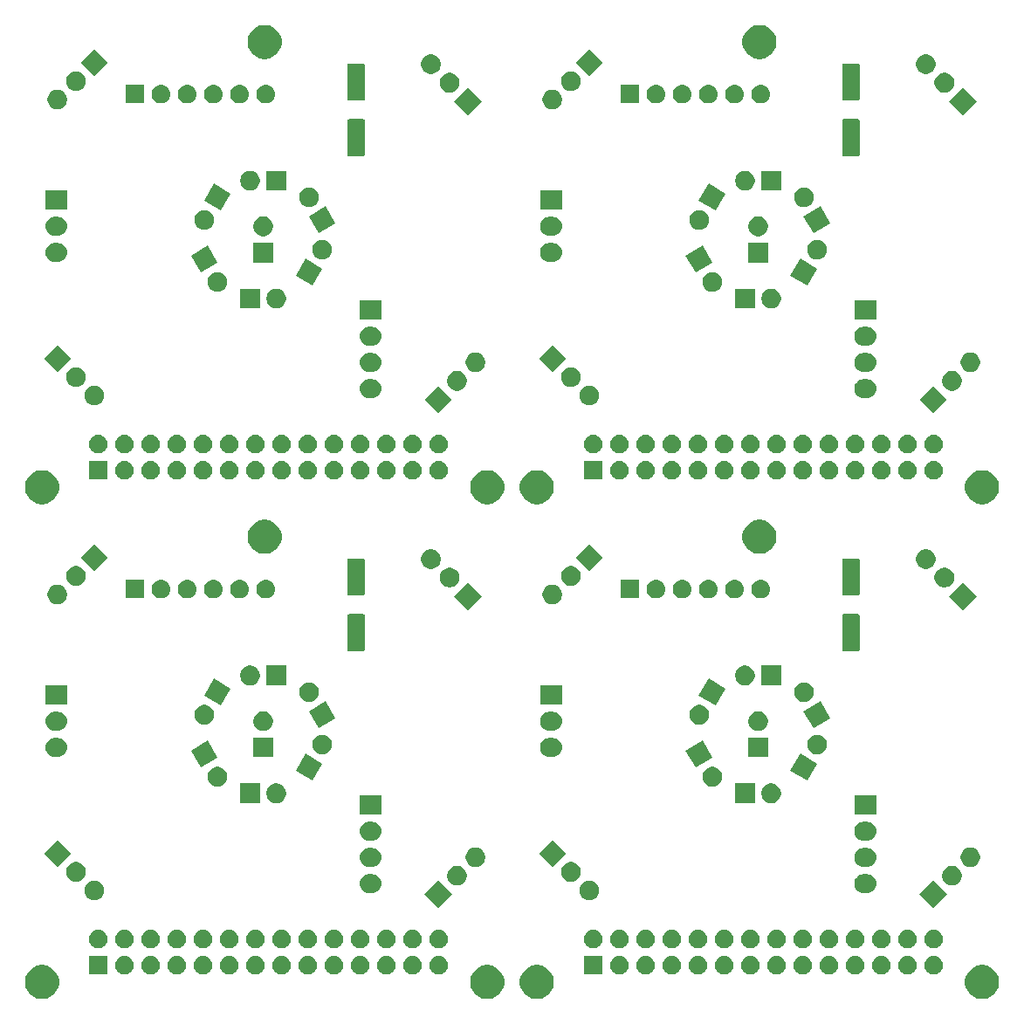
<source format=gts>
%MOIN*%
%OFA0B0*%
%FSLAX46Y46*%
%IPPOS*%
%LPD*%
%ADD10C,0.0039370078740157488*%
%ADD21C,0.0039370078740157488*%
%ADD22C,0.0039370078740157488*%
%ADD23C,0.0039370078740157488*%
G01*
D10*
G36*
X0001770285Y0000138531D02*
X0001774471Y0000137698D01*
X0001786300Y0000132799D01*
X0001795702Y0000126517D01*
X0001796947Y0000125685D01*
X0001806000Y0000116632D01*
X0001806000Y0000116631D01*
X0001810084Y0000110520D01*
X0001813114Y0000105985D01*
X0001818013Y0000094156D01*
X0001820511Y0000081598D01*
X0001820511Y0000068794D01*
X0001818013Y0000056237D01*
X0001813114Y0000044407D01*
X0001806000Y0000033761D01*
X0001796947Y0000024708D01*
X0001796946Y0000024708D01*
X0001786300Y0000017594D01*
X0001774471Y0000012694D01*
X0001770285Y0000011862D01*
X0001761913Y0000010196D01*
X0001749109Y0000010196D01*
X0001740737Y0000011862D01*
X0001736552Y0000012694D01*
X0001724722Y0000017594D01*
X0001714076Y0000024708D01*
X0001714076Y0000024708D01*
X0001705023Y0000033761D01*
X0001697909Y0000044407D01*
X0001693009Y0000056237D01*
X0001690511Y0000068794D01*
X0001690511Y0000081598D01*
X0001693009Y0000094156D01*
X0001697909Y0000105985D01*
X0001700939Y0000110520D01*
X0001705023Y0000116631D01*
X0001705023Y0000116632D01*
X0001714076Y0000125685D01*
X0001715321Y0000126517D01*
X0001724722Y0000132799D01*
X0001736552Y0000137698D01*
X0001740737Y0000138531D01*
X0001749109Y0000140196D01*
X0001761913Y0000140196D01*
X0001770285Y0000138531D01*
X0001770285Y0000138531D01*
G37*
G36*
X0000070285Y0000138531D02*
X0000074471Y0000137698D01*
X0000086300Y0000132799D01*
X0000095702Y0000126517D01*
X0000096947Y0000125685D01*
X0000106000Y0000116632D01*
X0000106000Y0000116631D01*
X0000110084Y0000110520D01*
X0000113114Y0000105985D01*
X0000118013Y0000094156D01*
X0000120511Y0000081598D01*
X0000120511Y0000068794D01*
X0000118013Y0000056237D01*
X0000113114Y0000044407D01*
X0000106000Y0000033761D01*
X0000096947Y0000024708D01*
X0000096946Y0000024708D01*
X0000086300Y0000017594D01*
X0000074471Y0000012694D01*
X0000070285Y0000011862D01*
X0000061913Y0000010196D01*
X0000049109Y0000010196D01*
X0000040737Y0000011862D01*
X0000036552Y0000012694D01*
X0000024722Y0000017594D01*
X0000014076Y0000024708D01*
X0000014076Y0000024708D01*
X0000005023Y0000033761D01*
X-0000002090Y0000044407D01*
X-0000006990Y0000056237D01*
X-0000009488Y0000068794D01*
X-0000009488Y0000081598D01*
X-0000006990Y0000094156D01*
X-0000002090Y0000105985D01*
X0000000939Y0000110520D01*
X0000005023Y0000116631D01*
X0000005023Y0000116632D01*
X0000014076Y0000125685D01*
X0000015321Y0000126517D01*
X0000024722Y0000132799D01*
X0000036552Y0000137698D01*
X0000040737Y0000138531D01*
X0000049109Y0000140196D01*
X0000061913Y0000140196D01*
X0000070285Y0000138531D01*
X0000070285Y0000138531D01*
G37*
G36*
X0001374820Y0000175373D02*
X0001377426Y0000175116D01*
X0001381883Y0000173764D01*
X0001384112Y0000173088D01*
X0001389570Y0000170171D01*
X0001390275Y0000169794D01*
X0001391682Y0000168639D01*
X0001395676Y0000165361D01*
X0001398954Y0000161367D01*
X0001400109Y0000159960D01*
X0001400109Y0000159960D01*
X0001403403Y0000153797D01*
X0001403403Y0000153797D01*
X0001405431Y0000147111D01*
X0001406116Y0000140157D01*
X0001405431Y0000133203D01*
X0001404079Y0000128745D01*
X0001403403Y0000126517D01*
X0001402958Y0000125685D01*
X0001400109Y0000120354D01*
X0001398954Y0000118947D01*
X0001395676Y0000114953D01*
X0001391682Y0000111675D01*
X0001390275Y0000110520D01*
X0001390275Y0000110520D01*
X0001384112Y0000107226D01*
X0001381883Y0000106550D01*
X0001377426Y0000105198D01*
X0001374820Y0000104941D01*
X0001372214Y0000104685D01*
X0001368729Y0000104685D01*
X0001366124Y0000104941D01*
X0001363518Y0000105198D01*
X0001359060Y0000106550D01*
X0001356832Y0000107226D01*
X0001350669Y0000110520D01*
X0001350669Y0000110520D01*
X0001349262Y0000111675D01*
X0001345268Y0000114953D01*
X0001341990Y0000118947D01*
X0001340835Y0000120354D01*
X0001337986Y0000125685D01*
X0001337541Y0000126517D01*
X0001336865Y0000128745D01*
X0001335513Y0000133203D01*
X0001334828Y0000140157D01*
X0001335513Y0000147111D01*
X0001337541Y0000153797D01*
X0001337541Y0000153797D01*
X0001340835Y0000159960D01*
X0001340835Y0000159960D01*
X0001341990Y0000161367D01*
X0001345268Y0000165361D01*
X0001349262Y0000168639D01*
X0001350669Y0000169794D01*
X0001351374Y0000170171D01*
X0001356832Y0000173088D01*
X0001359060Y0000173764D01*
X0001363518Y0000175116D01*
X0001366124Y0000175373D01*
X0001368729Y0000175629D01*
X0001372214Y0000175629D01*
X0001374820Y0000175373D01*
X0001374820Y0000175373D01*
G37*
G36*
X0001574820Y0000175373D02*
X0001577426Y0000175116D01*
X0001581883Y0000173764D01*
X0001584112Y0000173088D01*
X0001589570Y0000170171D01*
X0001590275Y0000169794D01*
X0001591682Y0000168639D01*
X0001595676Y0000165361D01*
X0001598954Y0000161367D01*
X0001600109Y0000159960D01*
X0001600109Y0000159960D01*
X0001603403Y0000153797D01*
X0001603403Y0000153797D01*
X0001605431Y0000147111D01*
X0001606116Y0000140157D01*
X0001605431Y0000133203D01*
X0001604079Y0000128745D01*
X0001603403Y0000126517D01*
X0001602958Y0000125685D01*
X0001600109Y0000120354D01*
X0001598954Y0000118947D01*
X0001595676Y0000114953D01*
X0001591682Y0000111675D01*
X0001590275Y0000110520D01*
X0001590275Y0000110520D01*
X0001584112Y0000107226D01*
X0001581883Y0000106550D01*
X0001577426Y0000105198D01*
X0001574820Y0000104941D01*
X0001572214Y0000104685D01*
X0001568729Y0000104685D01*
X0001566124Y0000104941D01*
X0001563518Y0000105198D01*
X0001559060Y0000106550D01*
X0001556832Y0000107226D01*
X0001550669Y0000110520D01*
X0001550669Y0000110520D01*
X0001549262Y0000111675D01*
X0001545268Y0000114953D01*
X0001541990Y0000118947D01*
X0001540835Y0000120354D01*
X0001537986Y0000125685D01*
X0001537541Y0000126517D01*
X0001536865Y0000128745D01*
X0001535513Y0000133203D01*
X0001534828Y0000140157D01*
X0001535513Y0000147111D01*
X0001537541Y0000153797D01*
X0001537541Y0000153797D01*
X0001540835Y0000159960D01*
X0001540835Y0000159960D01*
X0001541990Y0000161367D01*
X0001545268Y0000165361D01*
X0001549262Y0000168639D01*
X0001550669Y0000169794D01*
X0001551374Y0000170171D01*
X0001556832Y0000173088D01*
X0001559060Y0000173764D01*
X0001563518Y0000175116D01*
X0001566124Y0000175373D01*
X0001568729Y0000175629D01*
X0001572214Y0000175629D01*
X0001574820Y0000175373D01*
X0001574820Y0000175373D01*
G37*
G36*
X0000305944Y0000104685D02*
X0000235000Y0000104685D01*
X0000235000Y0000175629D01*
X0000305944Y0000175629D01*
X0000305944Y0000104685D01*
X0000305944Y0000104685D01*
G37*
G36*
X0000374820Y0000175373D02*
X0000377426Y0000175116D01*
X0000381883Y0000173764D01*
X0000384112Y0000173088D01*
X0000389570Y0000170171D01*
X0000390275Y0000169794D01*
X0000391682Y0000168639D01*
X0000395676Y0000165361D01*
X0000398954Y0000161367D01*
X0000400109Y0000159960D01*
X0000400109Y0000159960D01*
X0000403403Y0000153797D01*
X0000403403Y0000153797D01*
X0000405431Y0000147111D01*
X0000406116Y0000140157D01*
X0000405431Y0000133203D01*
X0000404079Y0000128745D01*
X0000403403Y0000126517D01*
X0000402958Y0000125685D01*
X0000400109Y0000120354D01*
X0000398954Y0000118947D01*
X0000395676Y0000114953D01*
X0000391682Y0000111675D01*
X0000390275Y0000110520D01*
X0000390275Y0000110520D01*
X0000384112Y0000107226D01*
X0000381883Y0000106550D01*
X0000377426Y0000105198D01*
X0000374820Y0000104941D01*
X0000372214Y0000104685D01*
X0000368729Y0000104685D01*
X0000366124Y0000104941D01*
X0000363518Y0000105198D01*
X0000359060Y0000106550D01*
X0000356832Y0000107226D01*
X0000350669Y0000110520D01*
X0000350669Y0000110520D01*
X0000349262Y0000111675D01*
X0000345268Y0000114953D01*
X0000341990Y0000118947D01*
X0000340835Y0000120354D01*
X0000337986Y0000125685D01*
X0000337541Y0000126517D01*
X0000336865Y0000128745D01*
X0000335513Y0000133203D01*
X0000334828Y0000140157D01*
X0000335513Y0000147111D01*
X0000337541Y0000153797D01*
X0000337541Y0000153797D01*
X0000340835Y0000159960D01*
X0000340835Y0000159960D01*
X0000341990Y0000161367D01*
X0000345268Y0000165361D01*
X0000349262Y0000168639D01*
X0000350669Y0000169794D01*
X0000351374Y0000170171D01*
X0000356832Y0000173088D01*
X0000359060Y0000173764D01*
X0000363518Y0000175116D01*
X0000366124Y0000175373D01*
X0000368729Y0000175629D01*
X0000372214Y0000175629D01*
X0000374820Y0000175373D01*
X0000374820Y0000175373D01*
G37*
G36*
X0000474820Y0000175373D02*
X0000477426Y0000175116D01*
X0000481883Y0000173764D01*
X0000484112Y0000173088D01*
X0000489570Y0000170171D01*
X0000490275Y0000169794D01*
X0000491682Y0000168639D01*
X0000495676Y0000165361D01*
X0000498954Y0000161367D01*
X0000500109Y0000159960D01*
X0000500109Y0000159960D01*
X0000503403Y0000153797D01*
X0000503403Y0000153797D01*
X0000505431Y0000147111D01*
X0000506116Y0000140157D01*
X0000505431Y0000133203D01*
X0000504079Y0000128745D01*
X0000503403Y0000126517D01*
X0000502958Y0000125685D01*
X0000500109Y0000120354D01*
X0000498954Y0000118947D01*
X0000495676Y0000114953D01*
X0000491682Y0000111675D01*
X0000490275Y0000110520D01*
X0000490275Y0000110520D01*
X0000484112Y0000107226D01*
X0000481883Y0000106550D01*
X0000477426Y0000105198D01*
X0000474820Y0000104941D01*
X0000472214Y0000104685D01*
X0000468729Y0000104685D01*
X0000466124Y0000104941D01*
X0000463518Y0000105198D01*
X0000459060Y0000106550D01*
X0000456832Y0000107226D01*
X0000450669Y0000110520D01*
X0000450669Y0000110520D01*
X0000449262Y0000111675D01*
X0000445268Y0000114953D01*
X0000441990Y0000118947D01*
X0000440835Y0000120354D01*
X0000437986Y0000125685D01*
X0000437541Y0000126517D01*
X0000436865Y0000128745D01*
X0000435513Y0000133203D01*
X0000434828Y0000140157D01*
X0000435513Y0000147111D01*
X0000437541Y0000153797D01*
X0000437541Y0000153797D01*
X0000440835Y0000159960D01*
X0000440835Y0000159960D01*
X0000441990Y0000161367D01*
X0000445268Y0000165361D01*
X0000449262Y0000168639D01*
X0000450669Y0000169794D01*
X0000451374Y0000170171D01*
X0000456832Y0000173088D01*
X0000459060Y0000173764D01*
X0000463518Y0000175116D01*
X0000466124Y0000175373D01*
X0000468729Y0000175629D01*
X0000472214Y0000175629D01*
X0000474820Y0000175373D01*
X0000474820Y0000175373D01*
G37*
G36*
X0000574820Y0000175373D02*
X0000577426Y0000175116D01*
X0000581883Y0000173764D01*
X0000584112Y0000173088D01*
X0000589570Y0000170171D01*
X0000590275Y0000169794D01*
X0000591682Y0000168639D01*
X0000595676Y0000165361D01*
X0000598954Y0000161367D01*
X0000600109Y0000159960D01*
X0000600109Y0000159960D01*
X0000603403Y0000153797D01*
X0000603403Y0000153797D01*
X0000605431Y0000147111D01*
X0000606116Y0000140157D01*
X0000605431Y0000133203D01*
X0000604079Y0000128745D01*
X0000603403Y0000126517D01*
X0000602958Y0000125685D01*
X0000600109Y0000120354D01*
X0000598954Y0000118947D01*
X0000595676Y0000114953D01*
X0000591682Y0000111675D01*
X0000590275Y0000110520D01*
X0000590275Y0000110520D01*
X0000584112Y0000107226D01*
X0000581883Y0000106550D01*
X0000577426Y0000105198D01*
X0000574820Y0000104941D01*
X0000572214Y0000104685D01*
X0000568729Y0000104685D01*
X0000566124Y0000104941D01*
X0000563518Y0000105198D01*
X0000559060Y0000106550D01*
X0000556832Y0000107226D01*
X0000550669Y0000110520D01*
X0000550669Y0000110520D01*
X0000549262Y0000111675D01*
X0000545268Y0000114953D01*
X0000541990Y0000118947D01*
X0000540835Y0000120354D01*
X0000537986Y0000125685D01*
X0000537541Y0000126517D01*
X0000536865Y0000128745D01*
X0000535513Y0000133203D01*
X0000534828Y0000140157D01*
X0000535513Y0000147111D01*
X0000537541Y0000153797D01*
X0000537541Y0000153797D01*
X0000540835Y0000159960D01*
X0000540835Y0000159960D01*
X0000541990Y0000161367D01*
X0000545268Y0000165361D01*
X0000549262Y0000168639D01*
X0000550669Y0000169794D01*
X0000551374Y0000170171D01*
X0000556832Y0000173088D01*
X0000559060Y0000173764D01*
X0000563518Y0000175116D01*
X0000566124Y0000175373D01*
X0000568729Y0000175629D01*
X0000572214Y0000175629D01*
X0000574820Y0000175373D01*
X0000574820Y0000175373D01*
G37*
G36*
X0000674820Y0000175373D02*
X0000677426Y0000175116D01*
X0000681883Y0000173764D01*
X0000684112Y0000173088D01*
X0000689570Y0000170171D01*
X0000690275Y0000169794D01*
X0000691682Y0000168639D01*
X0000695676Y0000165361D01*
X0000698954Y0000161367D01*
X0000700109Y0000159960D01*
X0000700109Y0000159960D01*
X0000703403Y0000153797D01*
X0000703403Y0000153797D01*
X0000705431Y0000147111D01*
X0000706116Y0000140157D01*
X0000705431Y0000133203D01*
X0000704079Y0000128745D01*
X0000703403Y0000126517D01*
X0000702958Y0000125685D01*
X0000700109Y0000120354D01*
X0000698954Y0000118947D01*
X0000695676Y0000114953D01*
X0000691682Y0000111675D01*
X0000690275Y0000110520D01*
X0000690275Y0000110520D01*
X0000684112Y0000107226D01*
X0000681883Y0000106550D01*
X0000677426Y0000105198D01*
X0000674820Y0000104941D01*
X0000672214Y0000104685D01*
X0000668729Y0000104685D01*
X0000666124Y0000104941D01*
X0000663518Y0000105198D01*
X0000659060Y0000106550D01*
X0000656832Y0000107226D01*
X0000650669Y0000110520D01*
X0000650669Y0000110520D01*
X0000649262Y0000111675D01*
X0000645268Y0000114953D01*
X0000641990Y0000118947D01*
X0000640835Y0000120354D01*
X0000637985Y0000125685D01*
X0000637541Y0000126517D01*
X0000636865Y0000128745D01*
X0000635513Y0000133203D01*
X0000634828Y0000140157D01*
X0000635513Y0000147111D01*
X0000637541Y0000153797D01*
X0000637541Y0000153797D01*
X0000640835Y0000159960D01*
X0000640835Y0000159960D01*
X0000641990Y0000161367D01*
X0000645268Y0000165361D01*
X0000649262Y0000168639D01*
X0000650669Y0000169794D01*
X0000651374Y0000170171D01*
X0000656832Y0000173088D01*
X0000659060Y0000173764D01*
X0000663518Y0000175116D01*
X0000666124Y0000175373D01*
X0000668729Y0000175629D01*
X0000672214Y0000175629D01*
X0000674820Y0000175373D01*
X0000674820Y0000175373D01*
G37*
G36*
X0000774820Y0000175373D02*
X0000777426Y0000175116D01*
X0000781883Y0000173764D01*
X0000784112Y0000173088D01*
X0000789570Y0000170171D01*
X0000790275Y0000169794D01*
X0000791682Y0000168639D01*
X0000795676Y0000165361D01*
X0000798954Y0000161367D01*
X0000800109Y0000159960D01*
X0000800109Y0000159960D01*
X0000803403Y0000153797D01*
X0000803403Y0000153797D01*
X0000805431Y0000147111D01*
X0000806116Y0000140157D01*
X0000805431Y0000133203D01*
X0000804079Y0000128745D01*
X0000803403Y0000126517D01*
X0000802958Y0000125685D01*
X0000800109Y0000120354D01*
X0000798954Y0000118947D01*
X0000795676Y0000114953D01*
X0000791682Y0000111675D01*
X0000790275Y0000110520D01*
X0000790275Y0000110520D01*
X0000784112Y0000107226D01*
X0000781883Y0000106550D01*
X0000777426Y0000105198D01*
X0000774820Y0000104941D01*
X0000772214Y0000104685D01*
X0000768729Y0000104685D01*
X0000766124Y0000104941D01*
X0000763518Y0000105198D01*
X0000759060Y0000106550D01*
X0000756832Y0000107226D01*
X0000750669Y0000110520D01*
X0000750669Y0000110520D01*
X0000749262Y0000111675D01*
X0000745268Y0000114953D01*
X0000741990Y0000118947D01*
X0000740835Y0000120354D01*
X0000737986Y0000125685D01*
X0000737541Y0000126517D01*
X0000736865Y0000128745D01*
X0000735513Y0000133203D01*
X0000734828Y0000140157D01*
X0000735513Y0000147111D01*
X0000737541Y0000153797D01*
X0000737541Y0000153797D01*
X0000740835Y0000159960D01*
X0000740835Y0000159960D01*
X0000741990Y0000161367D01*
X0000745268Y0000165361D01*
X0000749262Y0000168639D01*
X0000750669Y0000169794D01*
X0000751374Y0000170171D01*
X0000756832Y0000173088D01*
X0000759060Y0000173764D01*
X0000763518Y0000175116D01*
X0000766124Y0000175373D01*
X0000768729Y0000175629D01*
X0000772214Y0000175629D01*
X0000774820Y0000175373D01*
X0000774820Y0000175373D01*
G37*
G36*
X0000874820Y0000175373D02*
X0000877426Y0000175116D01*
X0000881883Y0000173764D01*
X0000884112Y0000173088D01*
X0000889570Y0000170171D01*
X0000890275Y0000169794D01*
X0000891682Y0000168639D01*
X0000895676Y0000165361D01*
X0000898954Y0000161367D01*
X0000900109Y0000159960D01*
X0000900109Y0000159960D01*
X0000903403Y0000153797D01*
X0000903403Y0000153797D01*
X0000905431Y0000147111D01*
X0000906116Y0000140157D01*
X0000905431Y0000133203D01*
X0000904079Y0000128745D01*
X0000903403Y0000126517D01*
X0000902958Y0000125685D01*
X0000900109Y0000120354D01*
X0000898954Y0000118947D01*
X0000895676Y0000114953D01*
X0000891682Y0000111675D01*
X0000890275Y0000110520D01*
X0000890275Y0000110520D01*
X0000884112Y0000107226D01*
X0000881883Y0000106550D01*
X0000877426Y0000105198D01*
X0000874820Y0000104941D01*
X0000872214Y0000104685D01*
X0000868729Y0000104685D01*
X0000866124Y0000104941D01*
X0000863518Y0000105198D01*
X0000859060Y0000106550D01*
X0000856832Y0000107226D01*
X0000850669Y0000110520D01*
X0000850669Y0000110520D01*
X0000849262Y0000111675D01*
X0000845268Y0000114953D01*
X0000841990Y0000118947D01*
X0000840835Y0000120354D01*
X0000837986Y0000125685D01*
X0000837541Y0000126517D01*
X0000836865Y0000128745D01*
X0000835513Y0000133203D01*
X0000834828Y0000140157D01*
X0000835513Y0000147111D01*
X0000837541Y0000153797D01*
X0000837541Y0000153797D01*
X0000840835Y0000159960D01*
X0000840835Y0000159960D01*
X0000841990Y0000161367D01*
X0000845268Y0000165361D01*
X0000849262Y0000168639D01*
X0000850669Y0000169794D01*
X0000851374Y0000170171D01*
X0000856832Y0000173088D01*
X0000859060Y0000173764D01*
X0000863518Y0000175116D01*
X0000866124Y0000175373D01*
X0000868729Y0000175629D01*
X0000872214Y0000175629D01*
X0000874820Y0000175373D01*
X0000874820Y0000175373D01*
G37*
G36*
X0000974820Y0000175373D02*
X0000977426Y0000175116D01*
X0000981883Y0000173764D01*
X0000984112Y0000173088D01*
X0000989570Y0000170171D01*
X0000990275Y0000169794D01*
X0000991682Y0000168639D01*
X0000995676Y0000165361D01*
X0000998954Y0000161367D01*
X0001000109Y0000159960D01*
X0001000109Y0000159960D01*
X0001003403Y0000153797D01*
X0001003403Y0000153797D01*
X0001005431Y0000147111D01*
X0001006116Y0000140157D01*
X0001005431Y0000133203D01*
X0001004079Y0000128745D01*
X0001003403Y0000126517D01*
X0001002958Y0000125685D01*
X0001000109Y0000120354D01*
X0000998954Y0000118947D01*
X0000995676Y0000114953D01*
X0000991682Y0000111675D01*
X0000990275Y0000110520D01*
X0000990275Y0000110520D01*
X0000984112Y0000107226D01*
X0000981883Y0000106550D01*
X0000977426Y0000105198D01*
X0000974820Y0000104941D01*
X0000972214Y0000104685D01*
X0000968729Y0000104685D01*
X0000966124Y0000104941D01*
X0000963518Y0000105198D01*
X0000959060Y0000106550D01*
X0000956832Y0000107226D01*
X0000950669Y0000110520D01*
X0000950669Y0000110520D01*
X0000949262Y0000111675D01*
X0000945268Y0000114953D01*
X0000941990Y0000118947D01*
X0000940835Y0000120354D01*
X0000937986Y0000125685D01*
X0000937541Y0000126517D01*
X0000936865Y0000128745D01*
X0000935513Y0000133203D01*
X0000934828Y0000140157D01*
X0000935513Y0000147111D01*
X0000937541Y0000153797D01*
X0000937541Y0000153797D01*
X0000940835Y0000159960D01*
X0000940835Y0000159960D01*
X0000941990Y0000161367D01*
X0000945268Y0000165361D01*
X0000949262Y0000168639D01*
X0000950669Y0000169794D01*
X0000951374Y0000170171D01*
X0000956832Y0000173088D01*
X0000959060Y0000173764D01*
X0000963518Y0000175116D01*
X0000966124Y0000175373D01*
X0000968729Y0000175629D01*
X0000972214Y0000175629D01*
X0000974820Y0000175373D01*
X0000974820Y0000175373D01*
G37*
G36*
X0001074820Y0000175373D02*
X0001077426Y0000175116D01*
X0001081883Y0000173764D01*
X0001084112Y0000173088D01*
X0001089570Y0000170171D01*
X0001090275Y0000169794D01*
X0001091682Y0000168639D01*
X0001095676Y0000165361D01*
X0001098954Y0000161367D01*
X0001100109Y0000159960D01*
X0001100109Y0000159960D01*
X0001103403Y0000153797D01*
X0001103403Y0000153797D01*
X0001105431Y0000147111D01*
X0001106116Y0000140157D01*
X0001105431Y0000133203D01*
X0001104079Y0000128745D01*
X0001103403Y0000126517D01*
X0001102958Y0000125685D01*
X0001100109Y0000120354D01*
X0001098954Y0000118947D01*
X0001095676Y0000114953D01*
X0001091682Y0000111675D01*
X0001090275Y0000110520D01*
X0001090275Y0000110520D01*
X0001084112Y0000107226D01*
X0001081883Y0000106550D01*
X0001077426Y0000105198D01*
X0001074820Y0000104941D01*
X0001072214Y0000104685D01*
X0001068729Y0000104685D01*
X0001066124Y0000104941D01*
X0001063518Y0000105198D01*
X0001059060Y0000106550D01*
X0001056832Y0000107226D01*
X0001050669Y0000110520D01*
X0001050669Y0000110520D01*
X0001049262Y0000111675D01*
X0001045268Y0000114953D01*
X0001041990Y0000118947D01*
X0001040835Y0000120354D01*
X0001037986Y0000125685D01*
X0001037541Y0000126517D01*
X0001036865Y0000128745D01*
X0001035513Y0000133203D01*
X0001034828Y0000140157D01*
X0001035513Y0000147111D01*
X0001037541Y0000153797D01*
X0001037541Y0000153797D01*
X0001040835Y0000159960D01*
X0001040835Y0000159960D01*
X0001041990Y0000161367D01*
X0001045268Y0000165361D01*
X0001049262Y0000168639D01*
X0001050669Y0000169794D01*
X0001051374Y0000170171D01*
X0001056832Y0000173088D01*
X0001059060Y0000173764D01*
X0001063518Y0000175116D01*
X0001066124Y0000175373D01*
X0001068729Y0000175629D01*
X0001072214Y0000175629D01*
X0001074820Y0000175373D01*
X0001074820Y0000175373D01*
G37*
G36*
X0001174820Y0000175373D02*
X0001177426Y0000175116D01*
X0001181883Y0000173764D01*
X0001184112Y0000173088D01*
X0001189570Y0000170171D01*
X0001190275Y0000169794D01*
X0001191682Y0000168639D01*
X0001195676Y0000165361D01*
X0001198954Y0000161367D01*
X0001200109Y0000159960D01*
X0001200109Y0000159960D01*
X0001203403Y0000153797D01*
X0001203403Y0000153797D01*
X0001205431Y0000147111D01*
X0001206116Y0000140157D01*
X0001205431Y0000133203D01*
X0001204079Y0000128745D01*
X0001203403Y0000126517D01*
X0001202958Y0000125685D01*
X0001200109Y0000120354D01*
X0001198954Y0000118947D01*
X0001195676Y0000114953D01*
X0001191682Y0000111675D01*
X0001190275Y0000110520D01*
X0001190275Y0000110520D01*
X0001184112Y0000107226D01*
X0001181883Y0000106550D01*
X0001177426Y0000105198D01*
X0001174820Y0000104941D01*
X0001172214Y0000104685D01*
X0001168729Y0000104685D01*
X0001166124Y0000104941D01*
X0001163518Y0000105198D01*
X0001159060Y0000106550D01*
X0001156832Y0000107226D01*
X0001150669Y0000110520D01*
X0001150669Y0000110520D01*
X0001149262Y0000111675D01*
X0001145268Y0000114953D01*
X0001141990Y0000118947D01*
X0001140835Y0000120354D01*
X0001137986Y0000125685D01*
X0001137541Y0000126517D01*
X0001136865Y0000128745D01*
X0001135513Y0000133203D01*
X0001134828Y0000140157D01*
X0001135513Y0000147111D01*
X0001137541Y0000153797D01*
X0001137541Y0000153797D01*
X0001140835Y0000159960D01*
X0001140835Y0000159960D01*
X0001141990Y0000161367D01*
X0001145268Y0000165361D01*
X0001149262Y0000168639D01*
X0001150669Y0000169794D01*
X0001151374Y0000170171D01*
X0001156832Y0000173088D01*
X0001159060Y0000173764D01*
X0001163518Y0000175116D01*
X0001166124Y0000175373D01*
X0001168729Y0000175629D01*
X0001172214Y0000175629D01*
X0001174820Y0000175373D01*
X0001174820Y0000175373D01*
G37*
G36*
X0001274820Y0000175373D02*
X0001277426Y0000175116D01*
X0001281883Y0000173764D01*
X0001284112Y0000173088D01*
X0001289570Y0000170171D01*
X0001290275Y0000169794D01*
X0001291682Y0000168639D01*
X0001295676Y0000165361D01*
X0001298954Y0000161367D01*
X0001300109Y0000159960D01*
X0001300109Y0000159960D01*
X0001303403Y0000153797D01*
X0001303403Y0000153797D01*
X0001305431Y0000147111D01*
X0001306116Y0000140157D01*
X0001305431Y0000133203D01*
X0001304079Y0000128745D01*
X0001303403Y0000126517D01*
X0001302958Y0000125685D01*
X0001300109Y0000120354D01*
X0001298954Y0000118947D01*
X0001295676Y0000114953D01*
X0001291682Y0000111675D01*
X0001290275Y0000110520D01*
X0001290275Y0000110520D01*
X0001284112Y0000107226D01*
X0001281883Y0000106550D01*
X0001277426Y0000105198D01*
X0001274820Y0000104941D01*
X0001272214Y0000104685D01*
X0001268729Y0000104685D01*
X0001266124Y0000104941D01*
X0001263518Y0000105198D01*
X0001259060Y0000106550D01*
X0001256832Y0000107226D01*
X0001250669Y0000110520D01*
X0001250669Y0000110520D01*
X0001249262Y0000111675D01*
X0001245268Y0000114953D01*
X0001241990Y0000118947D01*
X0001240835Y0000120354D01*
X0001237986Y0000125685D01*
X0001237541Y0000126517D01*
X0001236865Y0000128745D01*
X0001235513Y0000133203D01*
X0001234828Y0000140157D01*
X0001235513Y0000147111D01*
X0001237541Y0000153797D01*
X0001237541Y0000153797D01*
X0001240835Y0000159960D01*
X0001240835Y0000159960D01*
X0001241990Y0000161367D01*
X0001245268Y0000165361D01*
X0001249262Y0000168639D01*
X0001250669Y0000169794D01*
X0001251374Y0000170171D01*
X0001256832Y0000173088D01*
X0001259060Y0000173764D01*
X0001263518Y0000175116D01*
X0001266124Y0000175373D01*
X0001268729Y0000175629D01*
X0001272214Y0000175629D01*
X0001274820Y0000175373D01*
X0001274820Y0000175373D01*
G37*
G36*
X0001474820Y0000175373D02*
X0001477426Y0000175116D01*
X0001481883Y0000173764D01*
X0001484112Y0000173088D01*
X0001489570Y0000170171D01*
X0001490275Y0000169794D01*
X0001491682Y0000168639D01*
X0001495676Y0000165361D01*
X0001498954Y0000161367D01*
X0001500109Y0000159960D01*
X0001500109Y0000159960D01*
X0001503403Y0000153797D01*
X0001503403Y0000153797D01*
X0001505431Y0000147111D01*
X0001506116Y0000140157D01*
X0001505431Y0000133203D01*
X0001504079Y0000128745D01*
X0001503403Y0000126517D01*
X0001502958Y0000125685D01*
X0001500109Y0000120354D01*
X0001498954Y0000118947D01*
X0001495676Y0000114953D01*
X0001491682Y0000111675D01*
X0001490275Y0000110520D01*
X0001490275Y0000110520D01*
X0001484112Y0000107226D01*
X0001481883Y0000106550D01*
X0001477426Y0000105198D01*
X0001474820Y0000104941D01*
X0001472214Y0000104685D01*
X0001468729Y0000104685D01*
X0001466124Y0000104941D01*
X0001463518Y0000105198D01*
X0001459060Y0000106550D01*
X0001456832Y0000107226D01*
X0001450669Y0000110520D01*
X0001450669Y0000110520D01*
X0001449262Y0000111675D01*
X0001445268Y0000114953D01*
X0001441990Y0000118947D01*
X0001440835Y0000120354D01*
X0001437986Y0000125685D01*
X0001437541Y0000126517D01*
X0001436865Y0000128745D01*
X0001435513Y0000133203D01*
X0001434828Y0000140157D01*
X0001435513Y0000147111D01*
X0001437541Y0000153797D01*
X0001437541Y0000153797D01*
X0001440835Y0000159960D01*
X0001440835Y0000159960D01*
X0001441990Y0000161367D01*
X0001445268Y0000165361D01*
X0001449262Y0000168639D01*
X0001450669Y0000169794D01*
X0001451374Y0000170171D01*
X0001456832Y0000173088D01*
X0001459060Y0000173764D01*
X0001463518Y0000175116D01*
X0001466124Y0000175373D01*
X0001468729Y0000175629D01*
X0001472214Y0000175629D01*
X0001474820Y0000175373D01*
X0001474820Y0000175373D01*
G37*
G36*
X0000374820Y0000275373D02*
X0000377426Y0000275116D01*
X0000381883Y0000273764D01*
X0000384112Y0000273088D01*
X0000389570Y0000270171D01*
X0000390275Y0000269794D01*
X0000391682Y0000268639D01*
X0000395676Y0000265361D01*
X0000398954Y0000261367D01*
X0000400109Y0000259960D01*
X0000400109Y0000259960D01*
X0000403403Y0000253797D01*
X0000403403Y0000253797D01*
X0000405431Y0000247111D01*
X0000406116Y0000240157D01*
X0000405431Y0000233203D01*
X0000404079Y0000228745D01*
X0000403403Y0000226517D01*
X0000400486Y0000221059D01*
X0000400109Y0000220354D01*
X0000398954Y0000218947D01*
X0000395676Y0000214953D01*
X0000391682Y0000211675D01*
X0000390275Y0000210520D01*
X0000390275Y0000210520D01*
X0000384112Y0000207226D01*
X0000381883Y0000206550D01*
X0000377426Y0000205198D01*
X0000374820Y0000204941D01*
X0000372214Y0000204685D01*
X0000368729Y0000204685D01*
X0000366124Y0000204941D01*
X0000363518Y0000205198D01*
X0000359060Y0000206550D01*
X0000356832Y0000207226D01*
X0000350669Y0000210520D01*
X0000350669Y0000210520D01*
X0000349262Y0000211675D01*
X0000345268Y0000214953D01*
X0000341990Y0000218947D01*
X0000340835Y0000220354D01*
X0000340458Y0000221059D01*
X0000337541Y0000226517D01*
X0000336865Y0000228745D01*
X0000335513Y0000233203D01*
X0000334828Y0000240157D01*
X0000335513Y0000247111D01*
X0000337541Y0000253797D01*
X0000337541Y0000253797D01*
X0000340835Y0000259960D01*
X0000340835Y0000259960D01*
X0000341990Y0000261367D01*
X0000345268Y0000265361D01*
X0000349262Y0000268639D01*
X0000350669Y0000269794D01*
X0000351374Y0000270171D01*
X0000356832Y0000273088D01*
X0000359060Y0000273764D01*
X0000363518Y0000275116D01*
X0000366124Y0000275373D01*
X0000368729Y0000275629D01*
X0000372214Y0000275629D01*
X0000374820Y0000275373D01*
X0000374820Y0000275373D01*
G37*
G36*
X0000774820Y0000275373D02*
X0000777426Y0000275116D01*
X0000781883Y0000273764D01*
X0000784112Y0000273088D01*
X0000789570Y0000270171D01*
X0000790275Y0000269794D01*
X0000791682Y0000268639D01*
X0000795676Y0000265361D01*
X0000798954Y0000261367D01*
X0000800109Y0000259960D01*
X0000800109Y0000259960D01*
X0000803403Y0000253797D01*
X0000803403Y0000253797D01*
X0000805431Y0000247111D01*
X0000806116Y0000240157D01*
X0000805431Y0000233203D01*
X0000804079Y0000228745D01*
X0000803403Y0000226517D01*
X0000800486Y0000221059D01*
X0000800109Y0000220354D01*
X0000798954Y0000218947D01*
X0000795676Y0000214953D01*
X0000791682Y0000211675D01*
X0000790275Y0000210520D01*
X0000790275Y0000210520D01*
X0000784112Y0000207226D01*
X0000781883Y0000206550D01*
X0000777426Y0000205198D01*
X0000774820Y0000204941D01*
X0000772214Y0000204685D01*
X0000768729Y0000204685D01*
X0000766124Y0000204941D01*
X0000763518Y0000205198D01*
X0000759060Y0000206550D01*
X0000756832Y0000207226D01*
X0000750669Y0000210520D01*
X0000750669Y0000210520D01*
X0000749262Y0000211675D01*
X0000745268Y0000214953D01*
X0000741990Y0000218947D01*
X0000740835Y0000220354D01*
X0000740458Y0000221059D01*
X0000737541Y0000226517D01*
X0000736865Y0000228745D01*
X0000735513Y0000233203D01*
X0000734828Y0000240157D01*
X0000735513Y0000247111D01*
X0000737541Y0000253797D01*
X0000737541Y0000253797D01*
X0000740835Y0000259960D01*
X0000740835Y0000259960D01*
X0000741990Y0000261367D01*
X0000745268Y0000265361D01*
X0000749262Y0000268639D01*
X0000750669Y0000269794D01*
X0000751374Y0000270171D01*
X0000756832Y0000273088D01*
X0000759060Y0000273764D01*
X0000763518Y0000275116D01*
X0000766124Y0000275373D01*
X0000768729Y0000275629D01*
X0000772214Y0000275629D01*
X0000774820Y0000275373D01*
X0000774820Y0000275373D01*
G37*
G36*
X0000274820Y0000275373D02*
X0000277426Y0000275116D01*
X0000281883Y0000273764D01*
X0000284112Y0000273088D01*
X0000289570Y0000270171D01*
X0000290275Y0000269794D01*
X0000291682Y0000268639D01*
X0000295676Y0000265361D01*
X0000298954Y0000261367D01*
X0000300109Y0000259960D01*
X0000300109Y0000259960D01*
X0000303403Y0000253797D01*
X0000303403Y0000253797D01*
X0000305431Y0000247111D01*
X0000306116Y0000240157D01*
X0000305431Y0000233203D01*
X0000304079Y0000228745D01*
X0000303403Y0000226517D01*
X0000300486Y0000221059D01*
X0000300109Y0000220354D01*
X0000298954Y0000218947D01*
X0000295676Y0000214953D01*
X0000291682Y0000211675D01*
X0000290275Y0000210520D01*
X0000290275Y0000210520D01*
X0000284112Y0000207226D01*
X0000281883Y0000206550D01*
X0000277426Y0000205198D01*
X0000274820Y0000204941D01*
X0000272214Y0000204685D01*
X0000268729Y0000204685D01*
X0000266124Y0000204941D01*
X0000263518Y0000205198D01*
X0000259060Y0000206550D01*
X0000256832Y0000207226D01*
X0000250669Y0000210520D01*
X0000250669Y0000210520D01*
X0000249262Y0000211675D01*
X0000245268Y0000214953D01*
X0000241990Y0000218947D01*
X0000240835Y0000220354D01*
X0000240458Y0000221059D01*
X0000237541Y0000226517D01*
X0000236865Y0000228745D01*
X0000235513Y0000233203D01*
X0000234828Y0000240157D01*
X0000235513Y0000247111D01*
X0000237541Y0000253797D01*
X0000237541Y0000253797D01*
X0000240835Y0000259960D01*
X0000240835Y0000259960D01*
X0000241990Y0000261367D01*
X0000245268Y0000265361D01*
X0000249262Y0000268639D01*
X0000250669Y0000269794D01*
X0000251374Y0000270171D01*
X0000256832Y0000273088D01*
X0000259060Y0000273764D01*
X0000263518Y0000275116D01*
X0000266124Y0000275373D01*
X0000268729Y0000275629D01*
X0000272214Y0000275629D01*
X0000274820Y0000275373D01*
X0000274820Y0000275373D01*
G37*
G36*
X0001474820Y0000275373D02*
X0001477426Y0000275116D01*
X0001481883Y0000273764D01*
X0001484112Y0000273088D01*
X0001489570Y0000270171D01*
X0001490275Y0000269794D01*
X0001491682Y0000268639D01*
X0001495676Y0000265361D01*
X0001498954Y0000261367D01*
X0001500109Y0000259960D01*
X0001500109Y0000259960D01*
X0001503403Y0000253797D01*
X0001503403Y0000253797D01*
X0001505431Y0000247111D01*
X0001506116Y0000240157D01*
X0001505431Y0000233203D01*
X0001504079Y0000228745D01*
X0001503403Y0000226517D01*
X0001500486Y0000221059D01*
X0001500109Y0000220354D01*
X0001498954Y0000218947D01*
X0001495676Y0000214953D01*
X0001491682Y0000211675D01*
X0001490275Y0000210520D01*
X0001490275Y0000210520D01*
X0001484112Y0000207226D01*
X0001481883Y0000206550D01*
X0001477426Y0000205198D01*
X0001474820Y0000204941D01*
X0001472214Y0000204685D01*
X0001468729Y0000204685D01*
X0001466124Y0000204941D01*
X0001463518Y0000205198D01*
X0001459060Y0000206550D01*
X0001456832Y0000207226D01*
X0001450669Y0000210520D01*
X0001450669Y0000210520D01*
X0001449262Y0000211675D01*
X0001445268Y0000214953D01*
X0001441990Y0000218947D01*
X0001440835Y0000220354D01*
X0001440458Y0000221059D01*
X0001437541Y0000226517D01*
X0001436865Y0000228745D01*
X0001435513Y0000233203D01*
X0001434828Y0000240157D01*
X0001435513Y0000247111D01*
X0001437541Y0000253797D01*
X0001437541Y0000253797D01*
X0001440835Y0000259960D01*
X0001440835Y0000259960D01*
X0001441990Y0000261367D01*
X0001445268Y0000265361D01*
X0001449262Y0000268639D01*
X0001450669Y0000269794D01*
X0001451374Y0000270171D01*
X0001456832Y0000273088D01*
X0001459060Y0000273764D01*
X0001463518Y0000275116D01*
X0001466124Y0000275373D01*
X0001468729Y0000275629D01*
X0001472214Y0000275629D01*
X0001474820Y0000275373D01*
X0001474820Y0000275373D01*
G37*
G36*
X0000874820Y0000275373D02*
X0000877426Y0000275116D01*
X0000881883Y0000273764D01*
X0000884112Y0000273088D01*
X0000889570Y0000270171D01*
X0000890275Y0000269794D01*
X0000891682Y0000268639D01*
X0000895676Y0000265361D01*
X0000898954Y0000261367D01*
X0000900109Y0000259960D01*
X0000900109Y0000259960D01*
X0000903403Y0000253797D01*
X0000903403Y0000253797D01*
X0000905431Y0000247111D01*
X0000906116Y0000240157D01*
X0000905431Y0000233203D01*
X0000904079Y0000228745D01*
X0000903403Y0000226517D01*
X0000900486Y0000221059D01*
X0000900109Y0000220354D01*
X0000898954Y0000218947D01*
X0000895676Y0000214953D01*
X0000891682Y0000211675D01*
X0000890275Y0000210520D01*
X0000890275Y0000210520D01*
X0000884112Y0000207226D01*
X0000881883Y0000206550D01*
X0000877426Y0000205198D01*
X0000874820Y0000204941D01*
X0000872214Y0000204685D01*
X0000868729Y0000204685D01*
X0000866124Y0000204941D01*
X0000863518Y0000205198D01*
X0000859060Y0000206550D01*
X0000856832Y0000207226D01*
X0000850669Y0000210520D01*
X0000850669Y0000210520D01*
X0000849262Y0000211675D01*
X0000845268Y0000214953D01*
X0000841990Y0000218947D01*
X0000840835Y0000220354D01*
X0000840458Y0000221059D01*
X0000837541Y0000226517D01*
X0000836865Y0000228745D01*
X0000835513Y0000233203D01*
X0000834828Y0000240157D01*
X0000835513Y0000247111D01*
X0000837541Y0000253797D01*
X0000837541Y0000253797D01*
X0000840835Y0000259960D01*
X0000840835Y0000259960D01*
X0000841990Y0000261367D01*
X0000845268Y0000265361D01*
X0000849262Y0000268639D01*
X0000850669Y0000269794D01*
X0000851374Y0000270171D01*
X0000856832Y0000273088D01*
X0000859060Y0000273764D01*
X0000863518Y0000275116D01*
X0000866124Y0000275373D01*
X0000868729Y0000275629D01*
X0000872214Y0000275629D01*
X0000874820Y0000275373D01*
X0000874820Y0000275373D01*
G37*
G36*
X0000574820Y0000275373D02*
X0000577426Y0000275116D01*
X0000581883Y0000273764D01*
X0000584112Y0000273088D01*
X0000589570Y0000270171D01*
X0000590275Y0000269794D01*
X0000591682Y0000268639D01*
X0000595676Y0000265361D01*
X0000598954Y0000261367D01*
X0000600109Y0000259960D01*
X0000600109Y0000259960D01*
X0000603403Y0000253797D01*
X0000603403Y0000253797D01*
X0000605431Y0000247111D01*
X0000606116Y0000240157D01*
X0000605431Y0000233203D01*
X0000604079Y0000228745D01*
X0000603403Y0000226517D01*
X0000600486Y0000221059D01*
X0000600109Y0000220354D01*
X0000598954Y0000218947D01*
X0000595676Y0000214953D01*
X0000591682Y0000211675D01*
X0000590275Y0000210520D01*
X0000590275Y0000210520D01*
X0000584112Y0000207226D01*
X0000581883Y0000206550D01*
X0000577426Y0000205198D01*
X0000574820Y0000204941D01*
X0000572214Y0000204685D01*
X0000568729Y0000204685D01*
X0000566124Y0000204941D01*
X0000563518Y0000205198D01*
X0000559060Y0000206550D01*
X0000556832Y0000207226D01*
X0000550669Y0000210520D01*
X0000550669Y0000210520D01*
X0000549262Y0000211675D01*
X0000545268Y0000214953D01*
X0000541990Y0000218947D01*
X0000540835Y0000220354D01*
X0000540458Y0000221059D01*
X0000537541Y0000226517D01*
X0000536865Y0000228745D01*
X0000535513Y0000233203D01*
X0000534828Y0000240157D01*
X0000535513Y0000247111D01*
X0000537541Y0000253797D01*
X0000537541Y0000253797D01*
X0000540835Y0000259960D01*
X0000540835Y0000259960D01*
X0000541990Y0000261367D01*
X0000545268Y0000265361D01*
X0000549262Y0000268639D01*
X0000550669Y0000269794D01*
X0000551374Y0000270171D01*
X0000556832Y0000273088D01*
X0000559060Y0000273764D01*
X0000563518Y0000275116D01*
X0000566124Y0000275373D01*
X0000568729Y0000275629D01*
X0000572214Y0000275629D01*
X0000574820Y0000275373D01*
X0000574820Y0000275373D01*
G37*
G36*
X0000974820Y0000275373D02*
X0000977426Y0000275116D01*
X0000981883Y0000273764D01*
X0000984112Y0000273088D01*
X0000989570Y0000270171D01*
X0000990275Y0000269794D01*
X0000991682Y0000268639D01*
X0000995676Y0000265361D01*
X0000998954Y0000261367D01*
X0001000109Y0000259960D01*
X0001000109Y0000259960D01*
X0001003403Y0000253797D01*
X0001003403Y0000253797D01*
X0001005431Y0000247111D01*
X0001006116Y0000240157D01*
X0001005431Y0000233203D01*
X0001004079Y0000228745D01*
X0001003403Y0000226517D01*
X0001000486Y0000221059D01*
X0001000109Y0000220354D01*
X0000998954Y0000218947D01*
X0000995676Y0000214953D01*
X0000991682Y0000211675D01*
X0000990275Y0000210520D01*
X0000990275Y0000210520D01*
X0000984112Y0000207226D01*
X0000981883Y0000206550D01*
X0000977426Y0000205198D01*
X0000974820Y0000204941D01*
X0000972214Y0000204685D01*
X0000968729Y0000204685D01*
X0000966124Y0000204941D01*
X0000963518Y0000205198D01*
X0000959060Y0000206550D01*
X0000956832Y0000207226D01*
X0000950669Y0000210520D01*
X0000950669Y0000210520D01*
X0000949262Y0000211675D01*
X0000945268Y0000214953D01*
X0000941990Y0000218947D01*
X0000940835Y0000220354D01*
X0000940458Y0000221059D01*
X0000937541Y0000226517D01*
X0000936865Y0000228745D01*
X0000935513Y0000233203D01*
X0000934828Y0000240157D01*
X0000935513Y0000247111D01*
X0000937541Y0000253797D01*
X0000937541Y0000253797D01*
X0000940835Y0000259960D01*
X0000940835Y0000259960D01*
X0000941990Y0000261367D01*
X0000945268Y0000265361D01*
X0000949262Y0000268639D01*
X0000950669Y0000269794D01*
X0000951374Y0000270171D01*
X0000956832Y0000273088D01*
X0000959060Y0000273764D01*
X0000963518Y0000275116D01*
X0000966124Y0000275373D01*
X0000968729Y0000275629D01*
X0000972214Y0000275629D01*
X0000974820Y0000275373D01*
X0000974820Y0000275373D01*
G37*
G36*
X0000474820Y0000275373D02*
X0000477426Y0000275116D01*
X0000481883Y0000273764D01*
X0000484112Y0000273088D01*
X0000489570Y0000270171D01*
X0000490275Y0000269794D01*
X0000491682Y0000268639D01*
X0000495676Y0000265361D01*
X0000498954Y0000261367D01*
X0000500109Y0000259960D01*
X0000500109Y0000259960D01*
X0000503403Y0000253797D01*
X0000503403Y0000253797D01*
X0000505431Y0000247111D01*
X0000506116Y0000240157D01*
X0000505431Y0000233203D01*
X0000504079Y0000228745D01*
X0000503403Y0000226517D01*
X0000500486Y0000221059D01*
X0000500109Y0000220354D01*
X0000498954Y0000218947D01*
X0000495676Y0000214953D01*
X0000491682Y0000211675D01*
X0000490275Y0000210520D01*
X0000490275Y0000210520D01*
X0000484112Y0000207226D01*
X0000481883Y0000206550D01*
X0000477426Y0000205198D01*
X0000474820Y0000204941D01*
X0000472214Y0000204685D01*
X0000468729Y0000204685D01*
X0000466124Y0000204941D01*
X0000463518Y0000205198D01*
X0000459060Y0000206550D01*
X0000456832Y0000207226D01*
X0000450669Y0000210520D01*
X0000450669Y0000210520D01*
X0000449262Y0000211675D01*
X0000445268Y0000214953D01*
X0000441990Y0000218947D01*
X0000440835Y0000220354D01*
X0000440458Y0000221059D01*
X0000437541Y0000226517D01*
X0000436865Y0000228745D01*
X0000435513Y0000233203D01*
X0000434828Y0000240157D01*
X0000435513Y0000247111D01*
X0000437541Y0000253797D01*
X0000437541Y0000253797D01*
X0000440835Y0000259960D01*
X0000440835Y0000259960D01*
X0000441990Y0000261367D01*
X0000445268Y0000265361D01*
X0000449262Y0000268639D01*
X0000450669Y0000269794D01*
X0000451374Y0000270171D01*
X0000456832Y0000273088D01*
X0000459060Y0000273764D01*
X0000463518Y0000275116D01*
X0000466124Y0000275373D01*
X0000468729Y0000275629D01*
X0000472214Y0000275629D01*
X0000474820Y0000275373D01*
X0000474820Y0000275373D01*
G37*
G36*
X0000674820Y0000275373D02*
X0000677426Y0000275116D01*
X0000681883Y0000273764D01*
X0000684112Y0000273088D01*
X0000689570Y0000270171D01*
X0000690275Y0000269794D01*
X0000691682Y0000268639D01*
X0000695676Y0000265361D01*
X0000698954Y0000261367D01*
X0000700109Y0000259960D01*
X0000700109Y0000259960D01*
X0000703403Y0000253797D01*
X0000703403Y0000253797D01*
X0000705431Y0000247111D01*
X0000706116Y0000240157D01*
X0000705431Y0000233203D01*
X0000704079Y0000228745D01*
X0000703403Y0000226517D01*
X0000700486Y0000221059D01*
X0000700109Y0000220354D01*
X0000698954Y0000218947D01*
X0000695676Y0000214953D01*
X0000691682Y0000211675D01*
X0000690275Y0000210520D01*
X0000690275Y0000210520D01*
X0000684112Y0000207226D01*
X0000681883Y0000206550D01*
X0000677426Y0000205198D01*
X0000674820Y0000204941D01*
X0000672214Y0000204685D01*
X0000668729Y0000204685D01*
X0000666124Y0000204941D01*
X0000663518Y0000205198D01*
X0000659060Y0000206550D01*
X0000656832Y0000207226D01*
X0000650669Y0000210520D01*
X0000650669Y0000210520D01*
X0000649262Y0000211675D01*
X0000645268Y0000214953D01*
X0000641990Y0000218947D01*
X0000640835Y0000220354D01*
X0000640458Y0000221059D01*
X0000637541Y0000226517D01*
X0000636865Y0000228745D01*
X0000635513Y0000233203D01*
X0000634828Y0000240157D01*
X0000635513Y0000247111D01*
X0000637541Y0000253797D01*
X0000637541Y0000253797D01*
X0000640835Y0000259960D01*
X0000640835Y0000259960D01*
X0000641990Y0000261367D01*
X0000645268Y0000265361D01*
X0000649262Y0000268639D01*
X0000650669Y0000269794D01*
X0000651374Y0000270171D01*
X0000656832Y0000273088D01*
X0000659060Y0000273764D01*
X0000663518Y0000275116D01*
X0000666124Y0000275373D01*
X0000668729Y0000275629D01*
X0000672214Y0000275629D01*
X0000674820Y0000275373D01*
X0000674820Y0000275373D01*
G37*
G36*
X0001174820Y0000275373D02*
X0001177426Y0000275116D01*
X0001181883Y0000273764D01*
X0001184112Y0000273088D01*
X0001189570Y0000270171D01*
X0001190275Y0000269794D01*
X0001191682Y0000268639D01*
X0001195676Y0000265361D01*
X0001198954Y0000261367D01*
X0001200109Y0000259960D01*
X0001200109Y0000259960D01*
X0001203403Y0000253797D01*
X0001203403Y0000253797D01*
X0001205431Y0000247111D01*
X0001206116Y0000240157D01*
X0001205431Y0000233203D01*
X0001204079Y0000228745D01*
X0001203403Y0000226517D01*
X0001200486Y0000221059D01*
X0001200109Y0000220354D01*
X0001198954Y0000218947D01*
X0001195676Y0000214953D01*
X0001191682Y0000211675D01*
X0001190275Y0000210520D01*
X0001190275Y0000210520D01*
X0001184112Y0000207226D01*
X0001181883Y0000206550D01*
X0001177426Y0000205198D01*
X0001174820Y0000204941D01*
X0001172214Y0000204685D01*
X0001168729Y0000204685D01*
X0001166124Y0000204941D01*
X0001163518Y0000205198D01*
X0001159060Y0000206550D01*
X0001156832Y0000207226D01*
X0001150669Y0000210520D01*
X0001150669Y0000210520D01*
X0001149262Y0000211675D01*
X0001145268Y0000214953D01*
X0001141990Y0000218947D01*
X0001140835Y0000220354D01*
X0001140458Y0000221059D01*
X0001137541Y0000226517D01*
X0001136865Y0000228745D01*
X0001135513Y0000233203D01*
X0001134828Y0000240157D01*
X0001135513Y0000247111D01*
X0001137541Y0000253797D01*
X0001137541Y0000253797D01*
X0001140835Y0000259960D01*
X0001140835Y0000259960D01*
X0001141990Y0000261367D01*
X0001145268Y0000265361D01*
X0001149262Y0000268639D01*
X0001150669Y0000269794D01*
X0001151374Y0000270171D01*
X0001156832Y0000273088D01*
X0001159060Y0000273764D01*
X0001163518Y0000275116D01*
X0001166124Y0000275373D01*
X0001168729Y0000275629D01*
X0001172214Y0000275629D01*
X0001174820Y0000275373D01*
X0001174820Y0000275373D01*
G37*
G36*
X0001374820Y0000275373D02*
X0001377426Y0000275116D01*
X0001381883Y0000273764D01*
X0001384112Y0000273088D01*
X0001389570Y0000270171D01*
X0001390275Y0000269794D01*
X0001391682Y0000268639D01*
X0001395676Y0000265361D01*
X0001398954Y0000261367D01*
X0001400109Y0000259960D01*
X0001400109Y0000259960D01*
X0001403403Y0000253797D01*
X0001403403Y0000253797D01*
X0001405431Y0000247111D01*
X0001406116Y0000240157D01*
X0001405431Y0000233203D01*
X0001404079Y0000228745D01*
X0001403403Y0000226517D01*
X0001400486Y0000221059D01*
X0001400109Y0000220354D01*
X0001398954Y0000218947D01*
X0001395676Y0000214953D01*
X0001391682Y0000211675D01*
X0001390275Y0000210520D01*
X0001390275Y0000210520D01*
X0001384112Y0000207226D01*
X0001381883Y0000206550D01*
X0001377426Y0000205198D01*
X0001374820Y0000204941D01*
X0001372214Y0000204685D01*
X0001368729Y0000204685D01*
X0001366124Y0000204941D01*
X0001363518Y0000205198D01*
X0001359060Y0000206550D01*
X0001356832Y0000207226D01*
X0001350669Y0000210520D01*
X0001350669Y0000210520D01*
X0001349262Y0000211675D01*
X0001345268Y0000214953D01*
X0001341990Y0000218947D01*
X0001340835Y0000220354D01*
X0001340458Y0000221059D01*
X0001337541Y0000226517D01*
X0001336865Y0000228745D01*
X0001335513Y0000233203D01*
X0001334828Y0000240157D01*
X0001335513Y0000247111D01*
X0001337541Y0000253797D01*
X0001337541Y0000253797D01*
X0001340835Y0000259960D01*
X0001340835Y0000259960D01*
X0001341990Y0000261367D01*
X0001345268Y0000265361D01*
X0001349262Y0000268639D01*
X0001350669Y0000269794D01*
X0001351374Y0000270171D01*
X0001356832Y0000273088D01*
X0001359060Y0000273764D01*
X0001363518Y0000275116D01*
X0001366124Y0000275373D01*
X0001368729Y0000275629D01*
X0001372214Y0000275629D01*
X0001374820Y0000275373D01*
X0001374820Y0000275373D01*
G37*
G36*
X0001274820Y0000275373D02*
X0001277426Y0000275116D01*
X0001281883Y0000273764D01*
X0001284112Y0000273088D01*
X0001289570Y0000270171D01*
X0001290275Y0000269794D01*
X0001291682Y0000268639D01*
X0001295676Y0000265361D01*
X0001298954Y0000261367D01*
X0001300109Y0000259960D01*
X0001300109Y0000259960D01*
X0001303403Y0000253797D01*
X0001303403Y0000253797D01*
X0001305431Y0000247111D01*
X0001306116Y0000240157D01*
X0001305431Y0000233203D01*
X0001304079Y0000228745D01*
X0001303403Y0000226517D01*
X0001300486Y0000221059D01*
X0001300109Y0000220354D01*
X0001298954Y0000218947D01*
X0001295676Y0000214953D01*
X0001291682Y0000211675D01*
X0001290275Y0000210520D01*
X0001290275Y0000210520D01*
X0001284112Y0000207226D01*
X0001281883Y0000206550D01*
X0001277426Y0000205198D01*
X0001274820Y0000204941D01*
X0001272214Y0000204685D01*
X0001268729Y0000204685D01*
X0001266124Y0000204941D01*
X0001263518Y0000205198D01*
X0001259060Y0000206550D01*
X0001256832Y0000207226D01*
X0001250669Y0000210520D01*
X0001250669Y0000210520D01*
X0001249262Y0000211675D01*
X0001245268Y0000214953D01*
X0001241990Y0000218947D01*
X0001240835Y0000220354D01*
X0001240458Y0000221059D01*
X0001237541Y0000226517D01*
X0001236865Y0000228745D01*
X0001235513Y0000233203D01*
X0001234828Y0000240157D01*
X0001235513Y0000247111D01*
X0001237541Y0000253797D01*
X0001237541Y0000253797D01*
X0001240835Y0000259960D01*
X0001240835Y0000259960D01*
X0001241990Y0000261367D01*
X0001245268Y0000265361D01*
X0001249262Y0000268639D01*
X0001250669Y0000269794D01*
X0001251374Y0000270171D01*
X0001256832Y0000273088D01*
X0001259060Y0000273764D01*
X0001263518Y0000275116D01*
X0001266124Y0000275373D01*
X0001268729Y0000275629D01*
X0001272214Y0000275629D01*
X0001274820Y0000275373D01*
X0001274820Y0000275373D01*
G37*
G36*
X0001574820Y0000275373D02*
X0001577426Y0000275116D01*
X0001581883Y0000273764D01*
X0001584112Y0000273088D01*
X0001589570Y0000270171D01*
X0001590275Y0000269794D01*
X0001591682Y0000268639D01*
X0001595676Y0000265361D01*
X0001598954Y0000261367D01*
X0001600109Y0000259960D01*
X0001600109Y0000259960D01*
X0001603403Y0000253797D01*
X0001603403Y0000253797D01*
X0001605431Y0000247111D01*
X0001606116Y0000240157D01*
X0001605431Y0000233203D01*
X0001604079Y0000228745D01*
X0001603403Y0000226517D01*
X0001600486Y0000221059D01*
X0001600109Y0000220354D01*
X0001598954Y0000218947D01*
X0001595676Y0000214953D01*
X0001591682Y0000211675D01*
X0001590275Y0000210520D01*
X0001590275Y0000210520D01*
X0001584112Y0000207226D01*
X0001581883Y0000206550D01*
X0001577426Y0000205198D01*
X0001574820Y0000204941D01*
X0001572214Y0000204685D01*
X0001568729Y0000204685D01*
X0001566124Y0000204941D01*
X0001563518Y0000205198D01*
X0001559060Y0000206550D01*
X0001556832Y0000207226D01*
X0001550669Y0000210520D01*
X0001550669Y0000210520D01*
X0001549262Y0000211675D01*
X0001545268Y0000214953D01*
X0001541990Y0000218947D01*
X0001540835Y0000220354D01*
X0001540458Y0000221059D01*
X0001537541Y0000226517D01*
X0001536865Y0000228745D01*
X0001535513Y0000233203D01*
X0001534828Y0000240157D01*
X0001535513Y0000247111D01*
X0001537541Y0000253797D01*
X0001537541Y0000253797D01*
X0001540835Y0000259960D01*
X0001540835Y0000259960D01*
X0001541990Y0000261367D01*
X0001545268Y0000265361D01*
X0001549262Y0000268639D01*
X0001550669Y0000269794D01*
X0001551374Y0000270171D01*
X0001556832Y0000273088D01*
X0001559060Y0000273764D01*
X0001563518Y0000275116D01*
X0001566124Y0000275373D01*
X0001568729Y0000275629D01*
X0001572214Y0000275629D01*
X0001574820Y0000275373D01*
X0001574820Y0000275373D01*
G37*
G36*
X0001074820Y0000275373D02*
X0001077426Y0000275116D01*
X0001081883Y0000273764D01*
X0001084112Y0000273088D01*
X0001089570Y0000270171D01*
X0001090275Y0000269794D01*
X0001091682Y0000268639D01*
X0001095676Y0000265361D01*
X0001098954Y0000261367D01*
X0001100109Y0000259960D01*
X0001100109Y0000259960D01*
X0001103403Y0000253797D01*
X0001103403Y0000253797D01*
X0001105431Y0000247111D01*
X0001106116Y0000240157D01*
X0001105431Y0000233203D01*
X0001104079Y0000228745D01*
X0001103403Y0000226517D01*
X0001100486Y0000221059D01*
X0001100109Y0000220354D01*
X0001098954Y0000218947D01*
X0001095676Y0000214953D01*
X0001091682Y0000211675D01*
X0001090275Y0000210520D01*
X0001090275Y0000210520D01*
X0001084112Y0000207226D01*
X0001081883Y0000206550D01*
X0001077426Y0000205198D01*
X0001074820Y0000204941D01*
X0001072214Y0000204685D01*
X0001068729Y0000204685D01*
X0001066124Y0000204941D01*
X0001063518Y0000205198D01*
X0001059060Y0000206550D01*
X0001056832Y0000207226D01*
X0001050669Y0000210520D01*
X0001050669Y0000210520D01*
X0001049262Y0000211675D01*
X0001045268Y0000214953D01*
X0001041990Y0000218947D01*
X0001040835Y0000220354D01*
X0001040458Y0000221059D01*
X0001037541Y0000226517D01*
X0001036865Y0000228745D01*
X0001035513Y0000233203D01*
X0001034828Y0000240157D01*
X0001035513Y0000247111D01*
X0001037541Y0000253797D01*
X0001037541Y0000253797D01*
X0001040835Y0000259960D01*
X0001040835Y0000259960D01*
X0001041990Y0000261367D01*
X0001045268Y0000265361D01*
X0001049262Y0000268639D01*
X0001050669Y0000269794D01*
X0001051374Y0000270171D01*
X0001056832Y0000273088D01*
X0001059060Y0000273764D01*
X0001063518Y0000275116D01*
X0001066124Y0000275373D01*
X0001068729Y0000275629D01*
X0001072214Y0000275629D01*
X0001074820Y0000275373D01*
X0001074820Y0000275373D01*
G37*
G36*
X0001622238Y0000410312D02*
X0001569289Y0000357363D01*
X0001516339Y0000410312D01*
X0001569289Y0000463262D01*
X0001622238Y0000410312D01*
X0001622238Y0000410312D01*
G37*
G36*
X0000266631Y0000461315D02*
X0000273445Y0000458492D01*
X0000279577Y0000454395D01*
X0000284792Y0000449180D01*
X0000288890Y0000443047D01*
X0000291712Y0000436234D01*
X0000293151Y0000429000D01*
X0000293151Y0000421625D01*
X0000291712Y0000414391D01*
X0000288890Y0000407578D01*
X0000284792Y0000401445D01*
X0000279577Y0000396230D01*
X0000273445Y0000392133D01*
X0000266631Y0000389310D01*
X0000259398Y0000387871D01*
X0000252022Y0000387871D01*
X0000244789Y0000389310D01*
X0000237975Y0000392133D01*
X0000231843Y0000396230D01*
X0000226628Y0000401445D01*
X0000222530Y0000407578D01*
X0000219708Y0000414391D01*
X0000218269Y0000421625D01*
X0000218269Y0000429000D01*
X0000219708Y0000436234D01*
X0000222530Y0000443047D01*
X0000226628Y0000449180D01*
X0000231843Y0000454395D01*
X0000237975Y0000458492D01*
X0000244789Y0000461315D01*
X0000252022Y0000462753D01*
X0000259398Y0000462753D01*
X0000266631Y0000461315D01*
X0000266631Y0000461315D01*
G37*
G36*
X0001323058Y0000486510D02*
X0001329846Y0000484451D01*
X0001329846Y0000484451D01*
X0001336101Y0000481107D01*
X0001341584Y0000476608D01*
X0001345238Y0000472156D01*
X0001346084Y0000471125D01*
X0001349427Y0000464869D01*
X0001351486Y0000458082D01*
X0001352182Y0000451023D01*
X0001351486Y0000443964D01*
X0001349427Y0000437177D01*
X0001349427Y0000437177D01*
X0001346084Y0000430921D01*
X0001341584Y0000425439D01*
X0001336101Y0000420939D01*
X0001329846Y0000417595D01*
X0001329846Y0000417595D01*
X0001323058Y0000415536D01*
X0001317768Y0000415015D01*
X0001302231Y0000415015D01*
X0001296941Y0000415536D01*
X0001290153Y0000417595D01*
X0001290153Y0000417595D01*
X0001283898Y0000420939D01*
X0001278415Y0000425439D01*
X0001273915Y0000430921D01*
X0001270572Y0000437177D01*
X0001270572Y0000437177D01*
X0001268513Y0000443964D01*
X0001267817Y0000451023D01*
X0001268513Y0000458082D01*
X0001270572Y0000464869D01*
X0001273915Y0000471125D01*
X0001274761Y0000472156D01*
X0001278415Y0000476608D01*
X0001283898Y0000481107D01*
X0001290153Y0000484451D01*
X0001290153Y0000484451D01*
X0001296941Y0000486510D01*
X0001302231Y0000487031D01*
X0001317768Y0000487031D01*
X0001323058Y0000486510D01*
X0001323058Y0000486510D01*
G37*
G36*
X0001650921Y0000517025D02*
X0001657734Y0000514203D01*
X0001663867Y0000510105D01*
X0001669082Y0000504890D01*
X0001673179Y0000498758D01*
X0001676002Y0000491944D01*
X0001677440Y0000484711D01*
X0001677440Y0000477335D01*
X0001676002Y0000470102D01*
X0001673179Y0000463288D01*
X0001669082Y0000457156D01*
X0001663867Y0000451941D01*
X0001657734Y0000447843D01*
X0001650921Y0000445021D01*
X0001643687Y0000443582D01*
X0001636312Y0000443582D01*
X0001629078Y0000445021D01*
X0001622265Y0000447843D01*
X0001616132Y0000451941D01*
X0001610917Y0000457156D01*
X0001606820Y0000463288D01*
X0001603997Y0000470102D01*
X0001602559Y0000477335D01*
X0001602559Y0000484711D01*
X0001603997Y0000491944D01*
X0001606820Y0000498758D01*
X0001610917Y0000504890D01*
X0001616132Y0000510105D01*
X0001622265Y0000514203D01*
X0001629078Y0000517025D01*
X0001636312Y0000518464D01*
X0001643687Y0000518464D01*
X0001650921Y0000517025D01*
X0001650921Y0000517025D01*
G37*
G36*
X0000195921Y0000532025D02*
X0000202734Y0000529203D01*
X0000208867Y0000525105D01*
X0000214082Y0000519890D01*
X0000218179Y0000513758D01*
X0000221002Y0000506944D01*
X0000222440Y0000499711D01*
X0000222440Y0000492335D01*
X0000221002Y0000485102D01*
X0000218179Y0000478288D01*
X0000214082Y0000472156D01*
X0000208867Y0000466941D01*
X0000202734Y0000462843D01*
X0000195921Y0000460021D01*
X0000188687Y0000458582D01*
X0000181312Y0000458582D01*
X0000174078Y0000460021D01*
X0000167265Y0000462843D01*
X0000161132Y0000466941D01*
X0000155917Y0000472156D01*
X0000151820Y0000478288D01*
X0000148997Y0000485102D01*
X0000147559Y0000492335D01*
X0000147559Y0000499711D01*
X0000148997Y0000506944D01*
X0000151820Y0000513758D01*
X0000155917Y0000519890D01*
X0000161132Y0000525105D01*
X0000167265Y0000529203D01*
X0000174078Y0000532025D01*
X0000181312Y0000533464D01*
X0000188687Y0000533464D01*
X0000195921Y0000532025D01*
X0000195921Y0000532025D01*
G37*
G36*
X0000167238Y0000566734D02*
X0000114289Y0000513784D01*
X0000061339Y0000566734D01*
X0000114289Y0000619683D01*
X0000167238Y0000566734D01*
X0000167238Y0000566734D01*
G37*
G36*
X0001721631Y0000587736D02*
X0001728445Y0000584914D01*
X0001734577Y0000580816D01*
X0001739792Y0000575601D01*
X0001743890Y0000569469D01*
X0001746712Y0000562655D01*
X0001748151Y0000555421D01*
X0001748151Y0000548046D01*
X0001746712Y0000540813D01*
X0001743890Y0000533999D01*
X0001739792Y0000527866D01*
X0001734577Y0000522652D01*
X0001728445Y0000518554D01*
X0001721631Y0000515732D01*
X0001714398Y0000514293D01*
X0001707022Y0000514293D01*
X0001699789Y0000515732D01*
X0001692975Y0000518554D01*
X0001686843Y0000522652D01*
X0001681628Y0000527866D01*
X0001677530Y0000533999D01*
X0001674708Y0000540813D01*
X0001673269Y0000548046D01*
X0001673269Y0000555421D01*
X0001674708Y0000562655D01*
X0001677530Y0000569469D01*
X0001681628Y0000575601D01*
X0001686843Y0000580816D01*
X0001692975Y0000584914D01*
X0001699789Y0000587736D01*
X0001707022Y0000589175D01*
X0001714398Y0000589175D01*
X0001721631Y0000587736D01*
X0001721631Y0000587736D01*
G37*
G36*
X0001323058Y0000586510D02*
X0001329846Y0000584451D01*
X0001329846Y0000584451D01*
X0001336101Y0000581107D01*
X0001341584Y0000576608D01*
X0001346084Y0000571125D01*
X0001348431Y0000566734D01*
X0001349427Y0000564869D01*
X0001351486Y0000558082D01*
X0001352182Y0000551023D01*
X0001351486Y0000543964D01*
X0001349427Y0000537177D01*
X0001349427Y0000537177D01*
X0001346084Y0000530921D01*
X0001341584Y0000525438D01*
X0001336101Y0000520939D01*
X0001331640Y0000518554D01*
X0001329846Y0000517595D01*
X0001323058Y0000515536D01*
X0001317768Y0000515015D01*
X0001302231Y0000515015D01*
X0001296941Y0000515536D01*
X0001290153Y0000517595D01*
X0001288359Y0000518554D01*
X0001283898Y0000520939D01*
X0001278415Y0000525438D01*
X0001273915Y0000530921D01*
X0001270572Y0000537177D01*
X0001270572Y0000537177D01*
X0001268513Y0000543964D01*
X0001267817Y0000551023D01*
X0001268513Y0000558082D01*
X0001270572Y0000564869D01*
X0001271568Y0000566734D01*
X0001273915Y0000571125D01*
X0001278415Y0000576608D01*
X0001283898Y0000581107D01*
X0001290153Y0000584451D01*
X0001290153Y0000584451D01*
X0001296941Y0000586510D01*
X0001302231Y0000587031D01*
X0001317768Y0000587031D01*
X0001323058Y0000586510D01*
X0001323058Y0000586510D01*
G37*
G36*
X0001323058Y0000686510D02*
X0001329846Y0000684451D01*
X0001329846Y0000684451D01*
X0001336101Y0000681107D01*
X0001336101Y0000681107D01*
X0001336101Y0000681107D01*
X0001341584Y0000676608D01*
X0001346084Y0000671125D01*
X0001349427Y0000664869D01*
X0001351486Y0000658082D01*
X0001352182Y0000651023D01*
X0001351486Y0000643964D01*
X0001349427Y0000637177D01*
X0001349427Y0000637177D01*
X0001346084Y0000630921D01*
X0001341584Y0000625439D01*
X0001336101Y0000620939D01*
X0001333752Y0000619683D01*
X0001329846Y0000617595D01*
X0001323058Y0000615536D01*
X0001317768Y0000615015D01*
X0001302231Y0000615015D01*
X0001296941Y0000615536D01*
X0001290153Y0000617595D01*
X0001286247Y0000619683D01*
X0001283898Y0000620939D01*
X0001278415Y0000625439D01*
X0001273915Y0000630921D01*
X0001270572Y0000637177D01*
X0001270572Y0000637177D01*
X0001268513Y0000643964D01*
X0001267817Y0000651023D01*
X0001268513Y0000658082D01*
X0001270572Y0000664869D01*
X0001273915Y0000671125D01*
X0001278415Y0000676608D01*
X0001283898Y0000681107D01*
X0001283898Y0000681107D01*
X0001283898Y0000681107D01*
X0001290153Y0000684451D01*
X0001290153Y0000684451D01*
X0001296941Y0000686510D01*
X0001302231Y0000687031D01*
X0001317768Y0000687031D01*
X0001323058Y0000686510D01*
X0001323058Y0000686510D01*
G37*
G36*
X0001352007Y0000715015D02*
X0001267992Y0000715015D01*
X0001267992Y0000787031D01*
X0001352007Y0000787031D01*
X0001352007Y0000715015D01*
X0001352007Y0000715015D01*
G37*
G36*
X0000887440Y0000758582D02*
X0000812559Y0000758582D01*
X0000812559Y0000833464D01*
X0000887440Y0000833464D01*
X0000887440Y0000758582D01*
X0000887440Y0000758582D01*
G37*
G36*
X0000960921Y0000832025D02*
X0000967734Y0000829203D01*
X0000973867Y0000825105D01*
X0000979082Y0000819890D01*
X0000983179Y0000813758D01*
X0000986002Y0000806944D01*
X0000987440Y0000799711D01*
X0000987440Y0000792335D01*
X0000986002Y0000785102D01*
X0000983179Y0000778288D01*
X0000979082Y0000772156D01*
X0000973867Y0000766941D01*
X0000967734Y0000762843D01*
X0000960921Y0000760021D01*
X0000953687Y0000758582D01*
X0000946312Y0000758582D01*
X0000939078Y0000760021D01*
X0000932265Y0000762843D01*
X0000926132Y0000766941D01*
X0000920917Y0000772156D01*
X0000916820Y0000778288D01*
X0000913997Y0000785102D01*
X0000912559Y0000792335D01*
X0000912559Y0000799711D01*
X0000913997Y0000806944D01*
X0000916820Y0000813758D01*
X0000920917Y0000819890D01*
X0000926132Y0000825105D01*
X0000932265Y0000829203D01*
X0000939078Y0000832025D01*
X0000946312Y0000833464D01*
X0000953687Y0000833464D01*
X0000960921Y0000832025D01*
X0000960921Y0000832025D01*
G37*
G36*
X0000735921Y0000895423D02*
X0000742734Y0000892600D01*
X0000748867Y0000888503D01*
X0000754082Y0000883288D01*
X0000758179Y0000877155D01*
X0000761002Y0000870342D01*
X0000762440Y0000863108D01*
X0000762440Y0000855733D01*
X0000761002Y0000848499D01*
X0000758179Y0000841686D01*
X0000754082Y0000835553D01*
X0000748867Y0000830338D01*
X0000742734Y0000826241D01*
X0000735921Y0000823418D01*
X0000728687Y0000821980D01*
X0000721312Y0000821980D01*
X0000714078Y0000823418D01*
X0000707265Y0000826241D01*
X0000701132Y0000830338D01*
X0000695917Y0000835553D01*
X0000691820Y0000841686D01*
X0000688997Y0000848499D01*
X0000687559Y0000855733D01*
X0000687559Y0000863108D01*
X0000688997Y0000870342D01*
X0000691820Y0000877155D01*
X0000695917Y0000883288D01*
X0000701132Y0000888503D01*
X0000707265Y0000892600D01*
X0000714078Y0000895423D01*
X0000721312Y0000896862D01*
X0000728687Y0000896862D01*
X0000735921Y0000895423D01*
X0000735921Y0000895423D01*
G37*
G36*
X0001126145Y0000909727D02*
X0001088704Y0000844878D01*
X0001023854Y0000882319D01*
X0001061295Y0000947168D01*
X0001126145Y0000909727D01*
X0001126145Y0000909727D01*
G37*
G36*
X0000726145Y0000932319D02*
X0000661295Y0000894878D01*
X0000623854Y0000959727D01*
X0000688704Y0000997168D01*
X0000726145Y0000932319D01*
X0000726145Y0000932319D01*
G37*
G36*
X0000937440Y0000933582D02*
X0000862559Y0000933582D01*
X0000862559Y0001008464D01*
X0000937440Y0001008464D01*
X0000937440Y0000933582D01*
X0000937440Y0000933582D01*
G37*
G36*
X0000123058Y0001006510D02*
X0000129846Y0001004451D01*
X0000129846Y0001004451D01*
X0000136101Y0001001107D01*
X0000136101Y0001001107D01*
X0000136101Y0001001107D01*
X0000141584Y0000996608D01*
X0000146084Y0000991125D01*
X0000149427Y0000984869D01*
X0000151486Y0000978082D01*
X0000152182Y0000971023D01*
X0000151486Y0000963964D01*
X0000150201Y0000959727D01*
X0000149427Y0000957177D01*
X0000146084Y0000950921D01*
X0000141584Y0000945439D01*
X0000136101Y0000940939D01*
X0000129846Y0000937595D01*
X0000129846Y0000937595D01*
X0000123058Y0000935536D01*
X0000117768Y0000935015D01*
X0000102231Y0000935015D01*
X0000096941Y0000935536D01*
X0000090153Y0000937595D01*
X0000090153Y0000937595D01*
X0000083898Y0000940939D01*
X0000078415Y0000945439D01*
X0000073915Y0000950921D01*
X0000070572Y0000957177D01*
X0000069798Y0000959727D01*
X0000068513Y0000963964D01*
X0000067817Y0000971023D01*
X0000068513Y0000978082D01*
X0000070572Y0000984869D01*
X0000073915Y0000991125D01*
X0000078415Y0000996608D01*
X0000083898Y0001001107D01*
X0000083898Y0001001107D01*
X0000083898Y0001001107D01*
X0000090153Y0001004451D01*
X0000090153Y0001004451D01*
X0000096941Y0001006510D01*
X0000102231Y0001007031D01*
X0000117768Y0001007031D01*
X0000123058Y0001006510D01*
X0000123058Y0001006510D01*
G37*
G36*
X0001135921Y0001018628D02*
X0001142734Y0001015805D01*
X0001148867Y0001011708D01*
X0001154082Y0001006493D01*
X0001158179Y0001000361D01*
X0001161002Y0000993547D01*
X0001162440Y0000986313D01*
X0001162440Y0000978938D01*
X0001161002Y0000971705D01*
X0001158179Y0000964891D01*
X0001154082Y0000958758D01*
X0001148867Y0000953543D01*
X0001142734Y0000949446D01*
X0001135921Y0000946624D01*
X0001128687Y0000945185D01*
X0001121312Y0000945185D01*
X0001114078Y0000946624D01*
X0001107265Y0000949446D01*
X0001101132Y0000953543D01*
X0001095917Y0000958758D01*
X0001091820Y0000964891D01*
X0001088997Y0000971705D01*
X0001087559Y0000978938D01*
X0001087559Y0000986313D01*
X0001088997Y0000993547D01*
X0001091820Y0001000361D01*
X0001095917Y0001006493D01*
X0001101132Y0001011708D01*
X0001107265Y0001015805D01*
X0001114078Y0001018628D01*
X0001121312Y0001020067D01*
X0001128687Y0001020067D01*
X0001135921Y0001018628D01*
X0001135921Y0001018628D01*
G37*
G36*
X0000910921Y0001107025D02*
X0000917734Y0001104203D01*
X0000923867Y0001100105D01*
X0000929082Y0001094890D01*
X0000933179Y0001088758D01*
X0000936002Y0001081944D01*
X0000937440Y0001074711D01*
X0000937440Y0001067335D01*
X0000936002Y0001060102D01*
X0000933179Y0001053288D01*
X0000929082Y0001047156D01*
X0000923867Y0001041941D01*
X0000917734Y0001037843D01*
X0000910921Y0001035021D01*
X0000903687Y0001033582D01*
X0000896312Y0001033582D01*
X0000889078Y0001035021D01*
X0000882265Y0001037843D01*
X0000876132Y0001041941D01*
X0000870917Y0001047156D01*
X0000866820Y0001053288D01*
X0000863997Y0001060102D01*
X0000862559Y0001067335D01*
X0000862559Y0001074711D01*
X0000863997Y0001081944D01*
X0000866820Y0001088758D01*
X0000870917Y0001094890D01*
X0000876132Y0001100105D01*
X0000882265Y0001104203D01*
X0000889078Y0001107025D01*
X0000896312Y0001108464D01*
X0000903687Y0001108464D01*
X0000910921Y0001107025D01*
X0000910921Y0001107025D01*
G37*
G36*
X0000123058Y0001106510D02*
X0000129846Y0001104451D01*
X0000129846Y0001104451D01*
X0000136101Y0001101107D01*
X0000141584Y0001096608D01*
X0000146084Y0001091125D01*
X0000147349Y0001088758D01*
X0000149427Y0001084869D01*
X0000151486Y0001078082D01*
X0000152182Y0001071023D01*
X0000151486Y0001063964D01*
X0000149427Y0001057177D01*
X0000149427Y0001057177D01*
X0000146084Y0001050921D01*
X0000141584Y0001045439D01*
X0000136101Y0001040939D01*
X0000130310Y0001037843D01*
X0000129846Y0001037595D01*
X0000123058Y0001035536D01*
X0000117768Y0001035015D01*
X0000102231Y0001035015D01*
X0000096941Y0001035536D01*
X0000090153Y0001037595D01*
X0000089689Y0001037843D01*
X0000083898Y0001040939D01*
X0000078415Y0001045439D01*
X0000073915Y0001050921D01*
X0000070572Y0001057177D01*
X0000070572Y0001057177D01*
X0000068513Y0001063964D01*
X0000067817Y0001071023D01*
X0000068513Y0001078082D01*
X0000070572Y0001084869D01*
X0000072650Y0001088758D01*
X0000073915Y0001091125D01*
X0000078415Y0001096608D01*
X0000083898Y0001101107D01*
X0000090153Y0001104451D01*
X0000090153Y0001104451D01*
X0000096941Y0001106510D01*
X0000102231Y0001107031D01*
X0000117768Y0001107031D01*
X0000123058Y0001106510D01*
X0000123058Y0001106510D01*
G37*
G36*
X0001176145Y0001082319D02*
X0001111295Y0001044878D01*
X0001073854Y0001109727D01*
X0001138704Y0001147168D01*
X0001176145Y0001082319D01*
X0001176145Y0001082319D01*
G37*
G36*
X0000685921Y0001132025D02*
X0000692734Y0001129203D01*
X0000698867Y0001125105D01*
X0000704082Y0001119890D01*
X0000708179Y0001113758D01*
X0000711002Y0001106944D01*
X0000712440Y0001099711D01*
X0000712440Y0001092335D01*
X0000711002Y0001085102D01*
X0000708179Y0001078288D01*
X0000704082Y0001072156D01*
X0000698867Y0001066941D01*
X0000692734Y0001062843D01*
X0000685921Y0001060021D01*
X0000678687Y0001058582D01*
X0000671312Y0001058582D01*
X0000664078Y0001060021D01*
X0000657265Y0001062843D01*
X0000651132Y0001066941D01*
X0000645917Y0001072156D01*
X0000641820Y0001078288D01*
X0000638997Y0001085102D01*
X0000637559Y0001092335D01*
X0000637559Y0001099711D01*
X0000638997Y0001106944D01*
X0000641820Y0001113758D01*
X0000645917Y0001119890D01*
X0000651132Y0001125105D01*
X0000657265Y0001129203D01*
X0000664078Y0001132025D01*
X0000671312Y0001133464D01*
X0000678687Y0001133464D01*
X0000685921Y0001132025D01*
X0000685921Y0001132025D01*
G37*
G36*
X0000776145Y0001196330D02*
X0000738704Y0001131480D01*
X0000673854Y0001168921D01*
X0000711295Y0001233771D01*
X0000776145Y0001196330D01*
X0000776145Y0001196330D01*
G37*
G36*
X0000152007Y0001135015D02*
X0000067992Y0001135015D01*
X0000067992Y0001207031D01*
X0000152007Y0001207031D01*
X0000152007Y0001135015D01*
X0000152007Y0001135015D01*
G37*
G36*
X0001085921Y0001218628D02*
X0001092734Y0001215805D01*
X0001098867Y0001211708D01*
X0001104082Y0001206493D01*
X0001108179Y0001200361D01*
X0001111002Y0001193547D01*
X0001112440Y0001186313D01*
X0001112440Y0001178938D01*
X0001111002Y0001171705D01*
X0001108179Y0001164891D01*
X0001104082Y0001158758D01*
X0001098867Y0001153543D01*
X0001092734Y0001149446D01*
X0001085921Y0001146624D01*
X0001078687Y0001145185D01*
X0001071312Y0001145185D01*
X0001064078Y0001146624D01*
X0001057265Y0001149446D01*
X0001051132Y0001153543D01*
X0001045917Y0001158758D01*
X0001041820Y0001164891D01*
X0001038997Y0001171705D01*
X0001037559Y0001178938D01*
X0001037559Y0001186313D01*
X0001038997Y0001193547D01*
X0001041820Y0001200361D01*
X0001045917Y0001206493D01*
X0001051132Y0001211708D01*
X0001057265Y0001215805D01*
X0001064078Y0001218628D01*
X0001071312Y0001220067D01*
X0001078687Y0001220067D01*
X0001085921Y0001218628D01*
X0001085921Y0001218628D01*
G37*
G36*
X0000987440Y0001208582D02*
X0000912559Y0001208582D01*
X0000912559Y0001283464D01*
X0000987440Y0001283464D01*
X0000987440Y0001208582D01*
X0000987440Y0001208582D01*
G37*
G36*
X0000860921Y0001282025D02*
X0000867734Y0001279203D01*
X0000873867Y0001275105D01*
X0000879082Y0001269890D01*
X0000883179Y0001263758D01*
X0000886002Y0001256944D01*
X0000887440Y0001249711D01*
X0000887440Y0001242335D01*
X0000886002Y0001235102D01*
X0000883179Y0001228288D01*
X0000879082Y0001222156D01*
X0000873867Y0001216941D01*
X0000867734Y0001212843D01*
X0000860921Y0001210021D01*
X0000853687Y0001208582D01*
X0000846312Y0001208582D01*
X0000839078Y0001210021D01*
X0000832265Y0001212843D01*
X0000826132Y0001216941D01*
X0000820917Y0001222156D01*
X0000816820Y0001228288D01*
X0000813997Y0001235102D01*
X0000812559Y0001242335D01*
X0000812559Y0001249711D01*
X0000813997Y0001256944D01*
X0000816820Y0001263758D01*
X0000820917Y0001269890D01*
X0000826132Y0001275105D01*
X0000832265Y0001279203D01*
X0000839078Y0001282025D01*
X0000846312Y0001283464D01*
X0000853687Y0001283464D01*
X0000860921Y0001282025D01*
X0000860921Y0001282025D01*
G37*
G36*
X0001282795Y0001480470D02*
X0001284120Y0001480068D01*
X0001285341Y0001479415D01*
X0001286411Y0001478537D01*
X0001287289Y0001477467D01*
X0001287942Y0001476246D01*
X0001288344Y0001474921D01*
X0001288503Y0001473301D01*
X0001288503Y0001346147D01*
X0001288344Y0001344527D01*
X0001287942Y0001343202D01*
X0001287289Y0001341981D01*
X0001286411Y0001340911D01*
X0001285341Y0001340032D01*
X0001284120Y0001339380D01*
X0001282795Y0001338978D01*
X0001281175Y0001338818D01*
X0001228824Y0001338818D01*
X0001227204Y0001338978D01*
X0001225879Y0001339380D01*
X0001224658Y0001340032D01*
X0001223588Y0001340911D01*
X0001222710Y0001341981D01*
X0001222057Y0001343202D01*
X0001221655Y0001344527D01*
X0001221496Y0001346147D01*
X0001221496Y0001473301D01*
X0001221655Y0001474921D01*
X0001222057Y0001476246D01*
X0001222710Y0001477467D01*
X0001223588Y0001478537D01*
X0001224658Y0001479415D01*
X0001225879Y0001480068D01*
X0001227204Y0001480470D01*
X0001228824Y0001480629D01*
X0001281175Y0001480629D01*
X0001282795Y0001480470D01*
X0001282795Y0001480470D01*
G37*
G36*
X0001735081Y0001548891D02*
X0001682132Y0001495942D01*
X0001629182Y0001548891D01*
X0001682132Y0001601841D01*
X0001735081Y0001548891D01*
X0001735081Y0001548891D01*
G37*
G36*
X0000125210Y0001591315D02*
X0000132024Y0001588492D01*
X0000138156Y0001584395D01*
X0000143371Y0001579180D01*
X0000147469Y0001573047D01*
X0000150291Y0001566234D01*
X0000151730Y0001559000D01*
X0000151730Y0001551625D01*
X0000150291Y0001544391D01*
X0000147469Y0001537578D01*
X0000143371Y0001531445D01*
X0000138156Y0001526230D01*
X0000132024Y0001522133D01*
X0000125210Y0001519310D01*
X0000117977Y0001517872D01*
X0000110601Y0001517872D01*
X0000103368Y0001519310D01*
X0000096554Y0001522133D01*
X0000090422Y0001526230D01*
X0000085207Y0001531445D01*
X0000081109Y0001537578D01*
X0000078287Y0001544391D01*
X0000076848Y0001551625D01*
X0000076848Y0001559000D01*
X0000078287Y0001566234D01*
X0000081109Y0001573047D01*
X0000085207Y0001579180D01*
X0000090422Y0001584395D01*
X0000096554Y0001588492D01*
X0000103368Y0001591315D01*
X0000110601Y0001592753D01*
X0000117977Y0001592753D01*
X0000125210Y0001591315D01*
X0000125210Y0001591315D01*
G37*
G36*
X0000714348Y0001611239D02*
X0000716953Y0001610982D01*
X0000721411Y0001609630D01*
X0000723640Y0001608954D01*
X0000729097Y0001606037D01*
X0000729802Y0001605660D01*
X0000731209Y0001604505D01*
X0000735204Y0001601227D01*
X0000738482Y0001597233D01*
X0000739636Y0001595826D01*
X0000739636Y0001595826D01*
X0000742930Y0001589664D01*
X0000742930Y0001589664D01*
X0000744959Y0001582977D01*
X0000745644Y0001576023D01*
X0000744959Y0001569069D01*
X0000743606Y0001564612D01*
X0000742930Y0001562383D01*
X0000740986Y0001558745D01*
X0000739636Y0001556220D01*
X0000738482Y0001554813D01*
X0000735204Y0001550819D01*
X0000731209Y0001547541D01*
X0000729802Y0001546386D01*
X0000729802Y0001546386D01*
X0000723640Y0001543092D01*
X0000721411Y0001542416D01*
X0000716953Y0001541064D01*
X0000714348Y0001540807D01*
X0000711742Y0001540551D01*
X0000708257Y0001540551D01*
X0000705651Y0001540807D01*
X0000703046Y0001541064D01*
X0000698588Y0001542416D01*
X0000696359Y0001543092D01*
X0000690197Y0001546386D01*
X0000690197Y0001546386D01*
X0000688790Y0001547541D01*
X0000684795Y0001550819D01*
X0000681517Y0001554813D01*
X0000680363Y0001556220D01*
X0000679013Y0001558745D01*
X0000677069Y0001562383D01*
X0000676393Y0001564612D01*
X0000675040Y0001569069D01*
X0000674355Y0001576023D01*
X0000675040Y0001582977D01*
X0000677069Y0001589664D01*
X0000677069Y0001589664D01*
X0000680363Y0001595826D01*
X0000680363Y0001595826D01*
X0000681517Y0001597233D01*
X0000684795Y0001601227D01*
X0000688790Y0001604505D01*
X0000690197Y0001605660D01*
X0000690902Y0001606037D01*
X0000696359Y0001608954D01*
X0000698588Y0001609630D01*
X0000703046Y0001610982D01*
X0000705651Y0001611239D01*
X0000708257Y0001611496D01*
X0000711742Y0001611496D01*
X0000714348Y0001611239D01*
X0000714348Y0001611239D01*
G37*
G36*
X0000514348Y0001611239D02*
X0000516953Y0001610982D01*
X0000521411Y0001609630D01*
X0000523640Y0001608954D01*
X0000529097Y0001606037D01*
X0000529802Y0001605660D01*
X0000531209Y0001604505D01*
X0000535204Y0001601227D01*
X0000538482Y0001597233D01*
X0000539636Y0001595826D01*
X0000539636Y0001595826D01*
X0000542930Y0001589664D01*
X0000542930Y0001589664D01*
X0000544959Y0001582977D01*
X0000545644Y0001576023D01*
X0000544959Y0001569069D01*
X0000543606Y0001564612D01*
X0000542930Y0001562383D01*
X0000540986Y0001558745D01*
X0000539636Y0001556220D01*
X0000538482Y0001554813D01*
X0000535204Y0001550819D01*
X0000531209Y0001547541D01*
X0000529802Y0001546386D01*
X0000529802Y0001546386D01*
X0000523640Y0001543092D01*
X0000521411Y0001542416D01*
X0000516953Y0001541064D01*
X0000514348Y0001540807D01*
X0000511742Y0001540551D01*
X0000508257Y0001540551D01*
X0000505651Y0001540807D01*
X0000503046Y0001541064D01*
X0000498588Y0001542416D01*
X0000496359Y0001543092D01*
X0000490197Y0001546386D01*
X0000490197Y0001546386D01*
X0000488790Y0001547541D01*
X0000484795Y0001550819D01*
X0000481517Y0001554813D01*
X0000480363Y0001556220D01*
X0000479013Y0001558745D01*
X0000477069Y0001562383D01*
X0000476393Y0001564612D01*
X0000475040Y0001569069D01*
X0000474355Y0001576023D01*
X0000475040Y0001582977D01*
X0000477069Y0001589664D01*
X0000477069Y0001589664D01*
X0000480363Y0001595826D01*
X0000480363Y0001595826D01*
X0000481517Y0001597233D01*
X0000484795Y0001601227D01*
X0000488790Y0001604505D01*
X0000490197Y0001605660D01*
X0000490902Y0001606037D01*
X0000496359Y0001608954D01*
X0000498588Y0001609630D01*
X0000503046Y0001610982D01*
X0000505651Y0001611239D01*
X0000508257Y0001611496D01*
X0000511742Y0001611496D01*
X0000514348Y0001611239D01*
X0000514348Y0001611239D01*
G37*
G36*
X0000614348Y0001611239D02*
X0000616953Y0001610982D01*
X0000621411Y0001609630D01*
X0000623640Y0001608954D01*
X0000629097Y0001606037D01*
X0000629802Y0001605660D01*
X0000631209Y0001604505D01*
X0000635204Y0001601227D01*
X0000638482Y0001597233D01*
X0000639636Y0001595826D01*
X0000639636Y0001595826D01*
X0000642930Y0001589664D01*
X0000642930Y0001589664D01*
X0000644959Y0001582977D01*
X0000645644Y0001576023D01*
X0000644959Y0001569069D01*
X0000643606Y0001564612D01*
X0000642930Y0001562383D01*
X0000640986Y0001558745D01*
X0000639636Y0001556220D01*
X0000638482Y0001554813D01*
X0000635204Y0001550819D01*
X0000631209Y0001547541D01*
X0000629802Y0001546386D01*
X0000629802Y0001546386D01*
X0000623640Y0001543092D01*
X0000621411Y0001542416D01*
X0000616953Y0001541064D01*
X0000614348Y0001540807D01*
X0000611742Y0001540551D01*
X0000608257Y0001540551D01*
X0000605651Y0001540807D01*
X0000603046Y0001541064D01*
X0000598588Y0001542416D01*
X0000596359Y0001543092D01*
X0000590197Y0001546386D01*
X0000590197Y0001546386D01*
X0000588790Y0001547541D01*
X0000584795Y0001550819D01*
X0000581517Y0001554813D01*
X0000580363Y0001556220D01*
X0000579013Y0001558745D01*
X0000577069Y0001562383D01*
X0000576393Y0001564612D01*
X0000575040Y0001569069D01*
X0000574355Y0001576023D01*
X0000575040Y0001582977D01*
X0000577069Y0001589664D01*
X0000577069Y0001589664D01*
X0000580363Y0001595826D01*
X0000580363Y0001595826D01*
X0000581517Y0001597233D01*
X0000584795Y0001601227D01*
X0000588790Y0001604505D01*
X0000590197Y0001605660D01*
X0000590902Y0001606037D01*
X0000596359Y0001608954D01*
X0000598588Y0001609630D01*
X0000603046Y0001610982D01*
X0000605651Y0001611239D01*
X0000608257Y0001611496D01*
X0000611742Y0001611496D01*
X0000614348Y0001611239D01*
X0000614348Y0001611239D01*
G37*
G36*
X0000814348Y0001611239D02*
X0000816953Y0001610982D01*
X0000821411Y0001609630D01*
X0000823640Y0001608954D01*
X0000829097Y0001606037D01*
X0000829802Y0001605660D01*
X0000831209Y0001604505D01*
X0000835204Y0001601227D01*
X0000838482Y0001597233D01*
X0000839636Y0001595826D01*
X0000839636Y0001595826D01*
X0000842930Y0001589664D01*
X0000842930Y0001589664D01*
X0000844959Y0001582977D01*
X0000845644Y0001576023D01*
X0000844959Y0001569069D01*
X0000843606Y0001564612D01*
X0000842930Y0001562383D01*
X0000840986Y0001558745D01*
X0000839636Y0001556220D01*
X0000838482Y0001554813D01*
X0000835204Y0001550819D01*
X0000831209Y0001547541D01*
X0000829802Y0001546386D01*
X0000829802Y0001546386D01*
X0000823640Y0001543092D01*
X0000821411Y0001542416D01*
X0000816953Y0001541064D01*
X0000814348Y0001540807D01*
X0000811742Y0001540551D01*
X0000808257Y0001540551D01*
X0000805651Y0001540807D01*
X0000803046Y0001541064D01*
X0000798588Y0001542416D01*
X0000796359Y0001543092D01*
X0000790197Y0001546386D01*
X0000790197Y0001546386D01*
X0000788790Y0001547541D01*
X0000784795Y0001550819D01*
X0000781517Y0001554813D01*
X0000780363Y0001556220D01*
X0000779013Y0001558745D01*
X0000777069Y0001562383D01*
X0000776393Y0001564612D01*
X0000775040Y0001569069D01*
X0000774355Y0001576023D01*
X0000775040Y0001582977D01*
X0000777069Y0001589664D01*
X0000777069Y0001589664D01*
X0000780363Y0001595826D01*
X0000780363Y0001595826D01*
X0000781517Y0001597233D01*
X0000784795Y0001601227D01*
X0000788790Y0001604505D01*
X0000790197Y0001605660D01*
X0000790902Y0001606037D01*
X0000796359Y0001608954D01*
X0000798588Y0001609630D01*
X0000803046Y0001610982D01*
X0000805651Y0001611239D01*
X0000808257Y0001611496D01*
X0000811742Y0001611496D01*
X0000814348Y0001611239D01*
X0000814348Y0001611239D01*
G37*
G36*
X0000914348Y0001611239D02*
X0000916953Y0001610982D01*
X0000921411Y0001609630D01*
X0000923640Y0001608954D01*
X0000929097Y0001606037D01*
X0000929802Y0001605660D01*
X0000931209Y0001604505D01*
X0000935204Y0001601227D01*
X0000938482Y0001597233D01*
X0000939636Y0001595826D01*
X0000939636Y0001595826D01*
X0000942930Y0001589664D01*
X0000942930Y0001589664D01*
X0000944959Y0001582977D01*
X0000945644Y0001576023D01*
X0000944959Y0001569069D01*
X0000943606Y0001564612D01*
X0000942930Y0001562383D01*
X0000940986Y0001558745D01*
X0000939636Y0001556220D01*
X0000938482Y0001554813D01*
X0000935204Y0001550819D01*
X0000931209Y0001547541D01*
X0000929802Y0001546386D01*
X0000929802Y0001546386D01*
X0000923640Y0001543092D01*
X0000921411Y0001542416D01*
X0000916953Y0001541064D01*
X0000914348Y0001540807D01*
X0000911742Y0001540551D01*
X0000908257Y0001540551D01*
X0000905651Y0001540807D01*
X0000903046Y0001541064D01*
X0000898588Y0001542416D01*
X0000896359Y0001543092D01*
X0000890197Y0001546386D01*
X0000890197Y0001546386D01*
X0000888790Y0001547541D01*
X0000884795Y0001550819D01*
X0000881517Y0001554813D01*
X0000880363Y0001556220D01*
X0000879013Y0001558745D01*
X0000877069Y0001562383D01*
X0000876393Y0001564612D01*
X0000875040Y0001569069D01*
X0000874355Y0001576023D01*
X0000875040Y0001582977D01*
X0000877069Y0001589664D01*
X0000877069Y0001589664D01*
X0000880363Y0001595826D01*
X0000880363Y0001595826D01*
X0000881517Y0001597233D01*
X0000884795Y0001601227D01*
X0000888790Y0001604505D01*
X0000890197Y0001605660D01*
X0000890902Y0001606037D01*
X0000896359Y0001608954D01*
X0000898588Y0001609630D01*
X0000903046Y0001610982D01*
X0000905651Y0001611239D01*
X0000908257Y0001611496D01*
X0000911742Y0001611496D01*
X0000914348Y0001611239D01*
X0000914348Y0001611239D01*
G37*
G36*
X0000445472Y0001540551D02*
X0000374527Y0001540551D01*
X0000374527Y0001611496D01*
X0000445472Y0001611496D01*
X0000445472Y0001540551D01*
X0000445472Y0001540551D01*
G37*
G36*
X0001282795Y0001693068D02*
X0001284120Y0001692666D01*
X0001285341Y0001692014D01*
X0001286411Y0001691135D01*
X0001287289Y0001690065D01*
X0001287942Y0001688844D01*
X0001288344Y0001687519D01*
X0001288503Y0001685900D01*
X0001288503Y0001558745D01*
X0001288344Y0001557126D01*
X0001287942Y0001555801D01*
X0001287289Y0001554580D01*
X0001286411Y0001553509D01*
X0001285341Y0001552631D01*
X0001284120Y0001551978D01*
X0001282795Y0001551576D01*
X0001281175Y0001551417D01*
X0001228824Y0001551417D01*
X0001227204Y0001551576D01*
X0001225879Y0001551978D01*
X0001224658Y0001552631D01*
X0001223588Y0001553509D01*
X0001222710Y0001554580D01*
X0001222057Y0001555801D01*
X0001221655Y0001557126D01*
X0001221496Y0001558745D01*
X0001221496Y0001685900D01*
X0001221655Y0001687519D01*
X0001222057Y0001688844D01*
X0001222710Y0001690065D01*
X0001223588Y0001691135D01*
X0001224658Y0001692014D01*
X0001225879Y0001692666D01*
X0001227204Y0001693068D01*
X0001228824Y0001693228D01*
X0001281175Y0001693228D01*
X0001282795Y0001693068D01*
X0001282795Y0001693068D01*
G37*
G36*
X0001622342Y0001655604D02*
X0001629156Y0001652782D01*
X0001635288Y0001648684D01*
X0001640503Y0001643469D01*
X0001644601Y0001637337D01*
X0001647423Y0001630523D01*
X0001648862Y0001623289D01*
X0001648862Y0001615914D01*
X0001647423Y0001608681D01*
X0001644601Y0001601867D01*
X0001640503Y0001595734D01*
X0001635288Y0001590520D01*
X0001629156Y0001586422D01*
X0001622342Y0001583600D01*
X0001615109Y0001582161D01*
X0001607733Y0001582161D01*
X0001600500Y0001583600D01*
X0001593686Y0001586422D01*
X0001587554Y0001590520D01*
X0001582339Y0001595734D01*
X0001578241Y0001601867D01*
X0001575419Y0001608681D01*
X0001573980Y0001615914D01*
X0001573980Y0001623289D01*
X0001575419Y0001630523D01*
X0001578241Y0001637337D01*
X0001582339Y0001643469D01*
X0001587554Y0001648684D01*
X0001593686Y0001652782D01*
X0001600500Y0001655604D01*
X0001607733Y0001657043D01*
X0001615109Y0001657043D01*
X0001622342Y0001655604D01*
X0001622342Y0001655604D01*
G37*
G36*
X0000195921Y0001662025D02*
X0000202734Y0001659203D01*
X0000208867Y0001655105D01*
X0000214082Y0001649890D01*
X0000218179Y0001643758D01*
X0000221002Y0001636944D01*
X0000222440Y0001629711D01*
X0000222440Y0001622335D01*
X0000221002Y0001615102D01*
X0000218179Y0001608288D01*
X0000214082Y0001602156D01*
X0000208867Y0001596941D01*
X0000202734Y0001592843D01*
X0000195921Y0001590021D01*
X0000188687Y0001588582D01*
X0000181312Y0001588582D01*
X0000174078Y0001590021D01*
X0000167265Y0001592843D01*
X0000161132Y0001596941D01*
X0000155917Y0001602156D01*
X0000151820Y0001608288D01*
X0000148997Y0001615102D01*
X0000147559Y0001622335D01*
X0000147559Y0001629711D01*
X0000148997Y0001636944D01*
X0000151820Y0001643758D01*
X0000155917Y0001649890D01*
X0000161132Y0001655105D01*
X0000167265Y0001659203D01*
X0000174078Y0001662025D01*
X0000181312Y0001663464D01*
X0000188687Y0001663464D01*
X0000195921Y0001662025D01*
X0000195921Y0001662025D01*
G37*
G36*
X0000308660Y0001696734D02*
X0000255710Y0001643784D01*
X0000202761Y0001696734D01*
X0000255710Y0001749683D01*
X0000308660Y0001696734D01*
X0000308660Y0001696734D01*
G37*
G36*
X0001551631Y0001726315D02*
X0001558445Y0001723492D01*
X0001564577Y0001719395D01*
X0001569792Y0001714180D01*
X0001573890Y0001708047D01*
X0001576712Y0001701234D01*
X0001578151Y0001694000D01*
X0001578151Y0001686625D01*
X0001576712Y0001679391D01*
X0001573890Y0001672578D01*
X0001569792Y0001666445D01*
X0001564577Y0001661230D01*
X0001558445Y0001657133D01*
X0001551631Y0001654310D01*
X0001544398Y0001652872D01*
X0001537022Y0001652872D01*
X0001529789Y0001654310D01*
X0001522975Y0001657133D01*
X0001516843Y0001661230D01*
X0001511628Y0001666445D01*
X0001507530Y0001672578D01*
X0001504708Y0001679391D01*
X0001503269Y0001686625D01*
X0001503269Y0001694000D01*
X0001504708Y0001701234D01*
X0001507530Y0001708047D01*
X0001511628Y0001714180D01*
X0001516843Y0001719395D01*
X0001522975Y0001723492D01*
X0001529789Y0001726315D01*
X0001537022Y0001727753D01*
X0001544398Y0001727753D01*
X0001551631Y0001726315D01*
X0001551631Y0001726315D01*
G37*
G36*
X0000920285Y0001838531D02*
X0000924471Y0001837698D01*
X0000936300Y0001832799D01*
X0000946805Y0001825780D01*
X0000946947Y0001825685D01*
X0000956000Y0001816632D01*
X0000963114Y0001805985D01*
X0000968013Y0001794156D01*
X0000970511Y0001781598D01*
X0000970511Y0001768794D01*
X0000968013Y0001756237D01*
X0000963114Y0001744407D01*
X0000956000Y0001733761D01*
X0000946947Y0001724708D01*
X0000946946Y0001724708D01*
X0000936300Y0001717594D01*
X0000924471Y0001712694D01*
X0000920285Y0001711862D01*
X0000911913Y0001710196D01*
X0000899109Y0001710196D01*
X0000890737Y0001711862D01*
X0000886552Y0001712694D01*
X0000874722Y0001717594D01*
X0000864076Y0001724708D01*
X0000864076Y0001724708D01*
X0000855023Y0001733761D01*
X0000847909Y0001744407D01*
X0000843009Y0001756237D01*
X0000840511Y0001768794D01*
X0000840511Y0001781598D01*
X0000843009Y0001794156D01*
X0000847909Y0001805985D01*
X0000855023Y0001816632D01*
X0000864076Y0001825685D01*
X0000864218Y0001825780D01*
X0000874722Y0001832799D01*
X0000886552Y0001837698D01*
X0000890737Y0001838531D01*
X0000899109Y0001840196D01*
X0000911913Y0001840196D01*
X0000920285Y0001838531D01*
X0000920285Y0001838531D01*
G37*
G04 next file*
G04 #@! TF.GenerationSoftware,KiCad,Pcbnew,(5.0.2)-1*
G04 #@! TF.CreationDate,2019-01-31T16:36:43+01:00*
G04 #@! TF.ProjectId,SHMod24_RF_IR_Bridge,53484d6f-6432-4345-9f52-465f49525f42,rev?*
G04 #@! TF.SameCoordinates,Original*
G04 #@! TF.FileFunction,Soldermask,Top*
G04 #@! TF.FilePolarity,Negative*
G04 Gerber Fmt 4.6, Leading zero omitted, Abs format (unit mm)*
G04 Created by KiCad (PCBNEW (5.0.2)-1) date 31/01/2019 16:36:43*
G01*
G04 APERTURE LIST*
G04 APERTURE END LIST*
D21*
G36*
X0003660049Y0000138531D02*
X0003664235Y0000137698D01*
X0003676064Y0000132799D01*
X0003685466Y0000126517D01*
X0003686710Y0000125685D01*
X0003695764Y0000116632D01*
X0003695764Y0000116631D01*
X0003699847Y0000110520D01*
X0003702877Y0000105985D01*
X0003707777Y0000094156D01*
X0003710275Y0000081598D01*
X0003710275Y0000068794D01*
X0003707777Y0000056237D01*
X0003702877Y0000044407D01*
X0003695764Y0000033761D01*
X0003686710Y0000024708D01*
X0003686710Y0000024708D01*
X0003676064Y0000017594D01*
X0003664235Y0000012694D01*
X0003660049Y0000011862D01*
X0003651677Y0000010196D01*
X0003638873Y0000010196D01*
X0003630501Y0000011862D01*
X0003626315Y0000012694D01*
X0003614486Y0000017594D01*
X0003603840Y0000024708D01*
X0003603840Y0000024708D01*
X0003594786Y0000033761D01*
X0003587673Y0000044407D01*
X0003582773Y0000056237D01*
X0003580275Y0000068794D01*
X0003580275Y0000081598D01*
X0003582773Y0000094156D01*
X0003587673Y0000105985D01*
X0003590703Y0000110520D01*
X0003594786Y0000116631D01*
X0003594786Y0000116632D01*
X0003603840Y0000125685D01*
X0003605084Y0000126517D01*
X0003614486Y0000132799D01*
X0003626315Y0000137698D01*
X0003630501Y0000138531D01*
X0003638873Y0000140196D01*
X0003651677Y0000140196D01*
X0003660049Y0000138531D01*
X0003660049Y0000138531D01*
G37*
G36*
X0001960049Y0000138531D02*
X0001964235Y0000137698D01*
X0001976064Y0000132799D01*
X0001985466Y0000126517D01*
X0001986710Y0000125685D01*
X0001995764Y0000116632D01*
X0001995764Y0000116631D01*
X0001999847Y0000110520D01*
X0002002877Y0000105985D01*
X0002007777Y0000094156D01*
X0002010275Y0000081598D01*
X0002010275Y0000068794D01*
X0002007777Y0000056237D01*
X0002002877Y0000044407D01*
X0001995764Y0000033761D01*
X0001986710Y0000024708D01*
X0001986710Y0000024708D01*
X0001976064Y0000017594D01*
X0001964235Y0000012694D01*
X0001960049Y0000011862D01*
X0001951677Y0000010196D01*
X0001938873Y0000010196D01*
X0001930501Y0000011862D01*
X0001926315Y0000012694D01*
X0001914486Y0000017594D01*
X0001903840Y0000024708D01*
X0001903840Y0000024708D01*
X0001894786Y0000033761D01*
X0001887673Y0000044407D01*
X0001882773Y0000056237D01*
X0001880275Y0000068794D01*
X0001880275Y0000081598D01*
X0001882773Y0000094156D01*
X0001887673Y0000105985D01*
X0001890703Y0000110520D01*
X0001894786Y0000116631D01*
X0001894786Y0000116632D01*
X0001903840Y0000125685D01*
X0001905084Y0000126517D01*
X0001914486Y0000132799D01*
X0001926315Y0000137698D01*
X0001930501Y0000138531D01*
X0001938873Y0000140196D01*
X0001951677Y0000140196D01*
X0001960049Y0000138531D01*
X0001960049Y0000138531D01*
G37*
G36*
X0003264584Y0000175373D02*
X0003267190Y0000175116D01*
X0003271647Y0000173764D01*
X0003273876Y0000173088D01*
X0003279334Y0000170171D01*
X0003280039Y0000169794D01*
X0003281445Y0000168639D01*
X0003285440Y0000165361D01*
X0003288718Y0000161367D01*
X0003289873Y0000159960D01*
X0003289873Y0000159960D01*
X0003293167Y0000153797D01*
X0003293167Y0000153797D01*
X0003295195Y0000147111D01*
X0003295880Y0000140157D01*
X0003295195Y0000133203D01*
X0003293843Y0000128745D01*
X0003293167Y0000126517D01*
X0003292722Y0000125685D01*
X0003289873Y0000120354D01*
X0003288718Y0000118947D01*
X0003285440Y0000114953D01*
X0003281445Y0000111675D01*
X0003280039Y0000110520D01*
X0003280038Y0000110520D01*
X0003273876Y0000107226D01*
X0003271647Y0000106550D01*
X0003267190Y0000105198D01*
X0003264584Y0000104941D01*
X0003261978Y0000104685D01*
X0003258493Y0000104685D01*
X0003255888Y0000104941D01*
X0003253282Y0000105198D01*
X0003248824Y0000106550D01*
X0003246595Y0000107226D01*
X0003240433Y0000110520D01*
X0003240433Y0000110520D01*
X0003239026Y0000111675D01*
X0003235032Y0000114953D01*
X0003231754Y0000118947D01*
X0003230599Y0000120354D01*
X0003227749Y0000125685D01*
X0003227305Y0000126517D01*
X0003226629Y0000128745D01*
X0003225277Y0000133203D01*
X0003224592Y0000140157D01*
X0003225277Y0000147111D01*
X0003227305Y0000153797D01*
X0003227305Y0000153797D01*
X0003230599Y0000159960D01*
X0003230599Y0000159960D01*
X0003231754Y0000161367D01*
X0003235032Y0000165361D01*
X0003239026Y0000168639D01*
X0003240433Y0000169794D01*
X0003241138Y0000170171D01*
X0003246595Y0000173088D01*
X0003248824Y0000173764D01*
X0003253282Y0000175116D01*
X0003255888Y0000175373D01*
X0003258493Y0000175629D01*
X0003261978Y0000175629D01*
X0003264584Y0000175373D01*
X0003264584Y0000175373D01*
G37*
G36*
X0003464584Y0000175373D02*
X0003467190Y0000175116D01*
X0003471647Y0000173764D01*
X0003473876Y0000173088D01*
X0003479334Y0000170171D01*
X0003480039Y0000169794D01*
X0003481446Y0000168639D01*
X0003485440Y0000165361D01*
X0003488718Y0000161367D01*
X0003489873Y0000159960D01*
X0003489873Y0000159960D01*
X0003493167Y0000153797D01*
X0003493167Y0000153797D01*
X0003495195Y0000147111D01*
X0003495880Y0000140157D01*
X0003495195Y0000133203D01*
X0003493843Y0000128745D01*
X0003493167Y0000126517D01*
X0003492722Y0000125685D01*
X0003489873Y0000120354D01*
X0003488718Y0000118947D01*
X0003485440Y0000114953D01*
X0003481446Y0000111675D01*
X0003480039Y0000110520D01*
X0003480038Y0000110520D01*
X0003473876Y0000107226D01*
X0003471647Y0000106550D01*
X0003467190Y0000105198D01*
X0003464584Y0000104941D01*
X0003461978Y0000104685D01*
X0003458493Y0000104685D01*
X0003455888Y0000104941D01*
X0003453282Y0000105198D01*
X0003448824Y0000106550D01*
X0003446595Y0000107226D01*
X0003440433Y0000110520D01*
X0003440433Y0000110520D01*
X0003439026Y0000111675D01*
X0003435032Y0000114953D01*
X0003431754Y0000118947D01*
X0003430599Y0000120354D01*
X0003427749Y0000125685D01*
X0003427305Y0000126517D01*
X0003426629Y0000128745D01*
X0003425277Y0000133203D01*
X0003424592Y0000140157D01*
X0003425277Y0000147111D01*
X0003427305Y0000153797D01*
X0003427305Y0000153797D01*
X0003430599Y0000159960D01*
X0003430599Y0000159960D01*
X0003431754Y0000161367D01*
X0003435032Y0000165361D01*
X0003439026Y0000168639D01*
X0003440433Y0000169794D01*
X0003441138Y0000170171D01*
X0003446595Y0000173088D01*
X0003448824Y0000173764D01*
X0003453282Y0000175116D01*
X0003455888Y0000175373D01*
X0003458493Y0000175629D01*
X0003461978Y0000175629D01*
X0003464584Y0000175373D01*
X0003464584Y0000175373D01*
G37*
G36*
X0002195708Y0000104685D02*
X0002124763Y0000104685D01*
X0002124763Y0000175629D01*
X0002195708Y0000175629D01*
X0002195708Y0000104685D01*
X0002195708Y0000104685D01*
G37*
G36*
X0002264584Y0000175373D02*
X0002267190Y0000175116D01*
X0002271647Y0000173764D01*
X0002273876Y0000173088D01*
X0002279334Y0000170171D01*
X0002280039Y0000169794D01*
X0002281446Y0000168639D01*
X0002285440Y0000165361D01*
X0002288718Y0000161367D01*
X0002289873Y0000159960D01*
X0002289873Y0000159960D01*
X0002293167Y0000153797D01*
X0002293167Y0000153797D01*
X0002295195Y0000147111D01*
X0002295880Y0000140157D01*
X0002295195Y0000133203D01*
X0002293843Y0000128745D01*
X0002293167Y0000126517D01*
X0002292722Y0000125685D01*
X0002289873Y0000120354D01*
X0002288718Y0000118947D01*
X0002285440Y0000114953D01*
X0002281446Y0000111675D01*
X0002280039Y0000110520D01*
X0002280038Y0000110520D01*
X0002273876Y0000107226D01*
X0002271647Y0000106550D01*
X0002267190Y0000105198D01*
X0002264584Y0000104941D01*
X0002261978Y0000104685D01*
X0002258493Y0000104685D01*
X0002255888Y0000104941D01*
X0002253282Y0000105198D01*
X0002248824Y0000106550D01*
X0002246595Y0000107226D01*
X0002240433Y0000110520D01*
X0002240433Y0000110520D01*
X0002239026Y0000111675D01*
X0002235032Y0000114953D01*
X0002231754Y0000118947D01*
X0002230599Y0000120354D01*
X0002227749Y0000125685D01*
X0002227305Y0000126517D01*
X0002226629Y0000128745D01*
X0002225277Y0000133203D01*
X0002224592Y0000140157D01*
X0002225277Y0000147111D01*
X0002227305Y0000153797D01*
X0002227305Y0000153797D01*
X0002230599Y0000159960D01*
X0002230599Y0000159960D01*
X0002231754Y0000161367D01*
X0002235032Y0000165361D01*
X0002239026Y0000168639D01*
X0002240433Y0000169794D01*
X0002241138Y0000170171D01*
X0002246595Y0000173088D01*
X0002248824Y0000173764D01*
X0002253282Y0000175116D01*
X0002255888Y0000175373D01*
X0002258493Y0000175629D01*
X0002261978Y0000175629D01*
X0002264584Y0000175373D01*
X0002264584Y0000175373D01*
G37*
G36*
X0002364584Y0000175373D02*
X0002367190Y0000175116D01*
X0002371647Y0000173764D01*
X0002373876Y0000173088D01*
X0002379334Y0000170171D01*
X0002380039Y0000169794D01*
X0002381446Y0000168639D01*
X0002385440Y0000165361D01*
X0002388718Y0000161367D01*
X0002389873Y0000159960D01*
X0002389873Y0000159960D01*
X0002393167Y0000153797D01*
X0002393167Y0000153797D01*
X0002395195Y0000147111D01*
X0002395880Y0000140157D01*
X0002395195Y0000133203D01*
X0002393843Y0000128745D01*
X0002393167Y0000126517D01*
X0002392722Y0000125685D01*
X0002389873Y0000120354D01*
X0002388718Y0000118947D01*
X0002385440Y0000114953D01*
X0002381446Y0000111675D01*
X0002380039Y0000110520D01*
X0002380038Y0000110520D01*
X0002373876Y0000107226D01*
X0002371647Y0000106550D01*
X0002367190Y0000105198D01*
X0002364584Y0000104941D01*
X0002361978Y0000104685D01*
X0002358493Y0000104685D01*
X0002355888Y0000104941D01*
X0002353282Y0000105198D01*
X0002348824Y0000106550D01*
X0002346595Y0000107226D01*
X0002340433Y0000110520D01*
X0002340433Y0000110520D01*
X0002339026Y0000111675D01*
X0002335032Y0000114953D01*
X0002331754Y0000118947D01*
X0002330599Y0000120354D01*
X0002327749Y0000125685D01*
X0002327305Y0000126517D01*
X0002326629Y0000128745D01*
X0002325277Y0000133203D01*
X0002324592Y0000140157D01*
X0002325277Y0000147111D01*
X0002327305Y0000153797D01*
X0002327305Y0000153797D01*
X0002330599Y0000159960D01*
X0002330599Y0000159960D01*
X0002331754Y0000161367D01*
X0002335032Y0000165361D01*
X0002339026Y0000168639D01*
X0002340433Y0000169794D01*
X0002341138Y0000170171D01*
X0002346595Y0000173088D01*
X0002348824Y0000173764D01*
X0002353282Y0000175116D01*
X0002355888Y0000175373D01*
X0002358493Y0000175629D01*
X0002361978Y0000175629D01*
X0002364584Y0000175373D01*
X0002364584Y0000175373D01*
G37*
G36*
X0002464584Y0000175373D02*
X0002467190Y0000175116D01*
X0002471647Y0000173764D01*
X0002473876Y0000173088D01*
X0002479334Y0000170171D01*
X0002480039Y0000169794D01*
X0002481446Y0000168639D01*
X0002485440Y0000165361D01*
X0002488718Y0000161367D01*
X0002489873Y0000159960D01*
X0002489873Y0000159960D01*
X0002493167Y0000153797D01*
X0002493167Y0000153797D01*
X0002495195Y0000147111D01*
X0002495880Y0000140157D01*
X0002495195Y0000133203D01*
X0002493843Y0000128745D01*
X0002493167Y0000126517D01*
X0002492722Y0000125685D01*
X0002489873Y0000120354D01*
X0002488718Y0000118947D01*
X0002485440Y0000114953D01*
X0002481446Y0000111675D01*
X0002480039Y0000110520D01*
X0002480038Y0000110520D01*
X0002473876Y0000107226D01*
X0002471647Y0000106550D01*
X0002467190Y0000105198D01*
X0002464584Y0000104941D01*
X0002461978Y0000104685D01*
X0002458493Y0000104685D01*
X0002455888Y0000104941D01*
X0002453282Y0000105198D01*
X0002448824Y0000106550D01*
X0002446595Y0000107226D01*
X0002440433Y0000110520D01*
X0002440433Y0000110520D01*
X0002439026Y0000111675D01*
X0002435032Y0000114953D01*
X0002431754Y0000118947D01*
X0002430599Y0000120354D01*
X0002427749Y0000125685D01*
X0002427305Y0000126517D01*
X0002426629Y0000128745D01*
X0002425277Y0000133203D01*
X0002424592Y0000140157D01*
X0002425277Y0000147111D01*
X0002427305Y0000153797D01*
X0002427305Y0000153797D01*
X0002430599Y0000159960D01*
X0002430599Y0000159960D01*
X0002431754Y0000161367D01*
X0002435032Y0000165361D01*
X0002439026Y0000168639D01*
X0002440433Y0000169794D01*
X0002441138Y0000170171D01*
X0002446595Y0000173088D01*
X0002448824Y0000173764D01*
X0002453282Y0000175116D01*
X0002455888Y0000175373D01*
X0002458493Y0000175629D01*
X0002461978Y0000175629D01*
X0002464584Y0000175373D01*
X0002464584Y0000175373D01*
G37*
G36*
X0002564584Y0000175373D02*
X0002567190Y0000175116D01*
X0002571647Y0000173764D01*
X0002573876Y0000173088D01*
X0002579334Y0000170171D01*
X0002580038Y0000169794D01*
X0002581446Y0000168639D01*
X0002585440Y0000165361D01*
X0002588718Y0000161367D01*
X0002589873Y0000159960D01*
X0002589873Y0000159960D01*
X0002593167Y0000153797D01*
X0002593167Y0000153797D01*
X0002595195Y0000147111D01*
X0002595880Y0000140157D01*
X0002595195Y0000133203D01*
X0002593843Y0000128745D01*
X0002593167Y0000126517D01*
X0002592722Y0000125685D01*
X0002589873Y0000120354D01*
X0002588718Y0000118947D01*
X0002585440Y0000114953D01*
X0002581446Y0000111675D01*
X0002580038Y0000110520D01*
X0002580038Y0000110520D01*
X0002573876Y0000107226D01*
X0002571647Y0000106550D01*
X0002567190Y0000105198D01*
X0002564584Y0000104941D01*
X0002561978Y0000104685D01*
X0002558493Y0000104685D01*
X0002555888Y0000104941D01*
X0002553282Y0000105198D01*
X0002548824Y0000106550D01*
X0002546595Y0000107226D01*
X0002540433Y0000110520D01*
X0002540433Y0000110520D01*
X0002539026Y0000111675D01*
X0002535032Y0000114953D01*
X0002531754Y0000118947D01*
X0002530599Y0000120354D01*
X0002527749Y0000125685D01*
X0002527305Y0000126517D01*
X0002526629Y0000128745D01*
X0002525277Y0000133203D01*
X0002524592Y0000140157D01*
X0002525277Y0000147111D01*
X0002527305Y0000153797D01*
X0002527305Y0000153797D01*
X0002530599Y0000159960D01*
X0002530599Y0000159960D01*
X0002531754Y0000161367D01*
X0002535032Y0000165361D01*
X0002539026Y0000168639D01*
X0002540433Y0000169794D01*
X0002541138Y0000170171D01*
X0002546595Y0000173088D01*
X0002548824Y0000173764D01*
X0002553282Y0000175116D01*
X0002555888Y0000175373D01*
X0002558493Y0000175629D01*
X0002561978Y0000175629D01*
X0002564584Y0000175373D01*
X0002564584Y0000175373D01*
G37*
G36*
X0002664584Y0000175373D02*
X0002667190Y0000175116D01*
X0002671647Y0000173764D01*
X0002673876Y0000173088D01*
X0002679334Y0000170171D01*
X0002680039Y0000169794D01*
X0002681446Y0000168639D01*
X0002685440Y0000165361D01*
X0002688718Y0000161367D01*
X0002689873Y0000159960D01*
X0002689873Y0000159960D01*
X0002693167Y0000153797D01*
X0002693167Y0000153797D01*
X0002695195Y0000147111D01*
X0002695880Y0000140157D01*
X0002695195Y0000133203D01*
X0002693843Y0000128745D01*
X0002693167Y0000126517D01*
X0002692722Y0000125685D01*
X0002689873Y0000120354D01*
X0002688718Y0000118947D01*
X0002685440Y0000114953D01*
X0002681446Y0000111675D01*
X0002680039Y0000110520D01*
X0002680038Y0000110520D01*
X0002673876Y0000107226D01*
X0002671647Y0000106550D01*
X0002667190Y0000105198D01*
X0002664584Y0000104941D01*
X0002661978Y0000104685D01*
X0002658493Y0000104685D01*
X0002655888Y0000104941D01*
X0002653282Y0000105198D01*
X0002648824Y0000106550D01*
X0002646595Y0000107226D01*
X0002640433Y0000110520D01*
X0002640433Y0000110520D01*
X0002639026Y0000111675D01*
X0002635032Y0000114953D01*
X0002631754Y0000118947D01*
X0002630599Y0000120354D01*
X0002627749Y0000125685D01*
X0002627305Y0000126517D01*
X0002626629Y0000128745D01*
X0002625277Y0000133203D01*
X0002624592Y0000140157D01*
X0002625277Y0000147111D01*
X0002627305Y0000153797D01*
X0002627305Y0000153797D01*
X0002630599Y0000159960D01*
X0002630599Y0000159960D01*
X0002631754Y0000161367D01*
X0002635032Y0000165361D01*
X0002639026Y0000168639D01*
X0002640433Y0000169794D01*
X0002641138Y0000170171D01*
X0002646595Y0000173088D01*
X0002648824Y0000173764D01*
X0002653282Y0000175116D01*
X0002655888Y0000175373D01*
X0002658493Y0000175629D01*
X0002661978Y0000175629D01*
X0002664584Y0000175373D01*
X0002664584Y0000175373D01*
G37*
G36*
X0002764584Y0000175373D02*
X0002767190Y0000175116D01*
X0002771647Y0000173764D01*
X0002773876Y0000173088D01*
X0002779334Y0000170171D01*
X0002780039Y0000169794D01*
X0002781446Y0000168639D01*
X0002785440Y0000165361D01*
X0002788718Y0000161367D01*
X0002789873Y0000159960D01*
X0002789873Y0000159960D01*
X0002793167Y0000153797D01*
X0002793167Y0000153797D01*
X0002795195Y0000147111D01*
X0002795880Y0000140157D01*
X0002795195Y0000133203D01*
X0002793843Y0000128745D01*
X0002793167Y0000126517D01*
X0002792722Y0000125685D01*
X0002789873Y0000120354D01*
X0002788718Y0000118947D01*
X0002785440Y0000114953D01*
X0002781446Y0000111675D01*
X0002780039Y0000110520D01*
X0002780038Y0000110520D01*
X0002773876Y0000107226D01*
X0002771647Y0000106550D01*
X0002767190Y0000105198D01*
X0002764584Y0000104941D01*
X0002761978Y0000104685D01*
X0002758493Y0000104685D01*
X0002755888Y0000104941D01*
X0002753282Y0000105198D01*
X0002748824Y0000106550D01*
X0002746595Y0000107226D01*
X0002740433Y0000110520D01*
X0002740433Y0000110520D01*
X0002739026Y0000111675D01*
X0002735032Y0000114953D01*
X0002731754Y0000118947D01*
X0002730599Y0000120354D01*
X0002727749Y0000125685D01*
X0002727305Y0000126517D01*
X0002726629Y0000128745D01*
X0002725277Y0000133203D01*
X0002724592Y0000140157D01*
X0002725277Y0000147111D01*
X0002727305Y0000153797D01*
X0002727305Y0000153797D01*
X0002730599Y0000159960D01*
X0002730599Y0000159960D01*
X0002731754Y0000161367D01*
X0002735032Y0000165361D01*
X0002739026Y0000168639D01*
X0002740433Y0000169794D01*
X0002741138Y0000170171D01*
X0002746595Y0000173088D01*
X0002748824Y0000173764D01*
X0002753282Y0000175116D01*
X0002755888Y0000175373D01*
X0002758493Y0000175629D01*
X0002761978Y0000175629D01*
X0002764584Y0000175373D01*
X0002764584Y0000175373D01*
G37*
G36*
X0002864584Y0000175373D02*
X0002867190Y0000175116D01*
X0002871647Y0000173764D01*
X0002873876Y0000173088D01*
X0002879334Y0000170171D01*
X0002880039Y0000169794D01*
X0002881446Y0000168639D01*
X0002885440Y0000165361D01*
X0002888718Y0000161367D01*
X0002889873Y0000159960D01*
X0002889873Y0000159960D01*
X0002893167Y0000153797D01*
X0002893167Y0000153797D01*
X0002895195Y0000147111D01*
X0002895880Y0000140157D01*
X0002895195Y0000133203D01*
X0002893843Y0000128745D01*
X0002893167Y0000126517D01*
X0002892722Y0000125685D01*
X0002889873Y0000120354D01*
X0002888718Y0000118947D01*
X0002885440Y0000114953D01*
X0002881446Y0000111675D01*
X0002880039Y0000110520D01*
X0002880038Y0000110520D01*
X0002873876Y0000107226D01*
X0002871647Y0000106550D01*
X0002867190Y0000105198D01*
X0002864584Y0000104941D01*
X0002861978Y0000104685D01*
X0002858493Y0000104685D01*
X0002855888Y0000104941D01*
X0002853282Y0000105198D01*
X0002848824Y0000106550D01*
X0002846595Y0000107226D01*
X0002840433Y0000110520D01*
X0002840433Y0000110520D01*
X0002839026Y0000111675D01*
X0002835032Y0000114953D01*
X0002831754Y0000118947D01*
X0002830599Y0000120354D01*
X0002827749Y0000125685D01*
X0002827305Y0000126517D01*
X0002826629Y0000128745D01*
X0002825277Y0000133203D01*
X0002824592Y0000140157D01*
X0002825277Y0000147111D01*
X0002827305Y0000153797D01*
X0002827305Y0000153797D01*
X0002830599Y0000159960D01*
X0002830599Y0000159960D01*
X0002831754Y0000161367D01*
X0002835032Y0000165361D01*
X0002839026Y0000168639D01*
X0002840433Y0000169794D01*
X0002841138Y0000170171D01*
X0002846595Y0000173088D01*
X0002848824Y0000173764D01*
X0002853282Y0000175116D01*
X0002855888Y0000175373D01*
X0002858493Y0000175629D01*
X0002861978Y0000175629D01*
X0002864584Y0000175373D01*
X0002864584Y0000175373D01*
G37*
G36*
X0002964584Y0000175373D02*
X0002967190Y0000175116D01*
X0002971647Y0000173764D01*
X0002973876Y0000173088D01*
X0002979334Y0000170171D01*
X0002980039Y0000169794D01*
X0002981446Y0000168639D01*
X0002985440Y0000165361D01*
X0002988718Y0000161367D01*
X0002989873Y0000159960D01*
X0002989873Y0000159960D01*
X0002993167Y0000153797D01*
X0002993167Y0000153797D01*
X0002995195Y0000147111D01*
X0002995880Y0000140157D01*
X0002995195Y0000133203D01*
X0002993843Y0000128745D01*
X0002993167Y0000126517D01*
X0002992722Y0000125685D01*
X0002989873Y0000120354D01*
X0002988718Y0000118947D01*
X0002985440Y0000114953D01*
X0002981446Y0000111675D01*
X0002980039Y0000110520D01*
X0002980038Y0000110520D01*
X0002973876Y0000107226D01*
X0002971647Y0000106550D01*
X0002967190Y0000105198D01*
X0002964584Y0000104941D01*
X0002961978Y0000104685D01*
X0002958493Y0000104685D01*
X0002955888Y0000104941D01*
X0002953282Y0000105198D01*
X0002948824Y0000106550D01*
X0002946595Y0000107226D01*
X0002940433Y0000110520D01*
X0002940433Y0000110520D01*
X0002939026Y0000111675D01*
X0002935032Y0000114953D01*
X0002931754Y0000118947D01*
X0002930599Y0000120354D01*
X0002927749Y0000125685D01*
X0002927305Y0000126517D01*
X0002926629Y0000128745D01*
X0002925277Y0000133203D01*
X0002924592Y0000140157D01*
X0002925277Y0000147111D01*
X0002927305Y0000153797D01*
X0002927305Y0000153797D01*
X0002930599Y0000159960D01*
X0002930599Y0000159960D01*
X0002931754Y0000161367D01*
X0002935032Y0000165361D01*
X0002939026Y0000168639D01*
X0002940433Y0000169794D01*
X0002941138Y0000170171D01*
X0002946595Y0000173088D01*
X0002948824Y0000173764D01*
X0002953282Y0000175116D01*
X0002955888Y0000175373D01*
X0002958493Y0000175629D01*
X0002961978Y0000175629D01*
X0002964584Y0000175373D01*
X0002964584Y0000175373D01*
G37*
G36*
X0003064584Y0000175373D02*
X0003067190Y0000175116D01*
X0003071647Y0000173764D01*
X0003073876Y0000173088D01*
X0003079334Y0000170171D01*
X0003080039Y0000169794D01*
X0003081446Y0000168639D01*
X0003085440Y0000165361D01*
X0003088718Y0000161367D01*
X0003089873Y0000159960D01*
X0003089873Y0000159960D01*
X0003093167Y0000153797D01*
X0003093167Y0000153797D01*
X0003095195Y0000147111D01*
X0003095880Y0000140157D01*
X0003095195Y0000133203D01*
X0003093843Y0000128745D01*
X0003093167Y0000126517D01*
X0003092722Y0000125685D01*
X0003089873Y0000120354D01*
X0003088718Y0000118947D01*
X0003085440Y0000114953D01*
X0003081446Y0000111675D01*
X0003080039Y0000110520D01*
X0003080038Y0000110520D01*
X0003073876Y0000107226D01*
X0003071647Y0000106550D01*
X0003067190Y0000105198D01*
X0003064584Y0000104941D01*
X0003061978Y0000104685D01*
X0003058493Y0000104685D01*
X0003055888Y0000104941D01*
X0003053282Y0000105198D01*
X0003048824Y0000106550D01*
X0003046595Y0000107226D01*
X0003040433Y0000110520D01*
X0003040433Y0000110520D01*
X0003039026Y0000111675D01*
X0003035032Y0000114953D01*
X0003031754Y0000118947D01*
X0003030599Y0000120354D01*
X0003027749Y0000125685D01*
X0003027305Y0000126517D01*
X0003026629Y0000128745D01*
X0003025277Y0000133203D01*
X0003024592Y0000140157D01*
X0003025277Y0000147111D01*
X0003027305Y0000153797D01*
X0003027305Y0000153797D01*
X0003030599Y0000159960D01*
X0003030599Y0000159960D01*
X0003031754Y0000161367D01*
X0003035032Y0000165361D01*
X0003039026Y0000168639D01*
X0003040433Y0000169794D01*
X0003041138Y0000170171D01*
X0003046595Y0000173088D01*
X0003048824Y0000173764D01*
X0003053282Y0000175116D01*
X0003055888Y0000175373D01*
X0003058493Y0000175629D01*
X0003061978Y0000175629D01*
X0003064584Y0000175373D01*
X0003064584Y0000175373D01*
G37*
G36*
X0003164584Y0000175373D02*
X0003167190Y0000175116D01*
X0003171647Y0000173764D01*
X0003173876Y0000173088D01*
X0003179334Y0000170171D01*
X0003180038Y0000169794D01*
X0003181446Y0000168639D01*
X0003185440Y0000165361D01*
X0003188718Y0000161367D01*
X0003189873Y0000159960D01*
X0003189873Y0000159960D01*
X0003193167Y0000153797D01*
X0003193167Y0000153797D01*
X0003195195Y0000147111D01*
X0003195880Y0000140157D01*
X0003195195Y0000133203D01*
X0003193843Y0000128745D01*
X0003193167Y0000126517D01*
X0003192722Y0000125685D01*
X0003189873Y0000120354D01*
X0003188718Y0000118947D01*
X0003185440Y0000114953D01*
X0003181446Y0000111675D01*
X0003180038Y0000110520D01*
X0003180038Y0000110520D01*
X0003173876Y0000107226D01*
X0003171647Y0000106550D01*
X0003167190Y0000105198D01*
X0003164584Y0000104941D01*
X0003161978Y0000104685D01*
X0003158493Y0000104685D01*
X0003155888Y0000104941D01*
X0003153282Y0000105198D01*
X0003148824Y0000106550D01*
X0003146595Y0000107226D01*
X0003140433Y0000110520D01*
X0003140433Y0000110520D01*
X0003139026Y0000111675D01*
X0003135032Y0000114953D01*
X0003131753Y0000118947D01*
X0003130599Y0000120354D01*
X0003127749Y0000125685D01*
X0003127305Y0000126517D01*
X0003126629Y0000128745D01*
X0003125277Y0000133203D01*
X0003124592Y0000140157D01*
X0003125277Y0000147111D01*
X0003127305Y0000153797D01*
X0003127305Y0000153797D01*
X0003130599Y0000159960D01*
X0003130599Y0000159960D01*
X0003131753Y0000161367D01*
X0003135032Y0000165361D01*
X0003139026Y0000168639D01*
X0003140433Y0000169794D01*
X0003141138Y0000170171D01*
X0003146595Y0000173088D01*
X0003148824Y0000173764D01*
X0003153282Y0000175116D01*
X0003155888Y0000175373D01*
X0003158493Y0000175629D01*
X0003161978Y0000175629D01*
X0003164584Y0000175373D01*
X0003164584Y0000175373D01*
G37*
G36*
X0003364584Y0000175373D02*
X0003367190Y0000175116D01*
X0003371647Y0000173764D01*
X0003373876Y0000173088D01*
X0003379334Y0000170171D01*
X0003380039Y0000169794D01*
X0003381446Y0000168639D01*
X0003385440Y0000165361D01*
X0003388718Y0000161367D01*
X0003389873Y0000159960D01*
X0003389873Y0000159960D01*
X0003393167Y0000153797D01*
X0003393167Y0000153797D01*
X0003395195Y0000147111D01*
X0003395880Y0000140157D01*
X0003395195Y0000133203D01*
X0003393843Y0000128745D01*
X0003393167Y0000126517D01*
X0003392722Y0000125685D01*
X0003389873Y0000120354D01*
X0003388718Y0000118947D01*
X0003385440Y0000114953D01*
X0003381446Y0000111675D01*
X0003380039Y0000110520D01*
X0003380038Y0000110520D01*
X0003373876Y0000107226D01*
X0003371647Y0000106550D01*
X0003367190Y0000105198D01*
X0003364584Y0000104941D01*
X0003361978Y0000104685D01*
X0003358493Y0000104685D01*
X0003355888Y0000104941D01*
X0003353282Y0000105198D01*
X0003348824Y0000106550D01*
X0003346595Y0000107226D01*
X0003340433Y0000110520D01*
X0003340433Y0000110520D01*
X0003339026Y0000111675D01*
X0003335032Y0000114953D01*
X0003331754Y0000118947D01*
X0003330599Y0000120354D01*
X0003327749Y0000125685D01*
X0003327305Y0000126517D01*
X0003326629Y0000128745D01*
X0003325277Y0000133203D01*
X0003324592Y0000140157D01*
X0003325277Y0000147111D01*
X0003327305Y0000153797D01*
X0003327305Y0000153797D01*
X0003330599Y0000159960D01*
X0003330599Y0000159960D01*
X0003331754Y0000161367D01*
X0003335032Y0000165361D01*
X0003339026Y0000168639D01*
X0003340433Y0000169794D01*
X0003341138Y0000170171D01*
X0003346595Y0000173088D01*
X0003348824Y0000173764D01*
X0003353282Y0000175116D01*
X0003355888Y0000175373D01*
X0003358493Y0000175629D01*
X0003361978Y0000175629D01*
X0003364584Y0000175373D01*
X0003364584Y0000175373D01*
G37*
G36*
X0002264584Y0000275373D02*
X0002267190Y0000275116D01*
X0002271647Y0000273764D01*
X0002273876Y0000273088D01*
X0002279334Y0000270171D01*
X0002280039Y0000269794D01*
X0002281446Y0000268639D01*
X0002285440Y0000265361D01*
X0002288718Y0000261367D01*
X0002289873Y0000259960D01*
X0002289873Y0000259960D01*
X0002293167Y0000253797D01*
X0002293167Y0000253797D01*
X0002295195Y0000247111D01*
X0002295880Y0000240157D01*
X0002295195Y0000233203D01*
X0002293843Y0000228745D01*
X0002293167Y0000226517D01*
X0002290249Y0000221059D01*
X0002289873Y0000220354D01*
X0002288718Y0000218947D01*
X0002285440Y0000214953D01*
X0002281446Y0000211675D01*
X0002280039Y0000210520D01*
X0002280038Y0000210520D01*
X0002273876Y0000207226D01*
X0002271647Y0000206550D01*
X0002267190Y0000205198D01*
X0002264584Y0000204941D01*
X0002261978Y0000204685D01*
X0002258493Y0000204685D01*
X0002255888Y0000204941D01*
X0002253282Y0000205198D01*
X0002248824Y0000206550D01*
X0002246595Y0000207226D01*
X0002240433Y0000210520D01*
X0002240433Y0000210520D01*
X0002239026Y0000211675D01*
X0002235032Y0000214953D01*
X0002231754Y0000218947D01*
X0002230599Y0000220354D01*
X0002230222Y0000221059D01*
X0002227305Y0000226517D01*
X0002226629Y0000228745D01*
X0002225277Y0000233203D01*
X0002224592Y0000240157D01*
X0002225277Y0000247111D01*
X0002227305Y0000253797D01*
X0002227305Y0000253797D01*
X0002230599Y0000259960D01*
X0002230599Y0000259960D01*
X0002231754Y0000261367D01*
X0002235032Y0000265361D01*
X0002239026Y0000268639D01*
X0002240433Y0000269794D01*
X0002241138Y0000270171D01*
X0002246595Y0000273088D01*
X0002248824Y0000273764D01*
X0002253282Y0000275116D01*
X0002255888Y0000275373D01*
X0002258493Y0000275629D01*
X0002261978Y0000275629D01*
X0002264584Y0000275373D01*
X0002264584Y0000275373D01*
G37*
G36*
X0002664584Y0000275373D02*
X0002667190Y0000275116D01*
X0002671647Y0000273764D01*
X0002673876Y0000273088D01*
X0002679334Y0000270171D01*
X0002680039Y0000269794D01*
X0002681446Y0000268639D01*
X0002685440Y0000265361D01*
X0002688718Y0000261367D01*
X0002689873Y0000259960D01*
X0002689873Y0000259960D01*
X0002693167Y0000253797D01*
X0002693167Y0000253797D01*
X0002695195Y0000247111D01*
X0002695880Y0000240157D01*
X0002695195Y0000233203D01*
X0002693843Y0000228745D01*
X0002693167Y0000226517D01*
X0002690249Y0000221059D01*
X0002689873Y0000220354D01*
X0002688718Y0000218947D01*
X0002685440Y0000214953D01*
X0002681446Y0000211675D01*
X0002680039Y0000210520D01*
X0002680038Y0000210520D01*
X0002673876Y0000207226D01*
X0002671647Y0000206550D01*
X0002667190Y0000205198D01*
X0002664584Y0000204941D01*
X0002661978Y0000204685D01*
X0002658493Y0000204685D01*
X0002655888Y0000204941D01*
X0002653282Y0000205198D01*
X0002648824Y0000206550D01*
X0002646595Y0000207226D01*
X0002640433Y0000210520D01*
X0002640433Y0000210520D01*
X0002639026Y0000211675D01*
X0002635032Y0000214953D01*
X0002631754Y0000218947D01*
X0002630599Y0000220354D01*
X0002630222Y0000221059D01*
X0002627305Y0000226517D01*
X0002626629Y0000228745D01*
X0002625277Y0000233203D01*
X0002624592Y0000240157D01*
X0002625277Y0000247111D01*
X0002627305Y0000253797D01*
X0002627305Y0000253797D01*
X0002630599Y0000259960D01*
X0002630599Y0000259960D01*
X0002631754Y0000261367D01*
X0002635032Y0000265361D01*
X0002639026Y0000268639D01*
X0002640433Y0000269794D01*
X0002641138Y0000270171D01*
X0002646595Y0000273088D01*
X0002648824Y0000273764D01*
X0002653282Y0000275116D01*
X0002655888Y0000275373D01*
X0002658493Y0000275629D01*
X0002661978Y0000275629D01*
X0002664584Y0000275373D01*
X0002664584Y0000275373D01*
G37*
G36*
X0002164584Y0000275373D02*
X0002167190Y0000275116D01*
X0002171647Y0000273764D01*
X0002173876Y0000273088D01*
X0002179334Y0000270171D01*
X0002180039Y0000269794D01*
X0002181446Y0000268639D01*
X0002185440Y0000265361D01*
X0002188718Y0000261367D01*
X0002189873Y0000259960D01*
X0002189873Y0000259960D01*
X0002193167Y0000253797D01*
X0002193167Y0000253797D01*
X0002195195Y0000247111D01*
X0002195880Y0000240157D01*
X0002195195Y0000233203D01*
X0002193843Y0000228745D01*
X0002193167Y0000226517D01*
X0002190249Y0000221059D01*
X0002189873Y0000220354D01*
X0002188718Y0000218947D01*
X0002185440Y0000214953D01*
X0002181446Y0000211675D01*
X0002180039Y0000210520D01*
X0002180038Y0000210520D01*
X0002173876Y0000207226D01*
X0002171647Y0000206550D01*
X0002167190Y0000205198D01*
X0002164584Y0000204941D01*
X0002161978Y0000204685D01*
X0002158493Y0000204685D01*
X0002155888Y0000204941D01*
X0002153282Y0000205198D01*
X0002148824Y0000206550D01*
X0002146595Y0000207226D01*
X0002140433Y0000210520D01*
X0002140433Y0000210520D01*
X0002139026Y0000211675D01*
X0002135032Y0000214953D01*
X0002131754Y0000218947D01*
X0002130599Y0000220354D01*
X0002130222Y0000221059D01*
X0002127305Y0000226517D01*
X0002126629Y0000228745D01*
X0002125277Y0000233203D01*
X0002124592Y0000240157D01*
X0002125277Y0000247111D01*
X0002127305Y0000253797D01*
X0002127305Y0000253797D01*
X0002130599Y0000259960D01*
X0002130599Y0000259960D01*
X0002131754Y0000261367D01*
X0002135032Y0000265361D01*
X0002139026Y0000268639D01*
X0002140433Y0000269794D01*
X0002141138Y0000270171D01*
X0002146595Y0000273088D01*
X0002148824Y0000273764D01*
X0002153282Y0000275116D01*
X0002155888Y0000275373D01*
X0002158493Y0000275629D01*
X0002161978Y0000275629D01*
X0002164584Y0000275373D01*
X0002164584Y0000275373D01*
G37*
G36*
X0003364584Y0000275373D02*
X0003367190Y0000275116D01*
X0003371647Y0000273764D01*
X0003373876Y0000273088D01*
X0003379334Y0000270171D01*
X0003380039Y0000269794D01*
X0003381446Y0000268639D01*
X0003385440Y0000265361D01*
X0003388718Y0000261367D01*
X0003389873Y0000259960D01*
X0003389873Y0000259960D01*
X0003393167Y0000253797D01*
X0003393167Y0000253797D01*
X0003395195Y0000247111D01*
X0003395880Y0000240157D01*
X0003395195Y0000233203D01*
X0003393843Y0000228745D01*
X0003393167Y0000226517D01*
X0003390249Y0000221059D01*
X0003389873Y0000220354D01*
X0003388718Y0000218947D01*
X0003385440Y0000214953D01*
X0003381446Y0000211675D01*
X0003380039Y0000210520D01*
X0003380038Y0000210520D01*
X0003373876Y0000207226D01*
X0003371647Y0000206550D01*
X0003367190Y0000205198D01*
X0003364584Y0000204941D01*
X0003361978Y0000204685D01*
X0003358493Y0000204685D01*
X0003355888Y0000204941D01*
X0003353282Y0000205198D01*
X0003348824Y0000206550D01*
X0003346595Y0000207226D01*
X0003340433Y0000210520D01*
X0003340433Y0000210520D01*
X0003339026Y0000211675D01*
X0003335032Y0000214953D01*
X0003331754Y0000218947D01*
X0003330599Y0000220354D01*
X0003330222Y0000221059D01*
X0003327305Y0000226517D01*
X0003326629Y0000228745D01*
X0003325277Y0000233203D01*
X0003324592Y0000240157D01*
X0003325277Y0000247111D01*
X0003327305Y0000253797D01*
X0003327305Y0000253797D01*
X0003330599Y0000259960D01*
X0003330599Y0000259960D01*
X0003331754Y0000261367D01*
X0003335032Y0000265361D01*
X0003339026Y0000268639D01*
X0003340433Y0000269794D01*
X0003341138Y0000270171D01*
X0003346595Y0000273088D01*
X0003348824Y0000273764D01*
X0003353282Y0000275116D01*
X0003355888Y0000275373D01*
X0003358493Y0000275629D01*
X0003361978Y0000275629D01*
X0003364584Y0000275373D01*
X0003364584Y0000275373D01*
G37*
G36*
X0002764584Y0000275373D02*
X0002767190Y0000275116D01*
X0002771647Y0000273764D01*
X0002773876Y0000273088D01*
X0002779334Y0000270171D01*
X0002780039Y0000269794D01*
X0002781446Y0000268639D01*
X0002785440Y0000265361D01*
X0002788718Y0000261367D01*
X0002789873Y0000259960D01*
X0002789873Y0000259960D01*
X0002793167Y0000253797D01*
X0002793167Y0000253797D01*
X0002795195Y0000247111D01*
X0002795880Y0000240157D01*
X0002795195Y0000233203D01*
X0002793843Y0000228745D01*
X0002793167Y0000226517D01*
X0002790249Y0000221059D01*
X0002789873Y0000220354D01*
X0002788718Y0000218947D01*
X0002785440Y0000214953D01*
X0002781446Y0000211675D01*
X0002780039Y0000210520D01*
X0002780038Y0000210520D01*
X0002773876Y0000207226D01*
X0002771647Y0000206550D01*
X0002767190Y0000205198D01*
X0002764584Y0000204941D01*
X0002761978Y0000204685D01*
X0002758493Y0000204685D01*
X0002755888Y0000204941D01*
X0002753282Y0000205198D01*
X0002748824Y0000206550D01*
X0002746595Y0000207226D01*
X0002740433Y0000210520D01*
X0002740433Y0000210520D01*
X0002739026Y0000211675D01*
X0002735032Y0000214953D01*
X0002731754Y0000218947D01*
X0002730599Y0000220354D01*
X0002730222Y0000221059D01*
X0002727305Y0000226517D01*
X0002726629Y0000228745D01*
X0002725277Y0000233203D01*
X0002724592Y0000240157D01*
X0002725277Y0000247111D01*
X0002727305Y0000253797D01*
X0002727305Y0000253797D01*
X0002730599Y0000259960D01*
X0002730599Y0000259960D01*
X0002731754Y0000261367D01*
X0002735032Y0000265361D01*
X0002739026Y0000268639D01*
X0002740433Y0000269794D01*
X0002741138Y0000270171D01*
X0002746595Y0000273088D01*
X0002748824Y0000273764D01*
X0002753282Y0000275116D01*
X0002755888Y0000275373D01*
X0002758493Y0000275629D01*
X0002761978Y0000275629D01*
X0002764584Y0000275373D01*
X0002764584Y0000275373D01*
G37*
G36*
X0002464584Y0000275373D02*
X0002467190Y0000275116D01*
X0002471647Y0000273764D01*
X0002473876Y0000273088D01*
X0002479334Y0000270171D01*
X0002480039Y0000269794D01*
X0002481446Y0000268639D01*
X0002485440Y0000265361D01*
X0002488718Y0000261367D01*
X0002489873Y0000259960D01*
X0002489873Y0000259960D01*
X0002493167Y0000253797D01*
X0002493167Y0000253797D01*
X0002495195Y0000247111D01*
X0002495880Y0000240157D01*
X0002495195Y0000233203D01*
X0002493843Y0000228745D01*
X0002493167Y0000226517D01*
X0002490249Y0000221059D01*
X0002489873Y0000220354D01*
X0002488718Y0000218947D01*
X0002485440Y0000214953D01*
X0002481446Y0000211675D01*
X0002480039Y0000210520D01*
X0002480038Y0000210520D01*
X0002473876Y0000207226D01*
X0002471647Y0000206550D01*
X0002467190Y0000205198D01*
X0002464584Y0000204941D01*
X0002461978Y0000204685D01*
X0002458493Y0000204685D01*
X0002455888Y0000204941D01*
X0002453282Y0000205198D01*
X0002448824Y0000206550D01*
X0002446595Y0000207226D01*
X0002440433Y0000210520D01*
X0002440433Y0000210520D01*
X0002439026Y0000211675D01*
X0002435032Y0000214953D01*
X0002431754Y0000218947D01*
X0002430599Y0000220354D01*
X0002430222Y0000221059D01*
X0002427305Y0000226517D01*
X0002426629Y0000228745D01*
X0002425277Y0000233203D01*
X0002424592Y0000240157D01*
X0002425277Y0000247111D01*
X0002427305Y0000253797D01*
X0002427305Y0000253797D01*
X0002430599Y0000259960D01*
X0002430599Y0000259960D01*
X0002431754Y0000261367D01*
X0002435032Y0000265361D01*
X0002439026Y0000268639D01*
X0002440433Y0000269794D01*
X0002441138Y0000270171D01*
X0002446595Y0000273088D01*
X0002448824Y0000273764D01*
X0002453282Y0000275116D01*
X0002455888Y0000275373D01*
X0002458493Y0000275629D01*
X0002461978Y0000275629D01*
X0002464584Y0000275373D01*
X0002464584Y0000275373D01*
G37*
G36*
X0002864584Y0000275373D02*
X0002867190Y0000275116D01*
X0002871647Y0000273764D01*
X0002873876Y0000273088D01*
X0002879334Y0000270171D01*
X0002880039Y0000269794D01*
X0002881446Y0000268639D01*
X0002885440Y0000265361D01*
X0002888718Y0000261367D01*
X0002889873Y0000259960D01*
X0002889873Y0000259960D01*
X0002893167Y0000253797D01*
X0002893167Y0000253797D01*
X0002895195Y0000247111D01*
X0002895880Y0000240157D01*
X0002895195Y0000233203D01*
X0002893843Y0000228745D01*
X0002893167Y0000226517D01*
X0002890249Y0000221059D01*
X0002889873Y0000220354D01*
X0002888718Y0000218947D01*
X0002885440Y0000214953D01*
X0002881446Y0000211675D01*
X0002880039Y0000210520D01*
X0002880038Y0000210520D01*
X0002873876Y0000207226D01*
X0002871647Y0000206550D01*
X0002867190Y0000205198D01*
X0002864584Y0000204941D01*
X0002861978Y0000204685D01*
X0002858493Y0000204685D01*
X0002855888Y0000204941D01*
X0002853282Y0000205198D01*
X0002848824Y0000206550D01*
X0002846595Y0000207226D01*
X0002840433Y0000210520D01*
X0002840433Y0000210520D01*
X0002839026Y0000211675D01*
X0002835032Y0000214953D01*
X0002831754Y0000218947D01*
X0002830599Y0000220354D01*
X0002830222Y0000221059D01*
X0002827305Y0000226517D01*
X0002826629Y0000228745D01*
X0002825277Y0000233203D01*
X0002824592Y0000240157D01*
X0002825277Y0000247111D01*
X0002827305Y0000253797D01*
X0002827305Y0000253797D01*
X0002830599Y0000259960D01*
X0002830599Y0000259960D01*
X0002831754Y0000261367D01*
X0002835032Y0000265361D01*
X0002839026Y0000268639D01*
X0002840433Y0000269794D01*
X0002841138Y0000270171D01*
X0002846595Y0000273088D01*
X0002848824Y0000273764D01*
X0002853282Y0000275116D01*
X0002855888Y0000275373D01*
X0002858493Y0000275629D01*
X0002861978Y0000275629D01*
X0002864584Y0000275373D01*
X0002864584Y0000275373D01*
G37*
G36*
X0002364584Y0000275373D02*
X0002367190Y0000275116D01*
X0002371647Y0000273764D01*
X0002373876Y0000273088D01*
X0002379334Y0000270171D01*
X0002380039Y0000269794D01*
X0002381446Y0000268639D01*
X0002385440Y0000265361D01*
X0002388718Y0000261367D01*
X0002389873Y0000259960D01*
X0002389873Y0000259960D01*
X0002393167Y0000253797D01*
X0002393167Y0000253797D01*
X0002395195Y0000247111D01*
X0002395880Y0000240157D01*
X0002395195Y0000233203D01*
X0002393843Y0000228745D01*
X0002393167Y0000226517D01*
X0002390249Y0000221059D01*
X0002389873Y0000220354D01*
X0002388718Y0000218947D01*
X0002385440Y0000214953D01*
X0002381446Y0000211675D01*
X0002380039Y0000210520D01*
X0002380038Y0000210520D01*
X0002373876Y0000207226D01*
X0002371647Y0000206550D01*
X0002367190Y0000205198D01*
X0002364584Y0000204941D01*
X0002361978Y0000204685D01*
X0002358493Y0000204685D01*
X0002355888Y0000204941D01*
X0002353282Y0000205198D01*
X0002348824Y0000206550D01*
X0002346595Y0000207226D01*
X0002340433Y0000210520D01*
X0002340433Y0000210520D01*
X0002339026Y0000211675D01*
X0002335032Y0000214953D01*
X0002331754Y0000218947D01*
X0002330599Y0000220354D01*
X0002330222Y0000221059D01*
X0002327305Y0000226517D01*
X0002326629Y0000228745D01*
X0002325277Y0000233203D01*
X0002324592Y0000240157D01*
X0002325277Y0000247111D01*
X0002327305Y0000253797D01*
X0002327305Y0000253797D01*
X0002330599Y0000259960D01*
X0002330599Y0000259960D01*
X0002331754Y0000261367D01*
X0002335032Y0000265361D01*
X0002339026Y0000268639D01*
X0002340433Y0000269794D01*
X0002341138Y0000270171D01*
X0002346595Y0000273088D01*
X0002348824Y0000273764D01*
X0002353282Y0000275116D01*
X0002355888Y0000275373D01*
X0002358493Y0000275629D01*
X0002361978Y0000275629D01*
X0002364584Y0000275373D01*
X0002364584Y0000275373D01*
G37*
G36*
X0002564584Y0000275373D02*
X0002567190Y0000275116D01*
X0002571647Y0000273764D01*
X0002573876Y0000273088D01*
X0002579334Y0000270171D01*
X0002580038Y0000269794D01*
X0002581446Y0000268639D01*
X0002585440Y0000265361D01*
X0002588718Y0000261367D01*
X0002589873Y0000259960D01*
X0002589873Y0000259960D01*
X0002593167Y0000253797D01*
X0002593167Y0000253797D01*
X0002595195Y0000247111D01*
X0002595880Y0000240157D01*
X0002595195Y0000233203D01*
X0002593843Y0000228745D01*
X0002593167Y0000226517D01*
X0002590249Y0000221059D01*
X0002589873Y0000220354D01*
X0002588718Y0000218947D01*
X0002585440Y0000214953D01*
X0002581446Y0000211675D01*
X0002580038Y0000210520D01*
X0002580038Y0000210520D01*
X0002573876Y0000207226D01*
X0002571647Y0000206550D01*
X0002567190Y0000205198D01*
X0002564584Y0000204941D01*
X0002561978Y0000204685D01*
X0002558493Y0000204685D01*
X0002555888Y0000204941D01*
X0002553282Y0000205198D01*
X0002548824Y0000206550D01*
X0002546595Y0000207226D01*
X0002540433Y0000210520D01*
X0002540433Y0000210520D01*
X0002539026Y0000211675D01*
X0002535032Y0000214953D01*
X0002531754Y0000218947D01*
X0002530599Y0000220354D01*
X0002530222Y0000221059D01*
X0002527305Y0000226517D01*
X0002526629Y0000228745D01*
X0002525277Y0000233203D01*
X0002524592Y0000240157D01*
X0002525277Y0000247111D01*
X0002527305Y0000253797D01*
X0002527305Y0000253797D01*
X0002530599Y0000259960D01*
X0002530599Y0000259960D01*
X0002531754Y0000261367D01*
X0002535032Y0000265361D01*
X0002539026Y0000268639D01*
X0002540433Y0000269794D01*
X0002541138Y0000270171D01*
X0002546595Y0000273088D01*
X0002548824Y0000273764D01*
X0002553282Y0000275116D01*
X0002555888Y0000275373D01*
X0002558493Y0000275629D01*
X0002561978Y0000275629D01*
X0002564584Y0000275373D01*
X0002564584Y0000275373D01*
G37*
G36*
X0003064584Y0000275373D02*
X0003067190Y0000275116D01*
X0003071647Y0000273764D01*
X0003073876Y0000273088D01*
X0003079334Y0000270171D01*
X0003080039Y0000269794D01*
X0003081446Y0000268639D01*
X0003085440Y0000265361D01*
X0003088718Y0000261367D01*
X0003089873Y0000259960D01*
X0003089873Y0000259960D01*
X0003093167Y0000253797D01*
X0003093167Y0000253797D01*
X0003095195Y0000247111D01*
X0003095880Y0000240157D01*
X0003095195Y0000233203D01*
X0003093843Y0000228745D01*
X0003093167Y0000226517D01*
X0003090249Y0000221059D01*
X0003089873Y0000220354D01*
X0003088718Y0000218947D01*
X0003085440Y0000214953D01*
X0003081446Y0000211675D01*
X0003080039Y0000210520D01*
X0003080038Y0000210520D01*
X0003073876Y0000207226D01*
X0003071647Y0000206550D01*
X0003067190Y0000205198D01*
X0003064584Y0000204941D01*
X0003061978Y0000204685D01*
X0003058493Y0000204685D01*
X0003055888Y0000204941D01*
X0003053282Y0000205198D01*
X0003048824Y0000206550D01*
X0003046595Y0000207226D01*
X0003040433Y0000210520D01*
X0003040433Y0000210520D01*
X0003039026Y0000211675D01*
X0003035032Y0000214953D01*
X0003031754Y0000218947D01*
X0003030599Y0000220354D01*
X0003030222Y0000221059D01*
X0003027305Y0000226517D01*
X0003026629Y0000228745D01*
X0003025277Y0000233203D01*
X0003024592Y0000240157D01*
X0003025277Y0000247111D01*
X0003027305Y0000253797D01*
X0003027305Y0000253797D01*
X0003030599Y0000259960D01*
X0003030599Y0000259960D01*
X0003031754Y0000261367D01*
X0003035032Y0000265361D01*
X0003039026Y0000268639D01*
X0003040433Y0000269794D01*
X0003041138Y0000270171D01*
X0003046595Y0000273088D01*
X0003048824Y0000273764D01*
X0003053282Y0000275116D01*
X0003055888Y0000275373D01*
X0003058493Y0000275629D01*
X0003061978Y0000275629D01*
X0003064584Y0000275373D01*
X0003064584Y0000275373D01*
G37*
G36*
X0003264584Y0000275373D02*
X0003267190Y0000275116D01*
X0003271647Y0000273764D01*
X0003273876Y0000273088D01*
X0003279334Y0000270171D01*
X0003280039Y0000269794D01*
X0003281445Y0000268639D01*
X0003285440Y0000265361D01*
X0003288718Y0000261367D01*
X0003289873Y0000259960D01*
X0003289873Y0000259960D01*
X0003293167Y0000253797D01*
X0003293167Y0000253797D01*
X0003295195Y0000247111D01*
X0003295880Y0000240157D01*
X0003295195Y0000233203D01*
X0003293843Y0000228745D01*
X0003293167Y0000226517D01*
X0003290249Y0000221059D01*
X0003289873Y0000220354D01*
X0003288718Y0000218947D01*
X0003285440Y0000214953D01*
X0003281445Y0000211675D01*
X0003280039Y0000210520D01*
X0003280038Y0000210520D01*
X0003273876Y0000207226D01*
X0003271647Y0000206550D01*
X0003267190Y0000205198D01*
X0003264584Y0000204941D01*
X0003261978Y0000204685D01*
X0003258493Y0000204685D01*
X0003255888Y0000204941D01*
X0003253282Y0000205198D01*
X0003248824Y0000206550D01*
X0003246595Y0000207226D01*
X0003240433Y0000210520D01*
X0003240433Y0000210520D01*
X0003239026Y0000211675D01*
X0003235032Y0000214953D01*
X0003231754Y0000218947D01*
X0003230599Y0000220354D01*
X0003230222Y0000221059D01*
X0003227305Y0000226517D01*
X0003226629Y0000228745D01*
X0003225277Y0000233203D01*
X0003224592Y0000240157D01*
X0003225277Y0000247111D01*
X0003227305Y0000253797D01*
X0003227305Y0000253797D01*
X0003230599Y0000259960D01*
X0003230599Y0000259960D01*
X0003231754Y0000261367D01*
X0003235032Y0000265361D01*
X0003239026Y0000268639D01*
X0003240433Y0000269794D01*
X0003241138Y0000270171D01*
X0003246595Y0000273088D01*
X0003248824Y0000273764D01*
X0003253282Y0000275116D01*
X0003255888Y0000275373D01*
X0003258493Y0000275629D01*
X0003261978Y0000275629D01*
X0003264584Y0000275373D01*
X0003264584Y0000275373D01*
G37*
G36*
X0003164584Y0000275373D02*
X0003167190Y0000275116D01*
X0003171647Y0000273764D01*
X0003173876Y0000273088D01*
X0003179334Y0000270171D01*
X0003180038Y0000269794D01*
X0003181446Y0000268639D01*
X0003185440Y0000265361D01*
X0003188718Y0000261367D01*
X0003189873Y0000259960D01*
X0003189873Y0000259960D01*
X0003193167Y0000253797D01*
X0003193167Y0000253797D01*
X0003195195Y0000247111D01*
X0003195880Y0000240157D01*
X0003195195Y0000233203D01*
X0003193843Y0000228745D01*
X0003193167Y0000226517D01*
X0003190249Y0000221059D01*
X0003189873Y0000220354D01*
X0003188718Y0000218947D01*
X0003185440Y0000214953D01*
X0003181446Y0000211675D01*
X0003180038Y0000210520D01*
X0003180038Y0000210520D01*
X0003173876Y0000207226D01*
X0003171647Y0000206550D01*
X0003167190Y0000205198D01*
X0003164584Y0000204941D01*
X0003161978Y0000204685D01*
X0003158493Y0000204685D01*
X0003155888Y0000204941D01*
X0003153282Y0000205198D01*
X0003148824Y0000206550D01*
X0003146595Y0000207226D01*
X0003140433Y0000210520D01*
X0003140433Y0000210520D01*
X0003139026Y0000211675D01*
X0003135032Y0000214953D01*
X0003131753Y0000218947D01*
X0003130599Y0000220354D01*
X0003130222Y0000221059D01*
X0003127305Y0000226517D01*
X0003126629Y0000228745D01*
X0003125277Y0000233203D01*
X0003124592Y0000240157D01*
X0003125277Y0000247111D01*
X0003127305Y0000253797D01*
X0003127305Y0000253797D01*
X0003130599Y0000259960D01*
X0003130599Y0000259960D01*
X0003131753Y0000261367D01*
X0003135032Y0000265361D01*
X0003139026Y0000268639D01*
X0003140433Y0000269794D01*
X0003141138Y0000270171D01*
X0003146595Y0000273088D01*
X0003148824Y0000273764D01*
X0003153282Y0000275116D01*
X0003155888Y0000275373D01*
X0003158493Y0000275629D01*
X0003161978Y0000275629D01*
X0003164584Y0000275373D01*
X0003164584Y0000275373D01*
G37*
G36*
X0003464584Y0000275373D02*
X0003467190Y0000275116D01*
X0003471647Y0000273764D01*
X0003473876Y0000273088D01*
X0003479334Y0000270171D01*
X0003480039Y0000269794D01*
X0003481446Y0000268639D01*
X0003485440Y0000265361D01*
X0003488718Y0000261367D01*
X0003489873Y0000259960D01*
X0003489873Y0000259960D01*
X0003493167Y0000253797D01*
X0003493167Y0000253797D01*
X0003495195Y0000247111D01*
X0003495880Y0000240157D01*
X0003495195Y0000233203D01*
X0003493843Y0000228745D01*
X0003493167Y0000226517D01*
X0003490249Y0000221059D01*
X0003489873Y0000220354D01*
X0003488718Y0000218947D01*
X0003485440Y0000214953D01*
X0003481446Y0000211675D01*
X0003480039Y0000210520D01*
X0003480038Y0000210520D01*
X0003473876Y0000207226D01*
X0003471647Y0000206550D01*
X0003467190Y0000205198D01*
X0003464584Y0000204941D01*
X0003461978Y0000204685D01*
X0003458493Y0000204685D01*
X0003455888Y0000204941D01*
X0003453282Y0000205198D01*
X0003448824Y0000206550D01*
X0003446595Y0000207226D01*
X0003440433Y0000210520D01*
X0003440433Y0000210520D01*
X0003439026Y0000211675D01*
X0003435032Y0000214953D01*
X0003431754Y0000218947D01*
X0003430599Y0000220354D01*
X0003430222Y0000221059D01*
X0003427305Y0000226517D01*
X0003426629Y0000228745D01*
X0003425277Y0000233203D01*
X0003424592Y0000240157D01*
X0003425277Y0000247111D01*
X0003427305Y0000253797D01*
X0003427305Y0000253797D01*
X0003430599Y0000259960D01*
X0003430599Y0000259960D01*
X0003431754Y0000261367D01*
X0003435032Y0000265361D01*
X0003439026Y0000268639D01*
X0003440433Y0000269794D01*
X0003441138Y0000270171D01*
X0003446595Y0000273088D01*
X0003448824Y0000273764D01*
X0003453282Y0000275116D01*
X0003455888Y0000275373D01*
X0003458493Y0000275629D01*
X0003461978Y0000275629D01*
X0003464584Y0000275373D01*
X0003464584Y0000275373D01*
G37*
G36*
X0002964584Y0000275373D02*
X0002967190Y0000275116D01*
X0002971647Y0000273764D01*
X0002973876Y0000273088D01*
X0002979334Y0000270171D01*
X0002980039Y0000269794D01*
X0002981446Y0000268639D01*
X0002985440Y0000265361D01*
X0002988718Y0000261367D01*
X0002989873Y0000259960D01*
X0002989873Y0000259960D01*
X0002993167Y0000253797D01*
X0002993167Y0000253797D01*
X0002995195Y0000247111D01*
X0002995880Y0000240157D01*
X0002995195Y0000233203D01*
X0002993843Y0000228745D01*
X0002993167Y0000226517D01*
X0002990249Y0000221059D01*
X0002989873Y0000220354D01*
X0002988718Y0000218947D01*
X0002985440Y0000214953D01*
X0002981446Y0000211675D01*
X0002980039Y0000210520D01*
X0002980038Y0000210520D01*
X0002973876Y0000207226D01*
X0002971647Y0000206550D01*
X0002967190Y0000205198D01*
X0002964584Y0000204941D01*
X0002961978Y0000204685D01*
X0002958493Y0000204685D01*
X0002955888Y0000204941D01*
X0002953282Y0000205198D01*
X0002948824Y0000206550D01*
X0002946595Y0000207226D01*
X0002940433Y0000210520D01*
X0002940433Y0000210520D01*
X0002939026Y0000211675D01*
X0002935032Y0000214953D01*
X0002931754Y0000218947D01*
X0002930599Y0000220354D01*
X0002930222Y0000221059D01*
X0002927305Y0000226517D01*
X0002926629Y0000228745D01*
X0002925277Y0000233203D01*
X0002924592Y0000240157D01*
X0002925277Y0000247111D01*
X0002927305Y0000253797D01*
X0002927305Y0000253797D01*
X0002930599Y0000259960D01*
X0002930599Y0000259960D01*
X0002931754Y0000261367D01*
X0002935032Y0000265361D01*
X0002939026Y0000268639D01*
X0002940433Y0000269794D01*
X0002941138Y0000270171D01*
X0002946595Y0000273088D01*
X0002948824Y0000273764D01*
X0002953282Y0000275116D01*
X0002955888Y0000275373D01*
X0002958493Y0000275629D01*
X0002961978Y0000275629D01*
X0002964584Y0000275373D01*
X0002964584Y0000275373D01*
G37*
G36*
X0003512002Y0000410312D02*
X0003459053Y0000357363D01*
X0003406103Y0000410312D01*
X0003459053Y0000463262D01*
X0003512002Y0000410312D01*
X0003512002Y0000410312D01*
G37*
G36*
X0002156395Y0000461315D02*
X0002163209Y0000458492D01*
X0002169341Y0000454395D01*
X0002174556Y0000449180D01*
X0002178654Y0000443047D01*
X0002181476Y0000436234D01*
X0002182915Y0000429000D01*
X0002182915Y0000421625D01*
X0002181476Y0000414391D01*
X0002178654Y0000407578D01*
X0002174556Y0000401445D01*
X0002169341Y0000396230D01*
X0002163209Y0000392133D01*
X0002156395Y0000389310D01*
X0002149162Y0000387871D01*
X0002141786Y0000387871D01*
X0002134553Y0000389310D01*
X0002127739Y0000392133D01*
X0002121607Y0000396230D01*
X0002116392Y0000401445D01*
X0002112294Y0000407578D01*
X0002109472Y0000414391D01*
X0002108033Y0000421625D01*
X0002108033Y0000429000D01*
X0002109472Y0000436234D01*
X0002112294Y0000443047D01*
X0002116392Y0000449180D01*
X0002121607Y0000454395D01*
X0002127739Y0000458492D01*
X0002134553Y0000461315D01*
X0002141786Y0000462753D01*
X0002149162Y0000462753D01*
X0002156395Y0000461315D01*
X0002156395Y0000461315D01*
G37*
G36*
X0003212822Y0000486510D02*
X0003219610Y0000484451D01*
X0003219610Y0000484451D01*
X0003225865Y0000481107D01*
X0003231348Y0000476608D01*
X0003235001Y0000472156D01*
X0003235848Y0000471125D01*
X0003239191Y0000464869D01*
X0003241250Y0000458082D01*
X0003241945Y0000451023D01*
X0003241250Y0000443964D01*
X0003239191Y0000437177D01*
X0003239191Y0000437177D01*
X0003235848Y0000430921D01*
X0003231348Y0000425439D01*
X0003225865Y0000420939D01*
X0003219610Y0000417595D01*
X0003219610Y0000417595D01*
X0003212822Y0000415536D01*
X0003207532Y0000415015D01*
X0003191994Y0000415015D01*
X0003186704Y0000415536D01*
X0003179917Y0000417595D01*
X0003179917Y0000417595D01*
X0003173662Y0000420939D01*
X0003168179Y0000425439D01*
X0003163679Y0000430921D01*
X0003160335Y0000437177D01*
X0003160335Y0000437177D01*
X0003158276Y0000443964D01*
X0003157581Y0000451023D01*
X0003158276Y0000458082D01*
X0003160335Y0000464869D01*
X0003163679Y0000471125D01*
X0003164525Y0000472156D01*
X0003168179Y0000476608D01*
X0003173662Y0000481107D01*
X0003179917Y0000484451D01*
X0003179917Y0000484451D01*
X0003186704Y0000486510D01*
X0003191994Y0000487031D01*
X0003207532Y0000487031D01*
X0003212822Y0000486510D01*
X0003212822Y0000486510D01*
G37*
G36*
X0003540684Y0000517025D02*
X0003547498Y0000514203D01*
X0003553631Y0000510105D01*
X0003558845Y0000504890D01*
X0003562943Y0000498758D01*
X0003565765Y0000491944D01*
X0003567204Y0000484711D01*
X0003567204Y0000477335D01*
X0003565765Y0000470102D01*
X0003562943Y0000463288D01*
X0003558845Y0000457156D01*
X0003553631Y0000451941D01*
X0003547498Y0000447843D01*
X0003540684Y0000445021D01*
X0003533451Y0000443582D01*
X0003526076Y0000443582D01*
X0003518842Y0000445021D01*
X0003512028Y0000447843D01*
X0003505896Y0000451941D01*
X0003500681Y0000457156D01*
X0003496584Y0000463288D01*
X0003493761Y0000470102D01*
X0003492322Y0000477335D01*
X0003492322Y0000484711D01*
X0003493761Y0000491944D01*
X0003496584Y0000498758D01*
X0003500681Y0000504890D01*
X0003505896Y0000510105D01*
X0003512028Y0000514203D01*
X0003518842Y0000517025D01*
X0003526076Y0000518464D01*
X0003533451Y0000518464D01*
X0003540684Y0000517025D01*
X0003540684Y0000517025D01*
G37*
G36*
X0002085684Y0000532025D02*
X0002092498Y0000529203D01*
X0002098631Y0000525105D01*
X0002103845Y0000519890D01*
X0002107943Y0000513758D01*
X0002110765Y0000506944D01*
X0002112204Y0000499711D01*
X0002112204Y0000492335D01*
X0002110765Y0000485102D01*
X0002107943Y0000478288D01*
X0002103845Y0000472156D01*
X0002098631Y0000466941D01*
X0002092498Y0000462843D01*
X0002085684Y0000460021D01*
X0002078451Y0000458582D01*
X0002071076Y0000458582D01*
X0002063842Y0000460021D01*
X0002057028Y0000462843D01*
X0002050896Y0000466941D01*
X0002045681Y0000472156D01*
X0002041584Y0000478288D01*
X0002038761Y0000485102D01*
X0002037322Y0000492335D01*
X0002037322Y0000499711D01*
X0002038761Y0000506944D01*
X0002041584Y0000513758D01*
X0002045681Y0000519890D01*
X0002050896Y0000525105D01*
X0002057028Y0000529203D01*
X0002063842Y0000532025D01*
X0002071076Y0000533464D01*
X0002078451Y0000533464D01*
X0002085684Y0000532025D01*
X0002085684Y0000532025D01*
G37*
G36*
X0002057002Y0000566734D02*
X0002004053Y0000513784D01*
X0001951103Y0000566734D01*
X0002004053Y0000619683D01*
X0002057002Y0000566734D01*
X0002057002Y0000566734D01*
G37*
G36*
X0003611395Y0000587736D02*
X0003618209Y0000584914D01*
X0003624341Y0000580816D01*
X0003629556Y0000575601D01*
X0003633654Y0000569469D01*
X0003636476Y0000562655D01*
X0003637915Y0000555421D01*
X0003637915Y0000548046D01*
X0003636476Y0000540813D01*
X0003633654Y0000533999D01*
X0003629556Y0000527866D01*
X0003624341Y0000522652D01*
X0003618209Y0000518554D01*
X0003611395Y0000515732D01*
X0003604162Y0000514293D01*
X0003596786Y0000514293D01*
X0003589553Y0000515732D01*
X0003582739Y0000518554D01*
X0003576607Y0000522652D01*
X0003571392Y0000527866D01*
X0003567294Y0000533999D01*
X0003564472Y0000540813D01*
X0003563033Y0000548046D01*
X0003563033Y0000555421D01*
X0003564472Y0000562655D01*
X0003567294Y0000569469D01*
X0003571392Y0000575601D01*
X0003576607Y0000580816D01*
X0003582739Y0000584914D01*
X0003589553Y0000587736D01*
X0003596786Y0000589175D01*
X0003604162Y0000589175D01*
X0003611395Y0000587736D01*
X0003611395Y0000587736D01*
G37*
G36*
X0003212822Y0000586510D02*
X0003219610Y0000584451D01*
X0003219610Y0000584451D01*
X0003225865Y0000581107D01*
X0003231348Y0000576608D01*
X0003235848Y0000571125D01*
X0003238195Y0000566734D01*
X0003239191Y0000564869D01*
X0003241250Y0000558082D01*
X0003241945Y0000551023D01*
X0003241250Y0000543964D01*
X0003239191Y0000537177D01*
X0003239191Y0000537177D01*
X0003235848Y0000530921D01*
X0003231348Y0000525438D01*
X0003225865Y0000520939D01*
X0003221403Y0000518554D01*
X0003219610Y0000517595D01*
X0003212822Y0000515536D01*
X0003207532Y0000515015D01*
X0003191994Y0000515015D01*
X0003186704Y0000515536D01*
X0003179917Y0000517595D01*
X0003178123Y0000518554D01*
X0003173662Y0000520939D01*
X0003168179Y0000525438D01*
X0003163679Y0000530921D01*
X0003160335Y0000537177D01*
X0003160335Y0000537177D01*
X0003158276Y0000543964D01*
X0003157581Y0000551023D01*
X0003158276Y0000558082D01*
X0003160335Y0000564869D01*
X0003161332Y0000566734D01*
X0003163679Y0000571125D01*
X0003168179Y0000576608D01*
X0003173662Y0000581107D01*
X0003179917Y0000584451D01*
X0003179917Y0000584451D01*
X0003186704Y0000586510D01*
X0003191994Y0000587031D01*
X0003207532Y0000587031D01*
X0003212822Y0000586510D01*
X0003212822Y0000586510D01*
G37*
G36*
X0003212822Y0000686510D02*
X0003219610Y0000684451D01*
X0003219610Y0000684451D01*
X0003225865Y0000681107D01*
X0003225865Y0000681107D01*
X0003225865Y0000681107D01*
X0003231348Y0000676608D01*
X0003235848Y0000671125D01*
X0003239191Y0000664869D01*
X0003241250Y0000658082D01*
X0003241945Y0000651023D01*
X0003241250Y0000643964D01*
X0003239191Y0000637177D01*
X0003239191Y0000637177D01*
X0003235848Y0000630921D01*
X0003231348Y0000625439D01*
X0003225865Y0000620939D01*
X0003223516Y0000619683D01*
X0003219610Y0000617595D01*
X0003212822Y0000615536D01*
X0003207532Y0000615015D01*
X0003191994Y0000615015D01*
X0003186704Y0000615536D01*
X0003179917Y0000617595D01*
X0003176010Y0000619683D01*
X0003173662Y0000620939D01*
X0003168179Y0000625439D01*
X0003163679Y0000630921D01*
X0003160335Y0000637177D01*
X0003160335Y0000637177D01*
X0003158276Y0000643964D01*
X0003157581Y0000651023D01*
X0003158276Y0000658082D01*
X0003160335Y0000664869D01*
X0003163679Y0000671125D01*
X0003168179Y0000676608D01*
X0003173662Y0000681107D01*
X0003173662Y0000681107D01*
X0003173662Y0000681107D01*
X0003179917Y0000684451D01*
X0003179917Y0000684451D01*
X0003186704Y0000686510D01*
X0003191994Y0000687031D01*
X0003207532Y0000687031D01*
X0003212822Y0000686510D01*
X0003212822Y0000686510D01*
G37*
G36*
X0003241771Y0000715015D02*
X0003157755Y0000715015D01*
X0003157755Y0000787031D01*
X0003241771Y0000787031D01*
X0003241771Y0000715015D01*
X0003241771Y0000715015D01*
G37*
G36*
X0002777204Y0000758582D02*
X0002702322Y0000758582D01*
X0002702322Y0000833464D01*
X0002777204Y0000833464D01*
X0002777204Y0000758582D01*
X0002777204Y0000758582D01*
G37*
G36*
X0002850684Y0000832025D02*
X0002857498Y0000829203D01*
X0002863631Y0000825105D01*
X0002868845Y0000819890D01*
X0002872943Y0000813758D01*
X0002875765Y0000806944D01*
X0002877204Y0000799711D01*
X0002877204Y0000792335D01*
X0002875765Y0000785102D01*
X0002872943Y0000778288D01*
X0002868845Y0000772156D01*
X0002863631Y0000766941D01*
X0002857498Y0000762843D01*
X0002850684Y0000760021D01*
X0002843451Y0000758582D01*
X0002836076Y0000758582D01*
X0002828842Y0000760021D01*
X0002822028Y0000762843D01*
X0002815896Y0000766941D01*
X0002810681Y0000772156D01*
X0002806584Y0000778288D01*
X0002803761Y0000785102D01*
X0002802322Y0000792335D01*
X0002802322Y0000799711D01*
X0002803761Y0000806944D01*
X0002806584Y0000813758D01*
X0002810681Y0000819890D01*
X0002815896Y0000825105D01*
X0002822028Y0000829203D01*
X0002828842Y0000832025D01*
X0002836076Y0000833464D01*
X0002843451Y0000833464D01*
X0002850684Y0000832025D01*
X0002850684Y0000832025D01*
G37*
G36*
X0002625684Y0000895423D02*
X0002632498Y0000892600D01*
X0002638631Y0000888503D01*
X0002643845Y0000883288D01*
X0002647943Y0000877155D01*
X0002650765Y0000870342D01*
X0002652204Y0000863108D01*
X0002652204Y0000855733D01*
X0002650765Y0000848499D01*
X0002647943Y0000841686D01*
X0002643845Y0000835553D01*
X0002638631Y0000830338D01*
X0002632498Y0000826241D01*
X0002625684Y0000823418D01*
X0002618451Y0000821980D01*
X0002611076Y0000821980D01*
X0002603842Y0000823418D01*
X0002597028Y0000826241D01*
X0002590896Y0000830338D01*
X0002585681Y0000835553D01*
X0002581584Y0000841686D01*
X0002578761Y0000848499D01*
X0002577322Y0000855733D01*
X0002577322Y0000863108D01*
X0002578761Y0000870342D01*
X0002581584Y0000877155D01*
X0002585681Y0000883288D01*
X0002590896Y0000888503D01*
X0002597028Y0000892600D01*
X0002603842Y0000895423D01*
X0002611076Y0000896862D01*
X0002618451Y0000896862D01*
X0002625684Y0000895423D01*
X0002625684Y0000895423D01*
G37*
G36*
X0003015909Y0000909727D02*
X0002978468Y0000844878D01*
X0002913618Y0000882319D01*
X0002951059Y0000947168D01*
X0003015909Y0000909727D01*
X0003015909Y0000909727D01*
G37*
G36*
X0002615909Y0000932319D02*
X0002551059Y0000894878D01*
X0002513618Y0000959727D01*
X0002578468Y0000997168D01*
X0002615909Y0000932319D01*
X0002615909Y0000932319D01*
G37*
G36*
X0002827204Y0000933582D02*
X0002752322Y0000933582D01*
X0002752322Y0001008464D01*
X0002827204Y0001008464D01*
X0002827204Y0000933582D01*
X0002827204Y0000933582D01*
G37*
G36*
X0002012822Y0001006510D02*
X0002019610Y0001004451D01*
X0002019610Y0001004451D01*
X0002025865Y0001001107D01*
X0002025865Y0001001107D01*
X0002025865Y0001001107D01*
X0002031348Y0000996608D01*
X0002035848Y0000991125D01*
X0002039191Y0000984869D01*
X0002041250Y0000978082D01*
X0002041945Y0000971023D01*
X0002041250Y0000963964D01*
X0002039965Y0000959727D01*
X0002039191Y0000957177D01*
X0002035848Y0000950921D01*
X0002031348Y0000945439D01*
X0002025865Y0000940939D01*
X0002019610Y0000937595D01*
X0002019610Y0000937595D01*
X0002012822Y0000935536D01*
X0002007532Y0000935015D01*
X0001991994Y0000935015D01*
X0001986704Y0000935536D01*
X0001979917Y0000937595D01*
X0001979917Y0000937595D01*
X0001973662Y0000940939D01*
X0001968179Y0000945439D01*
X0001963679Y0000950921D01*
X0001960335Y0000957177D01*
X0001959562Y0000959727D01*
X0001958276Y0000963964D01*
X0001957581Y0000971023D01*
X0001958276Y0000978082D01*
X0001960335Y0000984869D01*
X0001963679Y0000991125D01*
X0001968179Y0000996608D01*
X0001973662Y0001001107D01*
X0001973662Y0001001107D01*
X0001973662Y0001001107D01*
X0001979917Y0001004451D01*
X0001979917Y0001004451D01*
X0001986704Y0001006510D01*
X0001991994Y0001007031D01*
X0002007532Y0001007031D01*
X0002012822Y0001006510D01*
X0002012822Y0001006510D01*
G37*
G36*
X0003025684Y0001018628D02*
X0003032498Y0001015805D01*
X0003038631Y0001011708D01*
X0003043845Y0001006493D01*
X0003047943Y0001000361D01*
X0003050765Y0000993547D01*
X0003052204Y0000986313D01*
X0003052204Y0000978938D01*
X0003050765Y0000971705D01*
X0003047943Y0000964891D01*
X0003043845Y0000958758D01*
X0003038631Y0000953543D01*
X0003032498Y0000949446D01*
X0003025684Y0000946624D01*
X0003018451Y0000945185D01*
X0003011076Y0000945185D01*
X0003003842Y0000946624D01*
X0002997028Y0000949446D01*
X0002990896Y0000953543D01*
X0002985681Y0000958758D01*
X0002981584Y0000964891D01*
X0002978761Y0000971705D01*
X0002977322Y0000978938D01*
X0002977322Y0000986313D01*
X0002978761Y0000993547D01*
X0002981584Y0001000361D01*
X0002985681Y0001006493D01*
X0002990896Y0001011708D01*
X0002997028Y0001015805D01*
X0003003842Y0001018628D01*
X0003011076Y0001020067D01*
X0003018451Y0001020067D01*
X0003025684Y0001018628D01*
X0003025684Y0001018628D01*
G37*
G36*
X0002800684Y0001107025D02*
X0002807498Y0001104203D01*
X0002813631Y0001100105D01*
X0002818845Y0001094890D01*
X0002822943Y0001088758D01*
X0002825765Y0001081944D01*
X0002827204Y0001074711D01*
X0002827204Y0001067335D01*
X0002825765Y0001060102D01*
X0002822943Y0001053288D01*
X0002818845Y0001047156D01*
X0002813631Y0001041941D01*
X0002807498Y0001037843D01*
X0002800684Y0001035021D01*
X0002793451Y0001033582D01*
X0002786076Y0001033582D01*
X0002778842Y0001035021D01*
X0002772028Y0001037843D01*
X0002765896Y0001041941D01*
X0002760681Y0001047156D01*
X0002756584Y0001053288D01*
X0002753761Y0001060102D01*
X0002752322Y0001067335D01*
X0002752322Y0001074711D01*
X0002753761Y0001081944D01*
X0002756584Y0001088758D01*
X0002760681Y0001094890D01*
X0002765896Y0001100105D01*
X0002772028Y0001104203D01*
X0002778842Y0001107025D01*
X0002786076Y0001108464D01*
X0002793451Y0001108464D01*
X0002800684Y0001107025D01*
X0002800684Y0001107025D01*
G37*
G36*
X0002012822Y0001106510D02*
X0002019610Y0001104451D01*
X0002019610Y0001104451D01*
X0002025865Y0001101107D01*
X0002031348Y0001096608D01*
X0002035848Y0001091125D01*
X0002037113Y0001088758D01*
X0002039191Y0001084869D01*
X0002041250Y0001078082D01*
X0002041945Y0001071023D01*
X0002041250Y0001063964D01*
X0002039191Y0001057177D01*
X0002039191Y0001057177D01*
X0002035848Y0001050921D01*
X0002031348Y0001045439D01*
X0002025865Y0001040939D01*
X0002020074Y0001037843D01*
X0002019610Y0001037595D01*
X0002012822Y0001035536D01*
X0002007532Y0001035015D01*
X0001991994Y0001035015D01*
X0001986704Y0001035536D01*
X0001979917Y0001037595D01*
X0001979453Y0001037843D01*
X0001973662Y0001040939D01*
X0001968179Y0001045439D01*
X0001963679Y0001050921D01*
X0001960335Y0001057177D01*
X0001960335Y0001057177D01*
X0001958276Y0001063964D01*
X0001957581Y0001071023D01*
X0001958276Y0001078082D01*
X0001960335Y0001084869D01*
X0001962414Y0001088758D01*
X0001963679Y0001091125D01*
X0001968179Y0001096608D01*
X0001973662Y0001101107D01*
X0001979917Y0001104451D01*
X0001979917Y0001104451D01*
X0001986704Y0001106510D01*
X0001991994Y0001107031D01*
X0002007532Y0001107031D01*
X0002012822Y0001106510D01*
X0002012822Y0001106510D01*
G37*
G36*
X0003065909Y0001082319D02*
X0003001059Y0001044878D01*
X0002963618Y0001109727D01*
X0003028468Y0001147168D01*
X0003065909Y0001082319D01*
X0003065909Y0001082319D01*
G37*
G36*
X0002575684Y0001132025D02*
X0002582498Y0001129203D01*
X0002588631Y0001125105D01*
X0002593845Y0001119890D01*
X0002597943Y0001113758D01*
X0002600765Y0001106944D01*
X0002602204Y0001099711D01*
X0002602204Y0001092335D01*
X0002600765Y0001085102D01*
X0002597943Y0001078288D01*
X0002593845Y0001072156D01*
X0002588631Y0001066941D01*
X0002582498Y0001062843D01*
X0002575684Y0001060021D01*
X0002568451Y0001058582D01*
X0002561076Y0001058582D01*
X0002553842Y0001060021D01*
X0002547028Y0001062843D01*
X0002540896Y0001066941D01*
X0002535681Y0001072156D01*
X0002531584Y0001078288D01*
X0002528761Y0001085102D01*
X0002527322Y0001092335D01*
X0002527322Y0001099711D01*
X0002528761Y0001106944D01*
X0002531584Y0001113758D01*
X0002535681Y0001119890D01*
X0002540896Y0001125105D01*
X0002547028Y0001129203D01*
X0002553842Y0001132025D01*
X0002561076Y0001133464D01*
X0002568451Y0001133464D01*
X0002575684Y0001132025D01*
X0002575684Y0001132025D01*
G37*
G36*
X0002665909Y0001196330D02*
X0002628468Y0001131480D01*
X0002563618Y0001168921D01*
X0002601059Y0001233771D01*
X0002665909Y0001196330D01*
X0002665909Y0001196330D01*
G37*
G36*
X0002041771Y0001135015D02*
X0001957755Y0001135015D01*
X0001957755Y0001207031D01*
X0002041771Y0001207031D01*
X0002041771Y0001135015D01*
X0002041771Y0001135015D01*
G37*
G36*
X0002975684Y0001218628D02*
X0002982498Y0001215805D01*
X0002988631Y0001211708D01*
X0002993845Y0001206493D01*
X0002997943Y0001200361D01*
X0003000765Y0001193547D01*
X0003002204Y0001186313D01*
X0003002204Y0001178938D01*
X0003000765Y0001171705D01*
X0002997943Y0001164891D01*
X0002993845Y0001158758D01*
X0002988631Y0001153543D01*
X0002982498Y0001149446D01*
X0002975684Y0001146624D01*
X0002968451Y0001145185D01*
X0002961076Y0001145185D01*
X0002953842Y0001146624D01*
X0002947028Y0001149446D01*
X0002940896Y0001153543D01*
X0002935681Y0001158758D01*
X0002931584Y0001164891D01*
X0002928761Y0001171705D01*
X0002927322Y0001178938D01*
X0002927322Y0001186313D01*
X0002928761Y0001193547D01*
X0002931584Y0001200361D01*
X0002935681Y0001206493D01*
X0002940896Y0001211708D01*
X0002947028Y0001215805D01*
X0002953842Y0001218628D01*
X0002961076Y0001220067D01*
X0002968451Y0001220067D01*
X0002975684Y0001218628D01*
X0002975684Y0001218628D01*
G37*
G36*
X0002877204Y0001208582D02*
X0002802322Y0001208582D01*
X0002802322Y0001283464D01*
X0002877204Y0001283464D01*
X0002877204Y0001208582D01*
X0002877204Y0001208582D01*
G37*
G36*
X0002750684Y0001282025D02*
X0002757498Y0001279203D01*
X0002763631Y0001275105D01*
X0002768845Y0001269890D01*
X0002772943Y0001263758D01*
X0002775765Y0001256944D01*
X0002777204Y0001249711D01*
X0002777204Y0001242335D01*
X0002775765Y0001235102D01*
X0002772943Y0001228288D01*
X0002768845Y0001222156D01*
X0002763631Y0001216941D01*
X0002757498Y0001212843D01*
X0002750684Y0001210021D01*
X0002743451Y0001208582D01*
X0002736076Y0001208582D01*
X0002728842Y0001210021D01*
X0002722028Y0001212843D01*
X0002715896Y0001216941D01*
X0002710681Y0001222156D01*
X0002706583Y0001228288D01*
X0002703761Y0001235102D01*
X0002702322Y0001242335D01*
X0002702322Y0001249711D01*
X0002703761Y0001256944D01*
X0002706583Y0001263758D01*
X0002710681Y0001269890D01*
X0002715896Y0001275105D01*
X0002722028Y0001279203D01*
X0002728842Y0001282025D01*
X0002736076Y0001283464D01*
X0002743451Y0001283464D01*
X0002750684Y0001282025D01*
X0002750684Y0001282025D01*
G37*
G36*
X0003172558Y0001480470D02*
X0003173883Y0001480068D01*
X0003175105Y0001479415D01*
X0003176175Y0001478537D01*
X0003177053Y0001477467D01*
X0003177706Y0001476246D01*
X0003178108Y0001474921D01*
X0003178267Y0001473301D01*
X0003178267Y0001346147D01*
X0003178108Y0001344527D01*
X0003177706Y0001343202D01*
X0003177053Y0001341981D01*
X0003176175Y0001340911D01*
X0003175105Y0001340032D01*
X0003173883Y0001339380D01*
X0003172558Y0001338978D01*
X0003170939Y0001338818D01*
X0003118588Y0001338818D01*
X0003116968Y0001338978D01*
X0003115643Y0001339380D01*
X0003114422Y0001340032D01*
X0003113352Y0001340911D01*
X0003112473Y0001341981D01*
X0003111821Y0001343202D01*
X0003111419Y0001344527D01*
X0003111259Y0001346147D01*
X0003111259Y0001473301D01*
X0003111419Y0001474921D01*
X0003111821Y0001476246D01*
X0003112473Y0001477467D01*
X0003113352Y0001478537D01*
X0003114422Y0001479415D01*
X0003115643Y0001480068D01*
X0003116968Y0001480470D01*
X0003118588Y0001480629D01*
X0003170939Y0001480629D01*
X0003172558Y0001480470D01*
X0003172558Y0001480470D01*
G37*
G36*
X0003624845Y0001548891D02*
X0003571895Y0001495942D01*
X0003518946Y0001548891D01*
X0003571895Y0001601841D01*
X0003624845Y0001548891D01*
X0003624845Y0001548891D01*
G37*
G36*
X0002014974Y0001591315D02*
X0002021787Y0001588492D01*
X0002027920Y0001584395D01*
X0002033135Y0001579180D01*
X0002037232Y0001573047D01*
X0002040055Y0001566234D01*
X0002041494Y0001559000D01*
X0002041494Y0001551625D01*
X0002040055Y0001544391D01*
X0002037232Y0001537578D01*
X0002033135Y0001531445D01*
X0002027920Y0001526230D01*
X0002021787Y0001522133D01*
X0002014974Y0001519310D01*
X0002007740Y0001517872D01*
X0002000365Y0001517872D01*
X0001993132Y0001519310D01*
X0001986318Y0001522133D01*
X0001980185Y0001526230D01*
X0001974970Y0001531445D01*
X0001970873Y0001537578D01*
X0001968050Y0001544391D01*
X0001966612Y0001551625D01*
X0001966612Y0001559000D01*
X0001968050Y0001566234D01*
X0001970873Y0001573047D01*
X0001974970Y0001579180D01*
X0001980185Y0001584395D01*
X0001986318Y0001588492D01*
X0001993132Y0001591315D01*
X0002000365Y0001592753D01*
X0002007740Y0001592753D01*
X0002014974Y0001591315D01*
X0002014974Y0001591315D01*
G37*
G36*
X0002604111Y0001611239D02*
X0002606717Y0001610982D01*
X0002611175Y0001609630D01*
X0002613404Y0001608954D01*
X0002618861Y0001606037D01*
X0002619566Y0001605660D01*
X0002620973Y0001604505D01*
X0002624967Y0001601227D01*
X0002628245Y0001597233D01*
X0002629400Y0001595826D01*
X0002629400Y0001595826D01*
X0002632694Y0001589664D01*
X0002632694Y0001589664D01*
X0002634722Y0001582977D01*
X0002635407Y0001576023D01*
X0002634722Y0001569069D01*
X0002633370Y0001564612D01*
X0002632694Y0001562383D01*
X0002630750Y0001558745D01*
X0002629400Y0001556220D01*
X0002628245Y0001554813D01*
X0002624967Y0001550819D01*
X0002620973Y0001547541D01*
X0002619566Y0001546386D01*
X0002619566Y0001546386D01*
X0002613404Y0001543092D01*
X0002611175Y0001542416D01*
X0002606717Y0001541064D01*
X0002604111Y0001540807D01*
X0002601506Y0001540551D01*
X0002598021Y0001540551D01*
X0002595415Y0001540807D01*
X0002592809Y0001541064D01*
X0002588352Y0001542416D01*
X0002586123Y0001543092D01*
X0002579961Y0001546386D01*
X0002579960Y0001546386D01*
X0002578553Y0001547541D01*
X0002574559Y0001550819D01*
X0002571281Y0001554813D01*
X0002570126Y0001556220D01*
X0002568777Y0001558745D01*
X0002566832Y0001562383D01*
X0002566156Y0001564612D01*
X0002564804Y0001569069D01*
X0002564119Y0001576023D01*
X0002564804Y0001582977D01*
X0002566832Y0001589664D01*
X0002566832Y0001589664D01*
X0002570126Y0001595826D01*
X0002570126Y0001595826D01*
X0002571281Y0001597233D01*
X0002574559Y0001601227D01*
X0002578553Y0001604505D01*
X0002579960Y0001605660D01*
X0002580665Y0001606037D01*
X0002586123Y0001608954D01*
X0002588352Y0001609630D01*
X0002592809Y0001610982D01*
X0002595415Y0001611239D01*
X0002598021Y0001611496D01*
X0002601506Y0001611496D01*
X0002604111Y0001611239D01*
X0002604111Y0001611239D01*
G37*
G36*
X0002404111Y0001611239D02*
X0002406717Y0001610982D01*
X0002411175Y0001609630D01*
X0002413404Y0001608954D01*
X0002418861Y0001606037D01*
X0002419566Y0001605660D01*
X0002420973Y0001604505D01*
X0002424967Y0001601227D01*
X0002428245Y0001597233D01*
X0002429400Y0001595826D01*
X0002429400Y0001595826D01*
X0002432694Y0001589664D01*
X0002432694Y0001589664D01*
X0002434722Y0001582977D01*
X0002435407Y0001576023D01*
X0002434722Y0001569069D01*
X0002433370Y0001564612D01*
X0002432694Y0001562383D01*
X0002430750Y0001558745D01*
X0002429400Y0001556220D01*
X0002428245Y0001554813D01*
X0002424967Y0001550819D01*
X0002420973Y0001547541D01*
X0002419566Y0001546386D01*
X0002419566Y0001546386D01*
X0002413404Y0001543092D01*
X0002411175Y0001542416D01*
X0002406717Y0001541064D01*
X0002404111Y0001540807D01*
X0002401506Y0001540551D01*
X0002398021Y0001540551D01*
X0002395415Y0001540807D01*
X0002392809Y0001541064D01*
X0002388352Y0001542416D01*
X0002386123Y0001543092D01*
X0002379961Y0001546386D01*
X0002379960Y0001546386D01*
X0002378553Y0001547541D01*
X0002374559Y0001550819D01*
X0002371281Y0001554813D01*
X0002370126Y0001556220D01*
X0002368777Y0001558745D01*
X0002366832Y0001562383D01*
X0002366156Y0001564612D01*
X0002364804Y0001569069D01*
X0002364119Y0001576023D01*
X0002364804Y0001582977D01*
X0002366832Y0001589664D01*
X0002366832Y0001589664D01*
X0002370126Y0001595826D01*
X0002370126Y0001595826D01*
X0002371281Y0001597233D01*
X0002374559Y0001601227D01*
X0002378553Y0001604505D01*
X0002379960Y0001605660D01*
X0002380665Y0001606037D01*
X0002386123Y0001608954D01*
X0002388352Y0001609630D01*
X0002392809Y0001610982D01*
X0002395415Y0001611239D01*
X0002398021Y0001611496D01*
X0002401506Y0001611496D01*
X0002404111Y0001611239D01*
X0002404111Y0001611239D01*
G37*
G36*
X0002504111Y0001611239D02*
X0002506717Y0001610982D01*
X0002511175Y0001609630D01*
X0002513404Y0001608954D01*
X0002518861Y0001606037D01*
X0002519566Y0001605660D01*
X0002520973Y0001604505D01*
X0002524967Y0001601227D01*
X0002528245Y0001597233D01*
X0002529400Y0001595826D01*
X0002529400Y0001595826D01*
X0002532694Y0001589664D01*
X0002532694Y0001589664D01*
X0002534722Y0001582977D01*
X0002535407Y0001576023D01*
X0002534722Y0001569069D01*
X0002533370Y0001564612D01*
X0002532694Y0001562383D01*
X0002530750Y0001558745D01*
X0002529400Y0001556220D01*
X0002528245Y0001554813D01*
X0002524967Y0001550819D01*
X0002520973Y0001547541D01*
X0002519566Y0001546386D01*
X0002519566Y0001546386D01*
X0002513404Y0001543092D01*
X0002511175Y0001542416D01*
X0002506717Y0001541064D01*
X0002504111Y0001540807D01*
X0002501506Y0001540551D01*
X0002498021Y0001540551D01*
X0002495415Y0001540807D01*
X0002492809Y0001541064D01*
X0002488352Y0001542416D01*
X0002486123Y0001543092D01*
X0002479961Y0001546386D01*
X0002479960Y0001546386D01*
X0002478553Y0001547541D01*
X0002474559Y0001550819D01*
X0002471281Y0001554813D01*
X0002470126Y0001556220D01*
X0002468777Y0001558745D01*
X0002466832Y0001562383D01*
X0002466156Y0001564612D01*
X0002464804Y0001569069D01*
X0002464119Y0001576023D01*
X0002464804Y0001582977D01*
X0002466832Y0001589664D01*
X0002466832Y0001589664D01*
X0002470126Y0001595826D01*
X0002470126Y0001595826D01*
X0002471281Y0001597233D01*
X0002474559Y0001601227D01*
X0002478553Y0001604505D01*
X0002479960Y0001605660D01*
X0002480665Y0001606037D01*
X0002486123Y0001608954D01*
X0002488352Y0001609630D01*
X0002492809Y0001610982D01*
X0002495415Y0001611239D01*
X0002498021Y0001611496D01*
X0002501506Y0001611496D01*
X0002504111Y0001611239D01*
X0002504111Y0001611239D01*
G37*
G36*
X0002704111Y0001611239D02*
X0002706717Y0001610982D01*
X0002711175Y0001609630D01*
X0002713404Y0001608954D01*
X0002718861Y0001606037D01*
X0002719566Y0001605660D01*
X0002720973Y0001604505D01*
X0002724967Y0001601227D01*
X0002728245Y0001597233D01*
X0002729400Y0001595826D01*
X0002729400Y0001595826D01*
X0002732694Y0001589664D01*
X0002732694Y0001589664D01*
X0002734722Y0001582977D01*
X0002735407Y0001576023D01*
X0002734722Y0001569069D01*
X0002733370Y0001564612D01*
X0002732694Y0001562383D01*
X0002730750Y0001558745D01*
X0002729400Y0001556220D01*
X0002728245Y0001554813D01*
X0002724967Y0001550819D01*
X0002720973Y0001547541D01*
X0002719566Y0001546386D01*
X0002719566Y0001546386D01*
X0002713404Y0001543092D01*
X0002711175Y0001542416D01*
X0002706717Y0001541064D01*
X0002704111Y0001540807D01*
X0002701506Y0001540551D01*
X0002698021Y0001540551D01*
X0002695415Y0001540807D01*
X0002692809Y0001541064D01*
X0002688352Y0001542416D01*
X0002686123Y0001543092D01*
X0002679961Y0001546386D01*
X0002679960Y0001546386D01*
X0002678553Y0001547541D01*
X0002674559Y0001550819D01*
X0002671281Y0001554813D01*
X0002670126Y0001556220D01*
X0002668777Y0001558745D01*
X0002666832Y0001562383D01*
X0002666156Y0001564612D01*
X0002664804Y0001569069D01*
X0002664119Y0001576023D01*
X0002664804Y0001582977D01*
X0002666832Y0001589664D01*
X0002666832Y0001589664D01*
X0002670126Y0001595826D01*
X0002670126Y0001595826D01*
X0002671281Y0001597233D01*
X0002674559Y0001601227D01*
X0002678553Y0001604505D01*
X0002679960Y0001605660D01*
X0002680665Y0001606037D01*
X0002686123Y0001608954D01*
X0002688352Y0001609630D01*
X0002692809Y0001610982D01*
X0002695415Y0001611239D01*
X0002698021Y0001611496D01*
X0002701506Y0001611496D01*
X0002704111Y0001611239D01*
X0002704111Y0001611239D01*
G37*
G36*
X0002804111Y0001611239D02*
X0002806717Y0001610982D01*
X0002811175Y0001609630D01*
X0002813404Y0001608954D01*
X0002818861Y0001606037D01*
X0002819566Y0001605660D01*
X0002820973Y0001604505D01*
X0002824967Y0001601227D01*
X0002828245Y0001597233D01*
X0002829400Y0001595826D01*
X0002829400Y0001595826D01*
X0002832694Y0001589664D01*
X0002832694Y0001589664D01*
X0002834722Y0001582977D01*
X0002835407Y0001576023D01*
X0002834722Y0001569069D01*
X0002833370Y0001564612D01*
X0002832694Y0001562383D01*
X0002830750Y0001558745D01*
X0002829400Y0001556220D01*
X0002828245Y0001554813D01*
X0002824967Y0001550819D01*
X0002820973Y0001547541D01*
X0002819566Y0001546386D01*
X0002819566Y0001546386D01*
X0002813404Y0001543092D01*
X0002811175Y0001542416D01*
X0002806717Y0001541064D01*
X0002804111Y0001540807D01*
X0002801506Y0001540551D01*
X0002798021Y0001540551D01*
X0002795415Y0001540807D01*
X0002792809Y0001541064D01*
X0002788352Y0001542416D01*
X0002786123Y0001543092D01*
X0002779961Y0001546386D01*
X0002779960Y0001546386D01*
X0002778553Y0001547541D01*
X0002774559Y0001550819D01*
X0002771281Y0001554813D01*
X0002770126Y0001556220D01*
X0002768777Y0001558745D01*
X0002766832Y0001562383D01*
X0002766156Y0001564612D01*
X0002764804Y0001569069D01*
X0002764119Y0001576023D01*
X0002764804Y0001582977D01*
X0002766832Y0001589664D01*
X0002766832Y0001589664D01*
X0002770126Y0001595826D01*
X0002770126Y0001595826D01*
X0002771281Y0001597233D01*
X0002774559Y0001601227D01*
X0002778553Y0001604505D01*
X0002779960Y0001605660D01*
X0002780665Y0001606037D01*
X0002786123Y0001608954D01*
X0002788352Y0001609630D01*
X0002792809Y0001610982D01*
X0002795415Y0001611239D01*
X0002798021Y0001611496D01*
X0002801506Y0001611496D01*
X0002804111Y0001611239D01*
X0002804111Y0001611239D01*
G37*
G36*
X0002335236Y0001540551D02*
X0002264291Y0001540551D01*
X0002264291Y0001611496D01*
X0002335236Y0001611496D01*
X0002335236Y0001540551D01*
X0002335236Y0001540551D01*
G37*
G36*
X0003172558Y0001693068D02*
X0003173883Y0001692666D01*
X0003175105Y0001692014D01*
X0003176175Y0001691135D01*
X0003177053Y0001690065D01*
X0003177706Y0001688844D01*
X0003178108Y0001687519D01*
X0003178267Y0001685900D01*
X0003178267Y0001558745D01*
X0003178108Y0001557126D01*
X0003177706Y0001555801D01*
X0003177053Y0001554580D01*
X0003176175Y0001553509D01*
X0003175105Y0001552631D01*
X0003173883Y0001551978D01*
X0003172558Y0001551576D01*
X0003170939Y0001551417D01*
X0003118588Y0001551417D01*
X0003116968Y0001551576D01*
X0003115643Y0001551978D01*
X0003114422Y0001552631D01*
X0003113352Y0001553509D01*
X0003112473Y0001554580D01*
X0003111821Y0001555801D01*
X0003111419Y0001557126D01*
X0003111259Y0001558745D01*
X0003111259Y0001685900D01*
X0003111419Y0001687519D01*
X0003111821Y0001688844D01*
X0003112473Y0001690065D01*
X0003113352Y0001691135D01*
X0003114422Y0001692014D01*
X0003115643Y0001692666D01*
X0003116968Y0001693068D01*
X0003118588Y0001693228D01*
X0003170939Y0001693228D01*
X0003172558Y0001693068D01*
X0003172558Y0001693068D01*
G37*
G36*
X0003512106Y0001655604D02*
X0003518920Y0001652782D01*
X0003525052Y0001648684D01*
X0003530267Y0001643469D01*
X0003534364Y0001637337D01*
X0003537187Y0001630523D01*
X0003538626Y0001623289D01*
X0003538626Y0001615914D01*
X0003537187Y0001608681D01*
X0003534364Y0001601867D01*
X0003530267Y0001595734D01*
X0003525052Y0001590520D01*
X0003518920Y0001586422D01*
X0003512106Y0001583600D01*
X0003504872Y0001582161D01*
X0003497497Y0001582161D01*
X0003490264Y0001583600D01*
X0003483450Y0001586422D01*
X0003477317Y0001590520D01*
X0003472102Y0001595734D01*
X0003468005Y0001601867D01*
X0003465182Y0001608681D01*
X0003463744Y0001615914D01*
X0003463744Y0001623289D01*
X0003465182Y0001630523D01*
X0003468005Y0001637337D01*
X0003472102Y0001643469D01*
X0003477317Y0001648684D01*
X0003483450Y0001652782D01*
X0003490264Y0001655604D01*
X0003497497Y0001657043D01*
X0003504872Y0001657043D01*
X0003512106Y0001655604D01*
X0003512106Y0001655604D01*
G37*
G36*
X0002085684Y0001662025D02*
X0002092498Y0001659203D01*
X0002098631Y0001655105D01*
X0002103845Y0001649890D01*
X0002107943Y0001643758D01*
X0002110765Y0001636944D01*
X0002112204Y0001629711D01*
X0002112204Y0001622335D01*
X0002110765Y0001615102D01*
X0002107943Y0001608288D01*
X0002103845Y0001602156D01*
X0002098631Y0001596941D01*
X0002092498Y0001592843D01*
X0002085684Y0001590021D01*
X0002078451Y0001588582D01*
X0002071076Y0001588582D01*
X0002063842Y0001590021D01*
X0002057028Y0001592843D01*
X0002050896Y0001596941D01*
X0002045681Y0001602156D01*
X0002041584Y0001608288D01*
X0002038761Y0001615102D01*
X0002037322Y0001622335D01*
X0002037322Y0001629711D01*
X0002038761Y0001636944D01*
X0002041584Y0001643758D01*
X0002045681Y0001649890D01*
X0002050896Y0001655105D01*
X0002057028Y0001659203D01*
X0002063842Y0001662025D01*
X0002071076Y0001663464D01*
X0002078451Y0001663464D01*
X0002085684Y0001662025D01*
X0002085684Y0001662025D01*
G37*
G36*
X0002198423Y0001696734D02*
X0002145474Y0001643784D01*
X0002092524Y0001696734D01*
X0002145474Y0001749683D01*
X0002198423Y0001696734D01*
X0002198423Y0001696734D01*
G37*
G36*
X0003441395Y0001726315D02*
X0003448209Y0001723492D01*
X0003454341Y0001719395D01*
X0003459556Y0001714180D01*
X0003463654Y0001708047D01*
X0003466476Y0001701234D01*
X0003467915Y0001694000D01*
X0003467915Y0001686625D01*
X0003466476Y0001679391D01*
X0003463654Y0001672578D01*
X0003459556Y0001666445D01*
X0003454341Y0001661230D01*
X0003448209Y0001657133D01*
X0003441395Y0001654310D01*
X0003434162Y0001652872D01*
X0003426786Y0001652872D01*
X0003419553Y0001654310D01*
X0003412739Y0001657133D01*
X0003406607Y0001661230D01*
X0003401392Y0001666445D01*
X0003397294Y0001672578D01*
X0003394472Y0001679391D01*
X0003393033Y0001686625D01*
X0003393033Y0001694000D01*
X0003394472Y0001701234D01*
X0003397294Y0001708047D01*
X0003401392Y0001714180D01*
X0003406607Y0001719395D01*
X0003412739Y0001723492D01*
X0003419553Y0001726315D01*
X0003426786Y0001727753D01*
X0003434162Y0001727753D01*
X0003441395Y0001726315D01*
X0003441395Y0001726315D01*
G37*
G36*
X0002810049Y0001838531D02*
X0002814235Y0001837698D01*
X0002826064Y0001832799D01*
X0002836568Y0001825780D01*
X0002836710Y0001825685D01*
X0002845764Y0001816632D01*
X0002852877Y0001805985D01*
X0002857777Y0001794156D01*
X0002860275Y0001781598D01*
X0002860275Y0001768794D01*
X0002857777Y0001756237D01*
X0002852877Y0001744407D01*
X0002845764Y0001733761D01*
X0002836710Y0001724708D01*
X0002836710Y0001724708D01*
X0002826064Y0001717594D01*
X0002814235Y0001712694D01*
X0002810049Y0001711862D01*
X0002801677Y0001710196D01*
X0002788873Y0001710196D01*
X0002780501Y0001711862D01*
X0002776315Y0001712694D01*
X0002764486Y0001717594D01*
X0002753840Y0001724708D01*
X0002753840Y0001724708D01*
X0002744786Y0001733761D01*
X0002737673Y0001744407D01*
X0002732773Y0001756237D01*
X0002730275Y0001768794D01*
X0002730275Y0001781598D01*
X0002732773Y0001794156D01*
X0002737673Y0001805985D01*
X0002744786Y0001816632D01*
X0002753840Y0001825685D01*
X0002753982Y0001825780D01*
X0002764486Y0001832799D01*
X0002776315Y0001837698D01*
X0002780501Y0001838531D01*
X0002788873Y0001840196D01*
X0002801677Y0001840196D01*
X0002810049Y0001838531D01*
X0002810049Y0001838531D01*
G37*
G04 next file*
G04 #@! TF.GenerationSoftware,KiCad,Pcbnew,(5.0.2)-1*
G04 #@! TF.CreationDate,2019-01-31T16:36:43+01:00*
G04 #@! TF.ProjectId,SHMod24_RF_IR_Bridge,53484d6f-6432-4345-9f52-465f49525f42,rev?*
G04 #@! TF.SameCoordinates,Original*
G04 #@! TF.FileFunction,Soldermask,Top*
G04 #@! TF.FilePolarity,Negative*
G04 Gerber Fmt 4.6, Leading zero omitted, Abs format (unit mm)*
G04 Created by KiCad (PCBNEW (5.0.2)-1) date 31/01/2019 16:36:43*
G01*
G04 APERTURE LIST*
G04 APERTURE END LIST*
D22*
G36*
X0001770285Y0002028295D02*
X0001774471Y0002027462D01*
X0001786300Y0002022562D01*
X0001795702Y0002016280D01*
X0001796947Y0002015449D01*
X0001806000Y0002006395D01*
X0001806000Y0002006395D01*
X0001810084Y0002000284D01*
X0001813114Y0001995749D01*
X0001818013Y0001983920D01*
X0001820511Y0001971362D01*
X0001820511Y0001958558D01*
X0001818013Y0001946000D01*
X0001813114Y0001934171D01*
X0001806000Y0001923525D01*
X0001796947Y0001914471D01*
X0001796946Y0001914471D01*
X0001786300Y0001907358D01*
X0001774471Y0001902458D01*
X0001770285Y0001901625D01*
X0001761913Y0001899960D01*
X0001749109Y0001899960D01*
X0001740737Y0001901625D01*
X0001736552Y0001902458D01*
X0001724722Y0001907358D01*
X0001714076Y0001914471D01*
X0001714076Y0001914471D01*
X0001705023Y0001923525D01*
X0001697909Y0001934171D01*
X0001693009Y0001946000D01*
X0001690511Y0001958558D01*
X0001690511Y0001971362D01*
X0001693009Y0001983920D01*
X0001697909Y0001995749D01*
X0001700939Y0002000284D01*
X0001705023Y0002006395D01*
X0001705023Y0002006395D01*
X0001714076Y0002015449D01*
X0001715321Y0002016280D01*
X0001724722Y0002022562D01*
X0001736552Y0002027462D01*
X0001740737Y0002028295D01*
X0001749109Y0002029960D01*
X0001761913Y0002029960D01*
X0001770285Y0002028295D01*
X0001770285Y0002028295D01*
G37*
G36*
X0000070285Y0002028295D02*
X0000074471Y0002027462D01*
X0000086300Y0002022562D01*
X0000095702Y0002016280D01*
X0000096947Y0002015449D01*
X0000106000Y0002006395D01*
X0000106000Y0002006395D01*
X0000110084Y0002000284D01*
X0000113114Y0001995749D01*
X0000118013Y0001983920D01*
X0000120511Y0001971362D01*
X0000120511Y0001958558D01*
X0000118013Y0001946000D01*
X0000113114Y0001934171D01*
X0000106000Y0001923525D01*
X0000096947Y0001914471D01*
X0000096946Y0001914471D01*
X0000086300Y0001907358D01*
X0000074471Y0001902458D01*
X0000070285Y0001901625D01*
X0000061913Y0001899960D01*
X0000049109Y0001899960D01*
X0000040737Y0001901625D01*
X0000036552Y0001902458D01*
X0000024722Y0001907358D01*
X0000014076Y0001914471D01*
X0000014076Y0001914471D01*
X0000005023Y0001923525D01*
X-0000002090Y0001934171D01*
X-0000006990Y0001946000D01*
X-0000009488Y0001958558D01*
X-0000009488Y0001971362D01*
X-0000006990Y0001983920D01*
X-0000002090Y0001995749D01*
X0000000939Y0002000284D01*
X0000005023Y0002006395D01*
X0000005023Y0002006395D01*
X0000014076Y0002015449D01*
X0000015321Y0002016280D01*
X0000024722Y0002022562D01*
X0000036552Y0002027462D01*
X0000040737Y0002028295D01*
X0000049109Y0002029960D01*
X0000061913Y0002029960D01*
X0000070285Y0002028295D01*
X0000070285Y0002028295D01*
G37*
G36*
X0001374820Y0002065137D02*
X0001377426Y0002064880D01*
X0001381883Y0002063528D01*
X0001384112Y0002062852D01*
X0001389570Y0002059934D01*
X0001390275Y0002059558D01*
X0001391682Y0002058403D01*
X0001395676Y0002055125D01*
X0001398954Y0002051131D01*
X0001400109Y0002049724D01*
X0001400109Y0002049723D01*
X0001403403Y0002043561D01*
X0001403403Y0002043561D01*
X0001405431Y0002036875D01*
X0001406116Y0002029921D01*
X0001405431Y0002022967D01*
X0001404079Y0002018509D01*
X0001403403Y0002016280D01*
X0001402958Y0002015449D01*
X0001400109Y0002010118D01*
X0001398954Y0002008711D01*
X0001395676Y0002004717D01*
X0001391682Y0002001439D01*
X0001390275Y0002000284D01*
X0001390275Y0002000284D01*
X0001384112Y0001996990D01*
X0001381883Y0001996314D01*
X0001377426Y0001994962D01*
X0001374820Y0001994705D01*
X0001372214Y0001994448D01*
X0001368729Y0001994448D01*
X0001366124Y0001994705D01*
X0001363518Y0001994962D01*
X0001359060Y0001996314D01*
X0001356832Y0001996990D01*
X0001350669Y0002000284D01*
X0001350669Y0002000284D01*
X0001349262Y0002001439D01*
X0001345268Y0002004717D01*
X0001341990Y0002008711D01*
X0001340835Y0002010118D01*
X0001337986Y0002015449D01*
X0001337541Y0002016280D01*
X0001336865Y0002018509D01*
X0001335513Y0002022967D01*
X0001334828Y0002029921D01*
X0001335513Y0002036875D01*
X0001337541Y0002043561D01*
X0001337541Y0002043561D01*
X0001340835Y0002049723D01*
X0001340835Y0002049724D01*
X0001341990Y0002051131D01*
X0001345268Y0002055125D01*
X0001349262Y0002058403D01*
X0001350669Y0002059558D01*
X0001351374Y0002059934D01*
X0001356832Y0002062852D01*
X0001359060Y0002063528D01*
X0001363518Y0002064880D01*
X0001366124Y0002065137D01*
X0001368729Y0002065393D01*
X0001372214Y0002065393D01*
X0001374820Y0002065137D01*
X0001374820Y0002065137D01*
G37*
G36*
X0001574820Y0002065137D02*
X0001577426Y0002064880D01*
X0001581883Y0002063528D01*
X0001584112Y0002062852D01*
X0001589570Y0002059934D01*
X0001590275Y0002059558D01*
X0001591682Y0002058403D01*
X0001595676Y0002055125D01*
X0001598954Y0002051131D01*
X0001600109Y0002049724D01*
X0001600109Y0002049723D01*
X0001603403Y0002043561D01*
X0001603403Y0002043561D01*
X0001605431Y0002036875D01*
X0001606116Y0002029921D01*
X0001605431Y0002022967D01*
X0001604079Y0002018509D01*
X0001603403Y0002016280D01*
X0001602958Y0002015449D01*
X0001600109Y0002010118D01*
X0001598954Y0002008711D01*
X0001595676Y0002004717D01*
X0001591682Y0002001439D01*
X0001590275Y0002000284D01*
X0001590275Y0002000284D01*
X0001584112Y0001996990D01*
X0001581883Y0001996314D01*
X0001577426Y0001994962D01*
X0001574820Y0001994705D01*
X0001572214Y0001994448D01*
X0001568729Y0001994448D01*
X0001566124Y0001994705D01*
X0001563518Y0001994962D01*
X0001559060Y0001996314D01*
X0001556832Y0001996990D01*
X0001550669Y0002000284D01*
X0001550669Y0002000284D01*
X0001549262Y0002001439D01*
X0001545268Y0002004717D01*
X0001541990Y0002008711D01*
X0001540835Y0002010118D01*
X0001537986Y0002015449D01*
X0001537541Y0002016280D01*
X0001536865Y0002018509D01*
X0001535513Y0002022967D01*
X0001534828Y0002029921D01*
X0001535513Y0002036875D01*
X0001537541Y0002043561D01*
X0001537541Y0002043561D01*
X0001540835Y0002049723D01*
X0001540835Y0002049724D01*
X0001541990Y0002051131D01*
X0001545268Y0002055125D01*
X0001549262Y0002058403D01*
X0001550669Y0002059558D01*
X0001551374Y0002059934D01*
X0001556832Y0002062852D01*
X0001559060Y0002063528D01*
X0001563518Y0002064880D01*
X0001566124Y0002065137D01*
X0001568729Y0002065393D01*
X0001572214Y0002065393D01*
X0001574820Y0002065137D01*
X0001574820Y0002065137D01*
G37*
G36*
X0000305944Y0001994448D02*
X0000235000Y0001994448D01*
X0000235000Y0002065393D01*
X0000305944Y0002065393D01*
X0000305944Y0001994448D01*
X0000305944Y0001994448D01*
G37*
G36*
X0000374820Y0002065137D02*
X0000377426Y0002064880D01*
X0000381883Y0002063528D01*
X0000384112Y0002062852D01*
X0000389570Y0002059934D01*
X0000390275Y0002059558D01*
X0000391682Y0002058403D01*
X0000395676Y0002055125D01*
X0000398954Y0002051131D01*
X0000400109Y0002049724D01*
X0000400109Y0002049723D01*
X0000403403Y0002043561D01*
X0000403403Y0002043561D01*
X0000405431Y0002036875D01*
X0000406116Y0002029921D01*
X0000405431Y0002022967D01*
X0000404079Y0002018509D01*
X0000403403Y0002016280D01*
X0000402958Y0002015449D01*
X0000400109Y0002010118D01*
X0000398954Y0002008711D01*
X0000395676Y0002004717D01*
X0000391682Y0002001439D01*
X0000390275Y0002000284D01*
X0000390275Y0002000284D01*
X0000384112Y0001996990D01*
X0000381883Y0001996314D01*
X0000377426Y0001994962D01*
X0000374820Y0001994705D01*
X0000372214Y0001994448D01*
X0000368729Y0001994448D01*
X0000366124Y0001994705D01*
X0000363518Y0001994962D01*
X0000359060Y0001996314D01*
X0000356832Y0001996990D01*
X0000350669Y0002000284D01*
X0000350669Y0002000284D01*
X0000349262Y0002001439D01*
X0000345268Y0002004717D01*
X0000341990Y0002008711D01*
X0000340835Y0002010118D01*
X0000337986Y0002015449D01*
X0000337541Y0002016280D01*
X0000336865Y0002018509D01*
X0000335513Y0002022967D01*
X0000334828Y0002029921D01*
X0000335513Y0002036875D01*
X0000337541Y0002043561D01*
X0000337541Y0002043561D01*
X0000340835Y0002049723D01*
X0000340835Y0002049724D01*
X0000341990Y0002051131D01*
X0000345268Y0002055125D01*
X0000349262Y0002058403D01*
X0000350669Y0002059558D01*
X0000351374Y0002059934D01*
X0000356832Y0002062852D01*
X0000359060Y0002063528D01*
X0000363518Y0002064880D01*
X0000366124Y0002065137D01*
X0000368729Y0002065393D01*
X0000372214Y0002065393D01*
X0000374820Y0002065137D01*
X0000374820Y0002065137D01*
G37*
G36*
X0000474820Y0002065137D02*
X0000477426Y0002064880D01*
X0000481883Y0002063528D01*
X0000484112Y0002062852D01*
X0000489570Y0002059934D01*
X0000490275Y0002059558D01*
X0000491682Y0002058403D01*
X0000495676Y0002055125D01*
X0000498954Y0002051131D01*
X0000500109Y0002049724D01*
X0000500109Y0002049723D01*
X0000503403Y0002043561D01*
X0000503403Y0002043561D01*
X0000505431Y0002036875D01*
X0000506116Y0002029921D01*
X0000505431Y0002022967D01*
X0000504079Y0002018509D01*
X0000503403Y0002016280D01*
X0000502958Y0002015449D01*
X0000500109Y0002010118D01*
X0000498954Y0002008711D01*
X0000495676Y0002004717D01*
X0000491682Y0002001439D01*
X0000490275Y0002000284D01*
X0000490275Y0002000284D01*
X0000484112Y0001996990D01*
X0000481883Y0001996314D01*
X0000477426Y0001994962D01*
X0000474820Y0001994705D01*
X0000472214Y0001994448D01*
X0000468729Y0001994448D01*
X0000466124Y0001994705D01*
X0000463518Y0001994962D01*
X0000459060Y0001996314D01*
X0000456832Y0001996990D01*
X0000450669Y0002000284D01*
X0000450669Y0002000284D01*
X0000449262Y0002001439D01*
X0000445268Y0002004717D01*
X0000441990Y0002008711D01*
X0000440835Y0002010118D01*
X0000437986Y0002015449D01*
X0000437541Y0002016280D01*
X0000436865Y0002018509D01*
X0000435513Y0002022967D01*
X0000434828Y0002029921D01*
X0000435513Y0002036875D01*
X0000437541Y0002043561D01*
X0000437541Y0002043561D01*
X0000440835Y0002049723D01*
X0000440835Y0002049724D01*
X0000441990Y0002051131D01*
X0000445268Y0002055125D01*
X0000449262Y0002058403D01*
X0000450669Y0002059558D01*
X0000451374Y0002059934D01*
X0000456832Y0002062852D01*
X0000459060Y0002063528D01*
X0000463518Y0002064880D01*
X0000466124Y0002065137D01*
X0000468729Y0002065393D01*
X0000472214Y0002065393D01*
X0000474820Y0002065137D01*
X0000474820Y0002065137D01*
G37*
G36*
X0000574820Y0002065137D02*
X0000577426Y0002064880D01*
X0000581883Y0002063528D01*
X0000584112Y0002062852D01*
X0000589570Y0002059934D01*
X0000590275Y0002059558D01*
X0000591682Y0002058403D01*
X0000595676Y0002055125D01*
X0000598954Y0002051131D01*
X0000600109Y0002049724D01*
X0000600109Y0002049723D01*
X0000603403Y0002043561D01*
X0000603403Y0002043561D01*
X0000605431Y0002036875D01*
X0000606116Y0002029921D01*
X0000605431Y0002022967D01*
X0000604079Y0002018509D01*
X0000603403Y0002016280D01*
X0000602958Y0002015449D01*
X0000600109Y0002010118D01*
X0000598954Y0002008711D01*
X0000595676Y0002004717D01*
X0000591682Y0002001439D01*
X0000590275Y0002000284D01*
X0000590275Y0002000284D01*
X0000584112Y0001996990D01*
X0000581883Y0001996314D01*
X0000577426Y0001994962D01*
X0000574820Y0001994705D01*
X0000572214Y0001994448D01*
X0000568729Y0001994448D01*
X0000566124Y0001994705D01*
X0000563518Y0001994962D01*
X0000559060Y0001996314D01*
X0000556832Y0001996990D01*
X0000550669Y0002000284D01*
X0000550669Y0002000284D01*
X0000549262Y0002001439D01*
X0000545268Y0002004717D01*
X0000541990Y0002008711D01*
X0000540835Y0002010118D01*
X0000537986Y0002015449D01*
X0000537541Y0002016280D01*
X0000536865Y0002018509D01*
X0000535513Y0002022967D01*
X0000534828Y0002029921D01*
X0000535513Y0002036875D01*
X0000537541Y0002043561D01*
X0000537541Y0002043561D01*
X0000540835Y0002049723D01*
X0000540835Y0002049724D01*
X0000541990Y0002051131D01*
X0000545268Y0002055125D01*
X0000549262Y0002058403D01*
X0000550669Y0002059558D01*
X0000551374Y0002059934D01*
X0000556832Y0002062852D01*
X0000559060Y0002063528D01*
X0000563518Y0002064880D01*
X0000566124Y0002065137D01*
X0000568729Y0002065393D01*
X0000572214Y0002065393D01*
X0000574820Y0002065137D01*
X0000574820Y0002065137D01*
G37*
G36*
X0000674820Y0002065137D02*
X0000677426Y0002064880D01*
X0000681883Y0002063528D01*
X0000684112Y0002062852D01*
X0000689570Y0002059934D01*
X0000690275Y0002059558D01*
X0000691682Y0002058403D01*
X0000695676Y0002055125D01*
X0000698954Y0002051131D01*
X0000700109Y0002049724D01*
X0000700109Y0002049723D01*
X0000703403Y0002043561D01*
X0000703403Y0002043561D01*
X0000705431Y0002036875D01*
X0000706116Y0002029921D01*
X0000705431Y0002022967D01*
X0000704079Y0002018509D01*
X0000703403Y0002016280D01*
X0000702958Y0002015449D01*
X0000700109Y0002010118D01*
X0000698954Y0002008711D01*
X0000695676Y0002004717D01*
X0000691682Y0002001439D01*
X0000690275Y0002000284D01*
X0000690275Y0002000284D01*
X0000684112Y0001996990D01*
X0000681883Y0001996314D01*
X0000677426Y0001994962D01*
X0000674820Y0001994705D01*
X0000672214Y0001994448D01*
X0000668729Y0001994448D01*
X0000666124Y0001994705D01*
X0000663518Y0001994962D01*
X0000659060Y0001996314D01*
X0000656832Y0001996990D01*
X0000650669Y0002000284D01*
X0000650669Y0002000284D01*
X0000649262Y0002001439D01*
X0000645268Y0002004717D01*
X0000641990Y0002008711D01*
X0000640835Y0002010118D01*
X0000637985Y0002015449D01*
X0000637541Y0002016280D01*
X0000636865Y0002018509D01*
X0000635513Y0002022967D01*
X0000634828Y0002029921D01*
X0000635513Y0002036875D01*
X0000637541Y0002043561D01*
X0000637541Y0002043561D01*
X0000640835Y0002049723D01*
X0000640835Y0002049724D01*
X0000641990Y0002051131D01*
X0000645268Y0002055125D01*
X0000649262Y0002058403D01*
X0000650669Y0002059558D01*
X0000651374Y0002059934D01*
X0000656832Y0002062852D01*
X0000659060Y0002063528D01*
X0000663518Y0002064880D01*
X0000666124Y0002065137D01*
X0000668729Y0002065393D01*
X0000672214Y0002065393D01*
X0000674820Y0002065137D01*
X0000674820Y0002065137D01*
G37*
G36*
X0000774820Y0002065137D02*
X0000777426Y0002064880D01*
X0000781883Y0002063528D01*
X0000784112Y0002062852D01*
X0000789570Y0002059934D01*
X0000790275Y0002059558D01*
X0000791682Y0002058403D01*
X0000795676Y0002055125D01*
X0000798954Y0002051131D01*
X0000800109Y0002049724D01*
X0000800109Y0002049723D01*
X0000803403Y0002043561D01*
X0000803403Y0002043561D01*
X0000805431Y0002036875D01*
X0000806116Y0002029921D01*
X0000805431Y0002022967D01*
X0000804079Y0002018509D01*
X0000803403Y0002016280D01*
X0000802958Y0002015449D01*
X0000800109Y0002010118D01*
X0000798954Y0002008711D01*
X0000795676Y0002004717D01*
X0000791682Y0002001439D01*
X0000790275Y0002000284D01*
X0000790275Y0002000284D01*
X0000784112Y0001996990D01*
X0000781883Y0001996314D01*
X0000777426Y0001994962D01*
X0000774820Y0001994705D01*
X0000772214Y0001994448D01*
X0000768729Y0001994448D01*
X0000766124Y0001994705D01*
X0000763518Y0001994962D01*
X0000759060Y0001996314D01*
X0000756832Y0001996990D01*
X0000750669Y0002000284D01*
X0000750669Y0002000284D01*
X0000749262Y0002001439D01*
X0000745268Y0002004717D01*
X0000741990Y0002008711D01*
X0000740835Y0002010118D01*
X0000737986Y0002015449D01*
X0000737541Y0002016280D01*
X0000736865Y0002018509D01*
X0000735513Y0002022967D01*
X0000734828Y0002029921D01*
X0000735513Y0002036875D01*
X0000737541Y0002043561D01*
X0000737541Y0002043561D01*
X0000740835Y0002049723D01*
X0000740835Y0002049724D01*
X0000741990Y0002051131D01*
X0000745268Y0002055125D01*
X0000749262Y0002058403D01*
X0000750669Y0002059558D01*
X0000751374Y0002059934D01*
X0000756832Y0002062852D01*
X0000759060Y0002063528D01*
X0000763518Y0002064880D01*
X0000766124Y0002065137D01*
X0000768729Y0002065393D01*
X0000772214Y0002065393D01*
X0000774820Y0002065137D01*
X0000774820Y0002065137D01*
G37*
G36*
X0000874820Y0002065137D02*
X0000877426Y0002064880D01*
X0000881883Y0002063528D01*
X0000884112Y0002062852D01*
X0000889570Y0002059934D01*
X0000890275Y0002059558D01*
X0000891682Y0002058403D01*
X0000895676Y0002055125D01*
X0000898954Y0002051131D01*
X0000900109Y0002049724D01*
X0000900109Y0002049723D01*
X0000903403Y0002043561D01*
X0000903403Y0002043561D01*
X0000905431Y0002036875D01*
X0000906116Y0002029921D01*
X0000905431Y0002022967D01*
X0000904079Y0002018509D01*
X0000903403Y0002016280D01*
X0000902958Y0002015449D01*
X0000900109Y0002010118D01*
X0000898954Y0002008711D01*
X0000895676Y0002004717D01*
X0000891682Y0002001439D01*
X0000890275Y0002000284D01*
X0000890275Y0002000284D01*
X0000884112Y0001996990D01*
X0000881883Y0001996314D01*
X0000877426Y0001994962D01*
X0000874820Y0001994705D01*
X0000872214Y0001994448D01*
X0000868729Y0001994448D01*
X0000866124Y0001994705D01*
X0000863518Y0001994962D01*
X0000859060Y0001996314D01*
X0000856832Y0001996990D01*
X0000850669Y0002000284D01*
X0000850669Y0002000284D01*
X0000849262Y0002001439D01*
X0000845268Y0002004717D01*
X0000841990Y0002008711D01*
X0000840835Y0002010118D01*
X0000837986Y0002015449D01*
X0000837541Y0002016280D01*
X0000836865Y0002018509D01*
X0000835513Y0002022967D01*
X0000834828Y0002029921D01*
X0000835513Y0002036875D01*
X0000837541Y0002043561D01*
X0000837541Y0002043561D01*
X0000840835Y0002049723D01*
X0000840835Y0002049724D01*
X0000841990Y0002051131D01*
X0000845268Y0002055125D01*
X0000849262Y0002058403D01*
X0000850669Y0002059558D01*
X0000851374Y0002059934D01*
X0000856832Y0002062852D01*
X0000859060Y0002063528D01*
X0000863518Y0002064880D01*
X0000866124Y0002065137D01*
X0000868729Y0002065393D01*
X0000872214Y0002065393D01*
X0000874820Y0002065137D01*
X0000874820Y0002065137D01*
G37*
G36*
X0000974820Y0002065137D02*
X0000977426Y0002064880D01*
X0000981883Y0002063528D01*
X0000984112Y0002062852D01*
X0000989570Y0002059934D01*
X0000990275Y0002059558D01*
X0000991682Y0002058403D01*
X0000995676Y0002055125D01*
X0000998954Y0002051131D01*
X0001000109Y0002049724D01*
X0001000109Y0002049723D01*
X0001003403Y0002043561D01*
X0001003403Y0002043561D01*
X0001005431Y0002036875D01*
X0001006116Y0002029921D01*
X0001005431Y0002022967D01*
X0001004079Y0002018509D01*
X0001003403Y0002016280D01*
X0001002958Y0002015449D01*
X0001000109Y0002010118D01*
X0000998954Y0002008711D01*
X0000995676Y0002004717D01*
X0000991682Y0002001439D01*
X0000990275Y0002000284D01*
X0000990275Y0002000284D01*
X0000984112Y0001996990D01*
X0000981883Y0001996314D01*
X0000977426Y0001994962D01*
X0000974820Y0001994705D01*
X0000972214Y0001994448D01*
X0000968729Y0001994448D01*
X0000966124Y0001994705D01*
X0000963518Y0001994962D01*
X0000959060Y0001996314D01*
X0000956832Y0001996990D01*
X0000950669Y0002000284D01*
X0000950669Y0002000284D01*
X0000949262Y0002001439D01*
X0000945268Y0002004717D01*
X0000941990Y0002008711D01*
X0000940835Y0002010118D01*
X0000937986Y0002015449D01*
X0000937541Y0002016280D01*
X0000936865Y0002018509D01*
X0000935513Y0002022967D01*
X0000934828Y0002029921D01*
X0000935513Y0002036875D01*
X0000937541Y0002043561D01*
X0000937541Y0002043561D01*
X0000940835Y0002049723D01*
X0000940835Y0002049724D01*
X0000941990Y0002051131D01*
X0000945268Y0002055125D01*
X0000949262Y0002058403D01*
X0000950669Y0002059558D01*
X0000951374Y0002059934D01*
X0000956832Y0002062852D01*
X0000959060Y0002063528D01*
X0000963518Y0002064880D01*
X0000966124Y0002065137D01*
X0000968729Y0002065393D01*
X0000972214Y0002065393D01*
X0000974820Y0002065137D01*
X0000974820Y0002065137D01*
G37*
G36*
X0001074820Y0002065137D02*
X0001077426Y0002064880D01*
X0001081883Y0002063528D01*
X0001084112Y0002062852D01*
X0001089570Y0002059934D01*
X0001090275Y0002059558D01*
X0001091682Y0002058403D01*
X0001095676Y0002055125D01*
X0001098954Y0002051131D01*
X0001100109Y0002049724D01*
X0001100109Y0002049723D01*
X0001103403Y0002043561D01*
X0001103403Y0002043561D01*
X0001105431Y0002036875D01*
X0001106116Y0002029921D01*
X0001105431Y0002022967D01*
X0001104079Y0002018509D01*
X0001103403Y0002016280D01*
X0001102958Y0002015449D01*
X0001100109Y0002010118D01*
X0001098954Y0002008711D01*
X0001095676Y0002004717D01*
X0001091682Y0002001439D01*
X0001090275Y0002000284D01*
X0001090275Y0002000284D01*
X0001084112Y0001996990D01*
X0001081883Y0001996314D01*
X0001077426Y0001994962D01*
X0001074820Y0001994705D01*
X0001072214Y0001994448D01*
X0001068729Y0001994448D01*
X0001066124Y0001994705D01*
X0001063518Y0001994962D01*
X0001059060Y0001996314D01*
X0001056832Y0001996990D01*
X0001050669Y0002000284D01*
X0001050669Y0002000284D01*
X0001049262Y0002001439D01*
X0001045268Y0002004717D01*
X0001041990Y0002008711D01*
X0001040835Y0002010118D01*
X0001037986Y0002015449D01*
X0001037541Y0002016280D01*
X0001036865Y0002018509D01*
X0001035513Y0002022967D01*
X0001034828Y0002029921D01*
X0001035513Y0002036875D01*
X0001037541Y0002043561D01*
X0001037541Y0002043561D01*
X0001040835Y0002049723D01*
X0001040835Y0002049724D01*
X0001041990Y0002051131D01*
X0001045268Y0002055125D01*
X0001049262Y0002058403D01*
X0001050669Y0002059558D01*
X0001051374Y0002059934D01*
X0001056832Y0002062852D01*
X0001059060Y0002063528D01*
X0001063518Y0002064880D01*
X0001066124Y0002065137D01*
X0001068729Y0002065393D01*
X0001072214Y0002065393D01*
X0001074820Y0002065137D01*
X0001074820Y0002065137D01*
G37*
G36*
X0001174820Y0002065137D02*
X0001177426Y0002064880D01*
X0001181883Y0002063528D01*
X0001184112Y0002062852D01*
X0001189570Y0002059934D01*
X0001190275Y0002059558D01*
X0001191682Y0002058403D01*
X0001195676Y0002055125D01*
X0001198954Y0002051131D01*
X0001200109Y0002049724D01*
X0001200109Y0002049723D01*
X0001203403Y0002043561D01*
X0001203403Y0002043561D01*
X0001205431Y0002036875D01*
X0001206116Y0002029921D01*
X0001205431Y0002022967D01*
X0001204079Y0002018509D01*
X0001203403Y0002016280D01*
X0001202958Y0002015449D01*
X0001200109Y0002010118D01*
X0001198954Y0002008711D01*
X0001195676Y0002004717D01*
X0001191682Y0002001439D01*
X0001190275Y0002000284D01*
X0001190275Y0002000284D01*
X0001184112Y0001996990D01*
X0001181883Y0001996314D01*
X0001177426Y0001994962D01*
X0001174820Y0001994705D01*
X0001172214Y0001994448D01*
X0001168729Y0001994448D01*
X0001166124Y0001994705D01*
X0001163518Y0001994962D01*
X0001159060Y0001996314D01*
X0001156832Y0001996990D01*
X0001150669Y0002000284D01*
X0001150669Y0002000284D01*
X0001149262Y0002001439D01*
X0001145268Y0002004717D01*
X0001141990Y0002008711D01*
X0001140835Y0002010118D01*
X0001137986Y0002015449D01*
X0001137541Y0002016280D01*
X0001136865Y0002018509D01*
X0001135513Y0002022967D01*
X0001134828Y0002029921D01*
X0001135513Y0002036875D01*
X0001137541Y0002043561D01*
X0001137541Y0002043561D01*
X0001140835Y0002049723D01*
X0001140835Y0002049724D01*
X0001141990Y0002051131D01*
X0001145268Y0002055125D01*
X0001149262Y0002058403D01*
X0001150669Y0002059558D01*
X0001151374Y0002059934D01*
X0001156832Y0002062852D01*
X0001159060Y0002063528D01*
X0001163518Y0002064880D01*
X0001166124Y0002065137D01*
X0001168729Y0002065393D01*
X0001172214Y0002065393D01*
X0001174820Y0002065137D01*
X0001174820Y0002065137D01*
G37*
G36*
X0001274820Y0002065137D02*
X0001277426Y0002064880D01*
X0001281883Y0002063528D01*
X0001284112Y0002062852D01*
X0001289570Y0002059934D01*
X0001290275Y0002059558D01*
X0001291682Y0002058403D01*
X0001295676Y0002055125D01*
X0001298954Y0002051131D01*
X0001300109Y0002049724D01*
X0001300109Y0002049723D01*
X0001303403Y0002043561D01*
X0001303403Y0002043561D01*
X0001305431Y0002036875D01*
X0001306116Y0002029921D01*
X0001305431Y0002022967D01*
X0001304079Y0002018509D01*
X0001303403Y0002016280D01*
X0001302958Y0002015449D01*
X0001300109Y0002010118D01*
X0001298954Y0002008711D01*
X0001295676Y0002004717D01*
X0001291682Y0002001439D01*
X0001290275Y0002000284D01*
X0001290275Y0002000284D01*
X0001284112Y0001996990D01*
X0001281883Y0001996314D01*
X0001277426Y0001994962D01*
X0001274820Y0001994705D01*
X0001272214Y0001994448D01*
X0001268729Y0001994448D01*
X0001266124Y0001994705D01*
X0001263518Y0001994962D01*
X0001259060Y0001996314D01*
X0001256832Y0001996990D01*
X0001250669Y0002000284D01*
X0001250669Y0002000284D01*
X0001249262Y0002001439D01*
X0001245268Y0002004717D01*
X0001241990Y0002008711D01*
X0001240835Y0002010118D01*
X0001237986Y0002015449D01*
X0001237541Y0002016280D01*
X0001236865Y0002018509D01*
X0001235513Y0002022967D01*
X0001234828Y0002029921D01*
X0001235513Y0002036875D01*
X0001237541Y0002043561D01*
X0001237541Y0002043561D01*
X0001240835Y0002049723D01*
X0001240835Y0002049724D01*
X0001241990Y0002051131D01*
X0001245268Y0002055125D01*
X0001249262Y0002058403D01*
X0001250669Y0002059558D01*
X0001251374Y0002059934D01*
X0001256832Y0002062852D01*
X0001259060Y0002063528D01*
X0001263518Y0002064880D01*
X0001266124Y0002065137D01*
X0001268729Y0002065393D01*
X0001272214Y0002065393D01*
X0001274820Y0002065137D01*
X0001274820Y0002065137D01*
G37*
G36*
X0001474820Y0002065137D02*
X0001477426Y0002064880D01*
X0001481883Y0002063528D01*
X0001484112Y0002062852D01*
X0001489570Y0002059934D01*
X0001490275Y0002059558D01*
X0001491682Y0002058403D01*
X0001495676Y0002055125D01*
X0001498954Y0002051131D01*
X0001500109Y0002049724D01*
X0001500109Y0002049723D01*
X0001503403Y0002043561D01*
X0001503403Y0002043561D01*
X0001505431Y0002036875D01*
X0001506116Y0002029921D01*
X0001505431Y0002022967D01*
X0001504079Y0002018509D01*
X0001503403Y0002016280D01*
X0001502958Y0002015449D01*
X0001500109Y0002010118D01*
X0001498954Y0002008711D01*
X0001495676Y0002004717D01*
X0001491682Y0002001439D01*
X0001490275Y0002000284D01*
X0001490275Y0002000284D01*
X0001484112Y0001996990D01*
X0001481883Y0001996314D01*
X0001477426Y0001994962D01*
X0001474820Y0001994705D01*
X0001472214Y0001994448D01*
X0001468729Y0001994448D01*
X0001466124Y0001994705D01*
X0001463518Y0001994962D01*
X0001459060Y0001996314D01*
X0001456832Y0001996990D01*
X0001450669Y0002000284D01*
X0001450669Y0002000284D01*
X0001449262Y0002001439D01*
X0001445268Y0002004717D01*
X0001441990Y0002008711D01*
X0001440835Y0002010118D01*
X0001437986Y0002015449D01*
X0001437541Y0002016280D01*
X0001436865Y0002018509D01*
X0001435513Y0002022967D01*
X0001434828Y0002029921D01*
X0001435513Y0002036875D01*
X0001437541Y0002043561D01*
X0001437541Y0002043561D01*
X0001440835Y0002049723D01*
X0001440835Y0002049724D01*
X0001441990Y0002051131D01*
X0001445268Y0002055125D01*
X0001449262Y0002058403D01*
X0001450669Y0002059558D01*
X0001451374Y0002059934D01*
X0001456832Y0002062852D01*
X0001459060Y0002063528D01*
X0001463518Y0002064880D01*
X0001466124Y0002065137D01*
X0001468729Y0002065393D01*
X0001472214Y0002065393D01*
X0001474820Y0002065137D01*
X0001474820Y0002065137D01*
G37*
G36*
X0000374820Y0002165137D02*
X0000377426Y0002164880D01*
X0000381883Y0002163528D01*
X0000384112Y0002162852D01*
X0000389570Y0002159934D01*
X0000390275Y0002159558D01*
X0000391682Y0002158403D01*
X0000395676Y0002155125D01*
X0000398954Y0002151131D01*
X0000400109Y0002149724D01*
X0000400109Y0002149723D01*
X0000403403Y0002143561D01*
X0000403403Y0002143561D01*
X0000405431Y0002136875D01*
X0000406116Y0002129921D01*
X0000405431Y0002122967D01*
X0000404079Y0002118509D01*
X0000403403Y0002116280D01*
X0000400486Y0002110823D01*
X0000400109Y0002110118D01*
X0000398954Y0002108711D01*
X0000395676Y0002104717D01*
X0000391682Y0002101439D01*
X0000390275Y0002100284D01*
X0000390275Y0002100284D01*
X0000384112Y0002096990D01*
X0000381883Y0002096314D01*
X0000377426Y0002094962D01*
X0000374820Y0002094705D01*
X0000372214Y0002094448D01*
X0000368729Y0002094448D01*
X0000366124Y0002094705D01*
X0000363518Y0002094962D01*
X0000359060Y0002096314D01*
X0000356832Y0002096990D01*
X0000350669Y0002100284D01*
X0000350669Y0002100284D01*
X0000349262Y0002101439D01*
X0000345268Y0002104717D01*
X0000341990Y0002108711D01*
X0000340835Y0002110118D01*
X0000340458Y0002110823D01*
X0000337541Y0002116280D01*
X0000336865Y0002118509D01*
X0000335513Y0002122967D01*
X0000334828Y0002129921D01*
X0000335513Y0002136875D01*
X0000337541Y0002143561D01*
X0000337541Y0002143561D01*
X0000340835Y0002149723D01*
X0000340835Y0002149724D01*
X0000341990Y0002151131D01*
X0000345268Y0002155125D01*
X0000349262Y0002158403D01*
X0000350669Y0002159558D01*
X0000351374Y0002159934D01*
X0000356832Y0002162852D01*
X0000359060Y0002163528D01*
X0000363518Y0002164880D01*
X0000366124Y0002165137D01*
X0000368729Y0002165393D01*
X0000372214Y0002165393D01*
X0000374820Y0002165137D01*
X0000374820Y0002165137D01*
G37*
G36*
X0000774820Y0002165137D02*
X0000777426Y0002164880D01*
X0000781883Y0002163528D01*
X0000784112Y0002162852D01*
X0000789570Y0002159934D01*
X0000790275Y0002159558D01*
X0000791682Y0002158403D01*
X0000795676Y0002155125D01*
X0000798954Y0002151131D01*
X0000800109Y0002149724D01*
X0000800109Y0002149723D01*
X0000803403Y0002143561D01*
X0000803403Y0002143561D01*
X0000805431Y0002136875D01*
X0000806116Y0002129921D01*
X0000805431Y0002122967D01*
X0000804079Y0002118509D01*
X0000803403Y0002116280D01*
X0000800486Y0002110823D01*
X0000800109Y0002110118D01*
X0000798954Y0002108711D01*
X0000795676Y0002104717D01*
X0000791682Y0002101439D01*
X0000790275Y0002100284D01*
X0000790275Y0002100284D01*
X0000784112Y0002096990D01*
X0000781883Y0002096314D01*
X0000777426Y0002094962D01*
X0000774820Y0002094705D01*
X0000772214Y0002094448D01*
X0000768729Y0002094448D01*
X0000766124Y0002094705D01*
X0000763518Y0002094962D01*
X0000759060Y0002096314D01*
X0000756832Y0002096990D01*
X0000750669Y0002100284D01*
X0000750669Y0002100284D01*
X0000749262Y0002101439D01*
X0000745268Y0002104717D01*
X0000741990Y0002108711D01*
X0000740835Y0002110118D01*
X0000740458Y0002110823D01*
X0000737541Y0002116280D01*
X0000736865Y0002118509D01*
X0000735513Y0002122967D01*
X0000734828Y0002129921D01*
X0000735513Y0002136875D01*
X0000737541Y0002143561D01*
X0000737541Y0002143561D01*
X0000740835Y0002149723D01*
X0000740835Y0002149724D01*
X0000741990Y0002151131D01*
X0000745268Y0002155125D01*
X0000749262Y0002158403D01*
X0000750669Y0002159558D01*
X0000751374Y0002159934D01*
X0000756832Y0002162852D01*
X0000759060Y0002163528D01*
X0000763518Y0002164880D01*
X0000766124Y0002165137D01*
X0000768729Y0002165393D01*
X0000772214Y0002165393D01*
X0000774820Y0002165137D01*
X0000774820Y0002165137D01*
G37*
G36*
X0000274820Y0002165137D02*
X0000277426Y0002164880D01*
X0000281883Y0002163528D01*
X0000284112Y0002162852D01*
X0000289570Y0002159934D01*
X0000290275Y0002159558D01*
X0000291682Y0002158403D01*
X0000295676Y0002155125D01*
X0000298954Y0002151131D01*
X0000300109Y0002149724D01*
X0000300109Y0002149723D01*
X0000303403Y0002143561D01*
X0000303403Y0002143561D01*
X0000305431Y0002136875D01*
X0000306116Y0002129921D01*
X0000305431Y0002122967D01*
X0000304079Y0002118509D01*
X0000303403Y0002116280D01*
X0000300486Y0002110823D01*
X0000300109Y0002110118D01*
X0000298954Y0002108711D01*
X0000295676Y0002104717D01*
X0000291682Y0002101439D01*
X0000290275Y0002100284D01*
X0000290275Y0002100284D01*
X0000284112Y0002096990D01*
X0000281883Y0002096314D01*
X0000277426Y0002094962D01*
X0000274820Y0002094705D01*
X0000272214Y0002094448D01*
X0000268729Y0002094448D01*
X0000266124Y0002094705D01*
X0000263518Y0002094962D01*
X0000259060Y0002096314D01*
X0000256832Y0002096990D01*
X0000250669Y0002100284D01*
X0000250669Y0002100284D01*
X0000249262Y0002101439D01*
X0000245268Y0002104717D01*
X0000241990Y0002108711D01*
X0000240835Y0002110118D01*
X0000240458Y0002110823D01*
X0000237541Y0002116280D01*
X0000236865Y0002118509D01*
X0000235513Y0002122967D01*
X0000234828Y0002129921D01*
X0000235513Y0002136875D01*
X0000237541Y0002143561D01*
X0000237541Y0002143561D01*
X0000240835Y0002149723D01*
X0000240835Y0002149724D01*
X0000241990Y0002151131D01*
X0000245268Y0002155125D01*
X0000249262Y0002158403D01*
X0000250669Y0002159558D01*
X0000251374Y0002159934D01*
X0000256832Y0002162852D01*
X0000259060Y0002163528D01*
X0000263518Y0002164880D01*
X0000266124Y0002165137D01*
X0000268729Y0002165393D01*
X0000272214Y0002165393D01*
X0000274820Y0002165137D01*
X0000274820Y0002165137D01*
G37*
G36*
X0001474820Y0002165137D02*
X0001477426Y0002164880D01*
X0001481883Y0002163528D01*
X0001484112Y0002162852D01*
X0001489570Y0002159934D01*
X0001490275Y0002159558D01*
X0001491682Y0002158403D01*
X0001495676Y0002155125D01*
X0001498954Y0002151131D01*
X0001500109Y0002149724D01*
X0001500109Y0002149723D01*
X0001503403Y0002143561D01*
X0001503403Y0002143561D01*
X0001505431Y0002136875D01*
X0001506116Y0002129921D01*
X0001505431Y0002122967D01*
X0001504079Y00021
... [137432 chars truncated]
</source>
